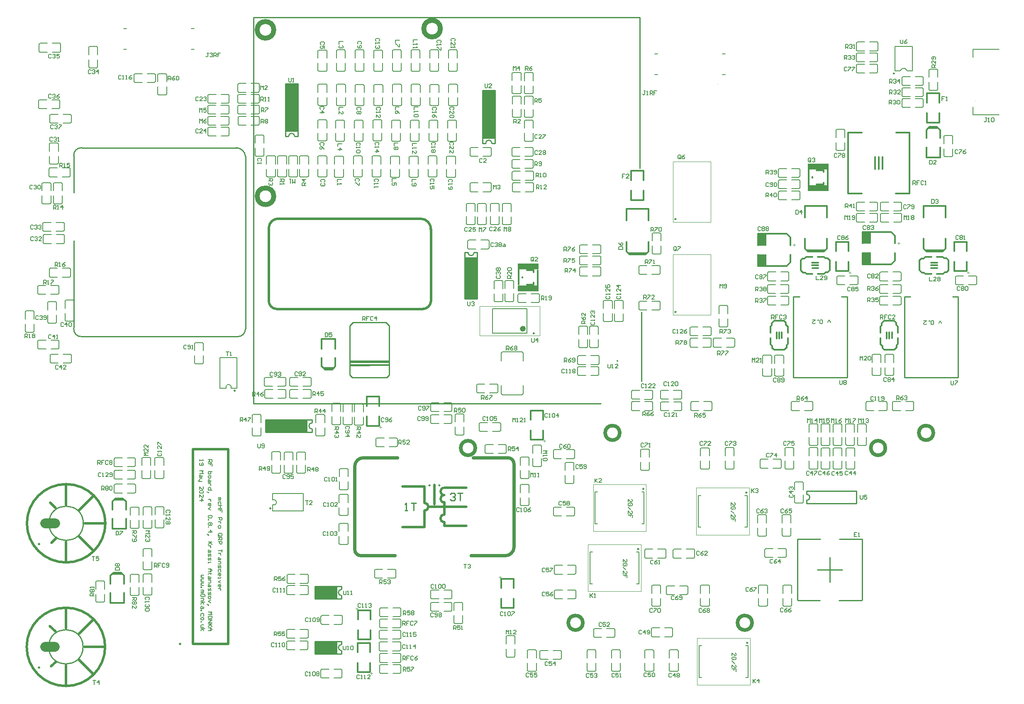
<source format=gto>
G04*
G04 #@! TF.GenerationSoftware,Altium Limited,Altium Designer,20.1.8 (145)*
G04*
G04 Layer_Color=52428*
%FSAX24Y24*%
%MOIN*%
G70*
G04*
G04 #@! TF.SameCoordinates,C37C2F13-19AF-4E89-93B9-DE42FBC32811*
G04*
G04*
G04 #@! TF.FilePolarity,Positive*
G04*
G01*
G75*
%ADD10C,0.0100*%
%ADD11C,0.0315*%
%ADD12C,0.0039*%
%ADD13C,0.0200*%
%ADD14C,0.0394*%
%ADD15C,0.0098*%
%ADD16C,0.0079*%
%ADD17C,0.0197*%
%ADD18C,0.0250*%
%ADD19C,0.0236*%
%ADD20C,0.0060*%
%ADD21C,0.0040*%
%ADD22C,0.0120*%
%ADD23C,0.0787*%
%ADD24C,0.0080*%
%ADD25R,0.0660X0.0970*%
%ADD26R,0.1000X0.3890*%
%ADD27R,0.0120X0.1290*%
%ADD28R,0.1650X0.0500*%
%ADD29R,0.1020X0.3380*%
%ADD30R,0.3380X0.1020*%
%ADD31R,0.1790X0.0990*%
D10*
X073010Y026968D02*
G03*
X073010Y027468I000000J000250D01*
G01*
X014781Y055339D02*
G03*
X014125Y054716I-000052J-000602D01*
G01*
X014125Y040815D02*
G03*
X014795Y040145I000597J-000073D01*
G01*
X027326Y040145D02*
G03*
X027920Y040739I-000021J000615D01*
G01*
X027918Y054658D02*
G03*
X027201Y055340I-000757J-000078D01*
G01*
X031880Y056250D02*
G03*
X031380Y056250I-000250J000000D01*
G01*
X047718Y055701D02*
G03*
X047218Y055701I-000250J000000D01*
G01*
X045790Y046910D02*
G03*
X046290Y046910I000250J000000D01*
G01*
X033270Y033210D02*
G03*
X033270Y032710I000000J-000250D01*
G01*
X035640Y019810D02*
G03*
X035640Y019310I000000J-000250D01*
G01*
X035640Y015380D02*
G03*
X035640Y014880I000000J-000250D01*
G01*
X059720Y036556D02*
X059720Y042139D01*
X014126Y051719D02*
Y054716D01*
X028570Y034743D02*
X056480D01*
X059610Y053687D02*
X059610Y065830D01*
X073010Y026718D02*
X077010D01*
Y027718D01*
X073010D02*
X077010D01*
X073010Y027468D02*
Y027718D01*
Y026718D02*
Y026968D01*
X036501Y036860D02*
X039257D01*
X036304Y037057D02*
X036501Y036860D01*
X036304Y037057D02*
Y041040D01*
X039454Y037057D02*
Y041030D01*
X039257Y036860D02*
X039454Y037057D01*
X036554Y041289D02*
X039196D01*
X036304Y041040D02*
X036554Y041289D01*
X039196D02*
X039454Y041030D01*
X036350Y037838D02*
X039454Y037844D01*
X036313Y037893D02*
X039416Y037899D01*
X036313Y038090D02*
X039416Y038096D01*
X036313Y038188D02*
X039416Y038194D01*
X028570Y065830D02*
X059610D01*
X028570D02*
X028570Y034743D01*
X014127Y040853D02*
Y047865D01*
X014767Y055337D02*
X027223D01*
X014793Y040142D02*
X027326D01*
X027920Y040760D02*
Y054658D01*
X080862Y036874D02*
X085182D01*
Y043370D01*
X080851D02*
X081343D01*
X080851D02*
X080862Y036874D01*
X084719Y043370D02*
X085182D01*
X032130Y056250D02*
Y060500D01*
X031130D02*
X032130D01*
X031130Y056250D02*
Y060500D01*
Y056250D02*
X031380D01*
X031880D02*
X032130D01*
X047718Y055701D02*
X047968D01*
X046968D02*
X047218D01*
X046968D02*
Y059951D01*
X047968D01*
Y055701D02*
Y059951D01*
X045540Y046910D02*
X045790D01*
X046290D02*
X046540D01*
Y043180D02*
Y046910D01*
X045540Y043180D02*
X046540D01*
X045540D02*
Y046910D01*
X073860Y021391D02*
X075860D01*
X074860Y020391D02*
Y022391D01*
X072262Y018941D02*
Y023832D01*
X077458Y018941D02*
Y023832D01*
X072288Y018940D02*
X074060D01*
X075610D02*
X077438D01*
X072280Y023858D02*
X074108D01*
X075630D02*
X077458D01*
X075794Y043370D02*
X076257D01*
X071926D02*
X071937Y036874D01*
X071926Y043370D02*
X072418D01*
X076257Y036874D02*
Y043370D01*
X071937Y036874D02*
X076257D01*
X029540Y033460D02*
X033270D01*
X029540Y032460D02*
Y033460D01*
Y032460D02*
X033270D01*
Y032710D01*
Y033210D02*
Y033460D01*
X035640Y019810D02*
Y019872D01*
X035640Y019998D02*
Y020060D01*
X035640Y019998D02*
X035640D01*
X035640Y019872D02*
Y019998D01*
X035640Y019060D02*
Y019310D01*
X033500Y019060D02*
X035620D01*
X033500Y020060D02*
X033500Y019060D01*
X033500Y020060D02*
X035620D01*
X035640Y015380D02*
Y015443D01*
X035640Y015568D02*
Y015630D01*
X035640Y015568D02*
X035640D01*
X035640Y015443D02*
Y015568D01*
X035640Y014630D02*
Y014880D01*
X033500Y014630D02*
X035620D01*
X033500Y015630D02*
X033500Y014630D01*
X033500Y015630D02*
X035620D01*
X044378Y027454D02*
X044478Y027554D01*
X044678D01*
X044778Y027454D01*
Y027354D01*
X044678Y027254D01*
X044578D01*
X044678D01*
X044778Y027154D01*
Y027054D01*
X044678Y026954D01*
X044478D01*
X044378Y027054D01*
X044978Y027554D02*
X045377D01*
X045177D01*
Y026954D01*
X040736Y026166D02*
X040936D01*
X040836D01*
Y026766D01*
X040736Y026666D01*
X041236Y026766D02*
X041636D01*
X041436D01*
Y026166D01*
D11*
X055025Y017126D02*
G03*
X055025Y017126I-000585J000000D01*
G01*
X068621D02*
G03*
X068621Y017126I-000585J000000D01*
G01*
X079331Y031186D02*
G03*
X079331Y031186I-000585J000000D01*
G01*
X046386Y031186D02*
G03*
X046386Y031186I-000585J000000D01*
G01*
X083186Y032404D02*
G03*
X083186Y032404I-000585J000000D01*
G01*
X057990Y032404D02*
G03*
X057990Y032404I-000585J000000D01*
G01*
D12*
X086571Y059106D02*
G03*
X086571Y059146I000000J000020D01*
G01*
D02*
G03*
X086571Y059106I000000J-000020D01*
G01*
X018731Y065701D02*
G03*
X018731Y065661I000000J-000020D01*
G01*
D02*
G03*
X018731Y065701I000000J000020D01*
G01*
X065892Y060488D02*
G03*
X065892Y060448I000000J-000020D01*
G01*
D02*
G03*
X065892Y060488I000000J000020D01*
G01*
X062260Y054234D02*
X065292D01*
Y049353D02*
Y054234D01*
X062260Y049353D02*
Y054234D01*
Y049353D02*
X065292D01*
X064134Y027980D02*
X068386D01*
X064134Y024200D02*
X068386D01*
Y027980D01*
X064134Y024200D02*
Y027980D01*
X062260Y041877D02*
X065292D01*
X062260D02*
Y046759D01*
X065292Y041877D02*
Y046759D01*
X062260D02*
X065292D01*
X046739Y040219D02*
X051581D01*
Y042581D01*
X046739D02*
X051581D01*
X046739Y040219D02*
Y042581D01*
X055444Y019660D02*
Y023440D01*
X059696Y019660D02*
Y023440D01*
X055444Y019660D02*
X059696D01*
X055444Y023440D02*
X059696D01*
X055854Y024490D02*
Y028270D01*
X060106Y024490D02*
Y028270D01*
X055854Y024490D02*
X060106D01*
X055854Y028270D02*
X060106D01*
X064200Y012110D02*
Y015890D01*
X068452Y012110D02*
Y015890D01*
X064200Y012110D02*
X068452D01*
X064200Y015890D02*
X068452D01*
D13*
X029790Y043087D02*
G03*
X030442Y042365I000665J-000055D01*
G01*
X042140Y042370D02*
G03*
X042826Y043019I000018J000668D01*
G01*
X030581Y049635D02*
G03*
X029799Y048910I-000028J-000754D01*
G01*
X042820Y048693D02*
G03*
X041979Y049637I-000841J000097D01*
G01*
X043881Y025820D02*
G03*
X043881Y025230I000000J-000295D01*
G01*
X043890Y027398D02*
G03*
X043890Y026808I000000J-000295D01*
G01*
Y027989D02*
G03*
X043890Y027398I000000J-000295D01*
G01*
X042316Y026163D02*
G03*
X042316Y026754I000000J000295D01*
G01*
X030468Y042359D02*
X042179Y042359D01*
X042190Y042370D01*
X029792Y043098D02*
Y048910D01*
X042826Y043006D02*
Y048789D01*
X030512Y049635D02*
X041979D01*
X043888Y024945D02*
Y025221D01*
X043890Y025827D02*
X043893Y026810D01*
X042315Y024839D02*
Y026157D01*
Y026771D02*
Y028087D01*
X043890Y027989D02*
X045662D01*
X043098Y026658D02*
Y028233D01*
X043890Y024938D02*
X045662D01*
X040543Y028087D02*
X042315D01*
X040543Y024839D02*
X042315D01*
X042620Y026450D02*
X045657D01*
X022652Y015419D02*
X022663Y015430D01*
X023710Y015421D02*
X026520D01*
X023710Y031101D02*
X026520D01*
X023710Y015421D02*
Y031101D01*
X026520Y015421D02*
Y031101D01*
D14*
X030197Y064823D02*
G03*
X030197Y064823I-000669J000000D01*
G01*
X043583Y064921D02*
G03*
X043583Y064921I-000669J000000D01*
G01*
X030197Y051437D02*
G03*
X030197Y051437I-000669J000000D01*
G01*
D15*
X080062Y061319D02*
G03*
X080062Y061319I-000049J000000D01*
G01*
X062506Y049608D02*
G03*
X062506Y049608I-000049J000000D01*
G01*
X068209Y027606D02*
G03*
X068209Y027606I-000049J000000D01*
G01*
X014873Y015188D02*
G03*
X014873Y015188I-001378J000000D01*
G01*
X043545Y028186D02*
G03*
X043545Y028186I-000049J000000D01*
G01*
X042758D02*
G03*
X042758Y028186I-000049J000000D01*
G01*
X062506Y042133D02*
G03*
X062506Y042133I-000049J000000D01*
G01*
X051129Y040416D02*
G03*
X051129Y040416I-000049J000000D01*
G01*
X059519Y023066D02*
G03*
X059519Y023066I-000049J000000D01*
G01*
X059929Y027896D02*
G03*
X059929Y027896I-000049J000000D01*
G01*
X068275Y015516D02*
G03*
X068275Y015516I-000049J000000D01*
G01*
X014893Y025129D02*
G03*
X014893Y025129I-001378J000000D01*
G01*
X029963Y026328D02*
G03*
X029963Y026328I-000049J000000D01*
G01*
X027101Y035804D02*
G03*
X027101Y035804I-000049J000000D01*
G01*
D16*
X057837Y038192D02*
G03*
X057837Y038192I-000039J000000D01*
G01*
X030110Y026623D02*
G03*
X030111Y027005I000086J000191D01*
G01*
X026757Y036000D02*
G03*
X026375Y036001I-000191J000086D01*
G01*
X086383Y057989D02*
Y058639D01*
Y057989D02*
X088475D01*
X086383Y062614D02*
Y063264D01*
X088475D01*
X023579Y064913D02*
X023815D01*
X023579Y063260D02*
X023815D01*
X018146D02*
X018382D01*
X018146Y064913D02*
X018382D01*
X066240Y061236D02*
X066476D01*
X066240Y062889D02*
X066476D01*
X060807D02*
X061043D01*
X060807Y061236D02*
X061043D01*
X080111Y061516D02*
X080505D01*
X080702Y061713D01*
X080898D01*
X081095Y061516D01*
X081489D01*
Y063484D01*
X080111Y061516D02*
Y063484D01*
X081489D01*
X064292Y027370D02*
X064488D01*
X064292Y024810D02*
X064488D01*
X068229D02*
Y027370D01*
X064292Y024810D02*
Y027370D01*
X068032D02*
X068229D01*
X068032Y024810D02*
X068229D01*
X050538Y040416D02*
Y042384D01*
X047782Y040416D02*
Y042384D01*
Y040416D02*
X050538D01*
X047782Y042384D02*
X050538D01*
X059342Y020270D02*
X059538D01*
X059342Y022830D02*
X059538D01*
X055602Y020270D02*
Y022830D01*
X059538Y020270D02*
Y022830D01*
X055602Y020270D02*
X055798D01*
X055602Y022830D02*
X055798D01*
X059752Y025100D02*
X059949D01*
X059752Y027660D02*
X059949D01*
X056012Y025100D02*
Y027660D01*
X059949Y025100D02*
Y027660D01*
X056012Y025100D02*
X056208D01*
X056012Y027660D02*
X056208D01*
X068098Y012720D02*
X068295D01*
X068098Y015279D02*
X068295D01*
X064358Y012720D02*
Y015279D01*
X068295Y012720D02*
Y015279D01*
X064358Y012720D02*
X064554D01*
X064358Y015279D02*
X064554D01*
X030110Y027509D02*
X032571D01*
X030110Y026131D02*
X032571D01*
Y027509D01*
X030110Y027017D02*
Y027509D01*
Y026131D02*
Y026623D01*
X026757Y036000D02*
X027249D01*
X025871D02*
X026363D01*
X025871Y038461D02*
X027249D01*
Y036000D02*
Y038461D01*
X025871Y036000D02*
Y038461D01*
D17*
X016644Y015188D02*
G03*
X016644Y015188I-003150J000000D01*
G01*
X016664Y025129D02*
G03*
X016664Y025129I-003150J000000D01*
G01*
X011329Y013515D02*
X011329Y013515D01*
X012215Y016862D02*
X012658Y016419D01*
X013495Y016665D02*
Y018240D01*
X014528Y016222D02*
X015660Y017354D01*
X014971Y015188D02*
X016546D01*
X014528Y014155D02*
X015660Y013023D01*
X013495Y012137D02*
Y013712D01*
X012314Y013614D02*
X012707Y014007D01*
X011349Y023455D02*
X011349Y023455D01*
X012235Y026802D02*
X012678Y026359D01*
X013515Y026605D02*
Y028180D01*
X014548Y026162D02*
X015680Y027294D01*
X014991Y025129D02*
X016566D01*
X014548Y024095D02*
X015680Y022963D01*
X013515Y022077D02*
Y023652D01*
X012334Y023554D02*
X012727Y023947D01*
D18*
X048807Y022525D02*
G03*
X049496Y023214I000000J000689D01*
G01*
X036701Y023017D02*
G03*
X037193Y022525I000492J000000D01*
G01*
X049496Y029907D02*
G03*
X049004Y030399I-000492J000000D01*
G01*
X037390Y030399D02*
G03*
X036701Y029710I000000J-000689D01*
G01*
X046051Y022525D02*
X048807D01*
X037193D02*
X039949D01*
X046248Y030399D02*
X049004D01*
X049496Y023214D02*
Y029907D01*
X036701Y023017D02*
Y029710D01*
X037390Y030399D02*
X040145D01*
D19*
X050321Y040780D02*
G03*
X050321Y040780I-000118J000000D01*
G01*
D20*
X048456Y035566D02*
X048555Y035467D01*
X050130D01*
X048456Y035566D02*
Y036218D01*
X050130Y035467D02*
X050228Y035566D01*
Y036218D01*
X048555Y038912D02*
X050130D01*
X050228Y038814D01*
Y038187D02*
Y038814D01*
X048456D02*
X048555Y038912D01*
X048456Y038187D02*
Y038814D01*
X020878Y059664D02*
Y060247D01*
X020879Y061238D02*
X020948Y061307D01*
X020879Y060646D02*
Y061238D01*
X020948Y061307D02*
X021509D01*
X021588Y061228D01*
Y060646D02*
Y061228D01*
Y059663D02*
Y060246D01*
X020948Y059594D02*
X021519D01*
X020879Y059663D02*
X020948Y059594D01*
X021519D02*
X021588Y059663D01*
X019043Y061307D02*
X019626D01*
X020617Y061306D02*
X020686Y061237D01*
X020025Y061306D02*
X020617D01*
X020686Y060676D02*
Y061237D01*
X020607Y060597D02*
X020686Y060676D01*
X020025Y060597D02*
X020607D01*
X019042D02*
X019625D01*
X018973Y060666D02*
Y061237D01*
X019042Y061306D01*
X018973Y060666D02*
X019042Y060597D01*
X070703Y022381D02*
X071286D01*
X069643Y022451D02*
X069712Y022382D01*
X070304D01*
X069643Y022451D02*
Y023012D01*
X069722Y023091D01*
X070304D01*
X070704D02*
X071287D01*
X071356Y022451D02*
Y023022D01*
X071287Y022382D02*
X071356Y022451D01*
X071287Y023091D02*
X071356Y023022D01*
X084666Y054609D02*
X084735Y054678D01*
X084026D02*
X084095Y054609D01*
X084666D01*
X084735Y054678D02*
Y055262D01*
Y055662D02*
Y056243D01*
X084656Y056322D02*
X084735Y056243D01*
X084095Y056322D02*
X084656D01*
X084026Y055662D02*
Y056253D01*
X084095Y056322D01*
X084026Y054679D02*
Y055262D01*
X051006Y029775D02*
Y030358D01*
X051006Y031349D02*
X051075Y031418D01*
X051006Y030758D02*
Y031349D01*
X051075Y031418D02*
X051636D01*
X051715Y031339D01*
Y030758D02*
Y031339D01*
Y029774D02*
Y030358D01*
X051075Y029705D02*
X051646D01*
X051006Y029774D02*
X051075Y029705D01*
X051646D02*
X051715Y029774D01*
X013776Y053712D02*
X013845Y053643D01*
X013776Y053003D02*
X013845Y053072D01*
Y053643D01*
X013192Y053712D02*
X013776D01*
X012211D02*
X012792D01*
X012132Y053633D02*
X012211Y053712D01*
X012132Y053072D02*
Y053633D01*
X012201Y053003D02*
X012792D01*
X012132Y053072D02*
X012201Y053003D01*
X013192Y053003D02*
X013775D01*
X012986Y063745D02*
X013055Y063676D01*
X012986Y063036D02*
X013055Y063105D01*
Y063676D01*
X012402Y063745D02*
X012986D01*
X011421D02*
X012002D01*
X011342Y063666D02*
X011421Y063745D01*
X011342Y063105D02*
Y063666D01*
X011411Y063036D02*
X012002D01*
X011342Y063105D02*
X011411Y063036D01*
X012402Y063036D02*
X012985D01*
X072389Y051857D02*
X072458Y051788D01*
X072389Y051148D02*
X072458Y051217D01*
Y051788D01*
X071806Y051857D02*
X072389D01*
X070824D02*
X071406D01*
X070745Y051778D02*
X070824Y051857D01*
X070745Y051217D02*
Y051778D01*
X070814Y051148D02*
X071406D01*
X070745Y051217D02*
X070814Y051148D01*
X071805Y051148D02*
X072388D01*
X079992Y050256D02*
X080575D01*
X078932Y050325D02*
X079001Y050256D01*
X079592D01*
X078932Y050325D02*
Y050886D01*
X079011Y050965D01*
X079592D01*
X079992D02*
X080576D01*
X080645Y050325D02*
Y050896D01*
X080576Y050256D02*
X080645Y050325D01*
X080576Y050965D02*
X080645Y050896D01*
X064683Y039306D02*
X065267D01*
X063624Y039375D02*
X063693Y039306D01*
X064284D01*
X063624Y039375D02*
Y039936D01*
X063703Y040015D01*
X064284D01*
X064684D02*
X065267D01*
X065336Y039375D02*
Y039946D01*
X065267Y039306D02*
X065336Y039375D01*
X065267Y040015D02*
X065336Y039946D01*
X064683Y040222D02*
X065267D01*
X063624Y040292D02*
X063693Y040223D01*
X064284D01*
X063624Y040292D02*
Y040853D01*
X063703Y040931D01*
X064284D01*
X064684D02*
X065267D01*
X065336Y040292D02*
Y040863D01*
X065267Y040223D02*
X065336Y040292D01*
X065267Y040931D02*
X065336Y040863D01*
X066565Y039306D02*
X067149D01*
X065506Y039375D02*
X065575Y039306D01*
X066166D01*
X065506Y039375D02*
Y039936D01*
X065584Y040015D01*
X066166D01*
X066566D02*
X067149D01*
X067218Y039375D02*
Y039946D01*
X067149Y039306D02*
X067218Y039375D01*
X067149Y040015D02*
X067218Y039946D01*
X082829Y061598D02*
X082898Y061667D01*
X083469D02*
X083538Y061598D01*
X082898Y061667D02*
X083469D01*
X082829Y061015D02*
Y061598D01*
Y060033D02*
Y060615D01*
Y060033D02*
X082908Y059954D01*
X083469D01*
X083538Y060023D02*
Y060615D01*
X083469Y059954D02*
X083538Y060023D01*
X083539Y061014D02*
Y061597D01*
X082313Y060174D02*
X082382Y060105D01*
X082313Y059465D02*
X082382Y059534D01*
Y060105D01*
X081730Y060174D02*
X082313D01*
X080748D02*
X081330D01*
X080670Y060095D02*
X080748Y060174D01*
X080670Y059534D02*
Y060095D01*
X080739Y059465D02*
X081330D01*
X080670Y059534D02*
X080739Y059465D01*
X081729Y059464D02*
X082313D01*
X082313Y061056D02*
X082382Y060987D01*
X082313Y060347D02*
X082382Y060416D01*
Y060987D01*
X081730Y061056D02*
X082313D01*
X080748D02*
X081330D01*
X080670Y060977D02*
X080748Y061056D01*
X080670Y060416D02*
Y060977D01*
X080739Y060347D02*
X081330D01*
X080670Y060416D02*
X080739Y060347D01*
X081729Y060346D02*
X082313D01*
X082313Y059285D02*
X082382Y059216D01*
X082313Y058577D02*
X082382Y058646D01*
Y059216D01*
X081730Y059285D02*
X082313D01*
X080748D02*
X081330D01*
X080670Y059207D02*
X080748Y059285D01*
X080670Y058646D02*
Y059207D01*
X080739Y058577D02*
X081330D01*
X080670Y058646D02*
X080739Y058577D01*
X081729Y058576D02*
X082313D01*
X078648Y062064D02*
X078716Y061995D01*
X078648Y061355D02*
X078716Y061424D01*
Y061995D01*
X078064Y062064D02*
X078648D01*
X077083D02*
X077664D01*
X077004Y061985D02*
X077083Y062064D01*
X077004Y061424D02*
Y061985D01*
X077073Y061355D02*
X077664D01*
X077004Y061424D02*
X077073Y061355D01*
X078063Y061355D02*
X078647D01*
X078658Y063841D02*
X078727Y063773D01*
X078658Y063133D02*
X078727Y063202D01*
Y063773D01*
X078074Y063841D02*
X078658D01*
X077093D02*
X077674D01*
X077014Y063763D02*
X077093Y063841D01*
X077014Y063202D02*
Y063763D01*
X077083Y063133D02*
X077674D01*
X077014Y063202D02*
X077083Y063133D01*
X078074Y063132D02*
X078657D01*
X046705Y032594D02*
X046774Y032525D01*
X046705Y033165D02*
X046774Y033234D01*
X046705Y032594D02*
Y033165D01*
X046774Y032525D02*
X047358D01*
X047758D02*
X048339D01*
X048418Y032604D01*
Y033165D01*
X047758Y033234D02*
X048349D01*
X048418Y033165D01*
X046775Y033234D02*
X047358D01*
X058264Y042402D02*
Y042985D01*
X058195Y041342D02*
X058264Y041411D01*
Y042002D01*
X057634Y041342D02*
X058195D01*
X057555Y041421D02*
X057634Y041342D01*
X057555Y041421D02*
Y042002D01*
Y042402D02*
Y042986D01*
X057624Y043055D02*
X058195D01*
X058264Y042986D01*
X057555D02*
X057624Y043055D01*
X060578Y045145D02*
X061162D01*
X059519Y045214D02*
X059588Y045145D01*
X060179D01*
X059519Y045214D02*
Y045775D01*
X059597Y045854D01*
X060179D01*
X060579D02*
X061162D01*
X061231Y045214D02*
Y045785D01*
X061162Y045145D02*
X061231Y045214D01*
X061162Y045854D02*
X061231Y045785D01*
X056274Y040322D02*
Y040905D01*
X056205Y039262D02*
X056274Y039331D01*
Y039922D01*
X055644Y039262D02*
X056205D01*
X055565Y039341D02*
X055644Y039262D01*
X055565Y039341D02*
Y039922D01*
Y040322D02*
Y040906D01*
X055634Y040975D02*
X056205D01*
X056274Y040906D01*
X055565D02*
X055634Y040975D01*
X055672Y037906D02*
X056255D01*
X054612Y037975D02*
X054681Y037906D01*
X055272D01*
X054612Y037975D02*
Y038536D01*
X054691Y038615D01*
X055272D01*
X055672D02*
X056256D01*
X056325Y037975D02*
Y038546D01*
X056256Y037906D02*
X056325Y037975D01*
X056256Y038615D02*
X056325Y038546D01*
X055652Y037016D02*
X056235D01*
X054592Y037085D02*
X054661Y037016D01*
X055252D01*
X054592Y037085D02*
Y037646D01*
X054671Y037725D01*
X055252D01*
X055652D02*
X056236D01*
X056305Y037085D02*
Y037656D01*
X056236Y037016D02*
X056305Y037085D01*
X056236Y037725D02*
X056305Y037656D01*
X046555Y036334D02*
X047138D01*
X048129Y036334D02*
X048198Y036265D01*
X047538Y036334D02*
X048129D01*
X048198Y035704D02*
Y036265D01*
X048119Y035625D02*
X048198Y035704D01*
X047538Y035625D02*
X048119D01*
X046554D02*
X047138D01*
X046485Y035694D02*
Y036265D01*
X046554Y036334D01*
X046485Y035694D02*
X046554Y035625D01*
X059984Y034199D02*
X060567D01*
X058924Y034268D02*
X058993Y034199D01*
X059585D01*
X058924Y034268D02*
Y034829D01*
X059003Y034908D01*
X059585D01*
X059985D02*
X060568D01*
X060637Y034268D02*
Y034839D01*
X060568Y034199D02*
X060637Y034268D01*
X060568Y034908D02*
X060637Y034839D01*
X059984Y035107D02*
X060567D01*
X058924Y035177D02*
X058993Y035108D01*
X059585D01*
X058924Y035177D02*
Y035738D01*
X059003Y035816D01*
X059585D01*
X059985D02*
X060568D01*
X060637Y035177D02*
Y035747D01*
X060568Y035108D02*
X060637Y035177D01*
X060568Y035816D02*
X060637Y035747D01*
X062319Y034196D02*
X062902D01*
X061259Y034266D02*
X061328Y034197D01*
X061920D01*
X061259Y034266D02*
Y034827D01*
X061338Y034906D01*
X061920D01*
X062320D02*
X062903D01*
X062972Y034266D02*
Y034837D01*
X062903Y034197D02*
X062972Y034266D01*
X062903Y034906D02*
X062972Y034837D01*
X063765Y034909D02*
X064348D01*
X065339Y034909D02*
X065408Y034840D01*
X064748Y034909D02*
X065339D01*
X065408Y034279D02*
Y034840D01*
X065329Y034200D02*
X065408Y034279D01*
X064748Y034200D02*
X065329D01*
X063764D02*
X064348D01*
X063695Y034269D02*
Y034840D01*
X063764Y034909D01*
X063695Y034269D02*
X063764Y034200D01*
X061329Y035820D02*
X061912D01*
X062903Y035819D02*
X062972Y035750D01*
X062312Y035819D02*
X062903D01*
X062972Y035189D02*
Y035750D01*
X062893Y035111D02*
X062972Y035189D01*
X062312Y035111D02*
X062893D01*
X061328D02*
X061912D01*
X061259Y035179D02*
Y035750D01*
X061328Y035819D01*
X061259Y035179D02*
X061328Y035111D01*
X071845Y034914D02*
X072428D01*
X073419Y034914D02*
X073488Y034845D01*
X072828Y034914D02*
X073419D01*
X073488Y034284D02*
Y034845D01*
X073409Y034205D02*
X073488Y034284D01*
X072828Y034205D02*
X073409D01*
X071844D02*
X072428D01*
X071775Y034274D02*
Y034845D01*
X071844Y034914D01*
X071775Y034274D02*
X071844Y034205D01*
X078813Y034199D02*
X079397D01*
X077754Y034268D02*
X077822Y034199D01*
X078414D01*
X077754Y034268D02*
Y034829D01*
X077832Y034908D01*
X078414D01*
X078814D02*
X079397D01*
X079466Y034268D02*
Y034839D01*
X079397Y034199D02*
X079466Y034268D01*
X079397Y034908D02*
X079466Y034839D01*
X079973Y034914D02*
X080557D01*
X081548Y034914D02*
X081616Y034845D01*
X080956Y034914D02*
X081548D01*
X081616Y034284D02*
Y034845D01*
X081538Y034205D02*
X081616Y034284D01*
X080956Y034205D02*
X081538D01*
X079973D02*
X080556D01*
X079904Y034274D02*
Y034845D01*
X079973Y034914D01*
X079904Y034274D02*
X079973Y034205D01*
X055813Y046828D02*
X056396D01*
X054754Y046898D02*
X054822Y046829D01*
X055414D01*
X054754Y046898D02*
Y047459D01*
X054832Y047537D01*
X055414D01*
X055814D02*
X056397D01*
X056466Y046898D02*
Y047468D01*
X056397Y046829D02*
X056466Y046898D01*
X056397Y047537D02*
X056466Y047468D01*
X056676Y041430D02*
Y042013D01*
X056676Y043004D02*
X056745Y043073D01*
X056676Y042412D02*
Y043004D01*
X056745Y043073D02*
X057306D01*
X057385Y042994D01*
Y042412D02*
Y042994D01*
Y041429D02*
Y042012D01*
X056745Y041360D02*
X057316D01*
X056676Y041429D02*
X056745Y041360D01*
X057316D02*
X057385Y041429D01*
X065966Y041005D02*
Y041588D01*
X065966Y042579D02*
X066035Y042648D01*
X065966Y041988D02*
Y042579D01*
X066035Y042648D02*
X066596D01*
X066675Y042569D01*
Y041988D02*
Y042569D01*
Y041004D02*
Y041588D01*
X066035Y040935D02*
X066606D01*
X065966Y041004D02*
X066035Y040935D01*
X066606D02*
X066675Y041004D01*
X060586Y046858D02*
Y047441D01*
X060587Y048432D02*
X060656Y048501D01*
X060587Y047841D02*
Y048432D01*
X060656Y048501D02*
X061217D01*
X061295Y048422D01*
Y047841D02*
Y048422D01*
Y046857D02*
Y047441D01*
X060656Y046788D02*
X061227D01*
X060587Y046857D02*
X060656Y046788D01*
X061227D02*
X061295Y046857D01*
X055813Y045923D02*
X056396D01*
X054754Y045992D02*
X054822Y045924D01*
X055414D01*
X054754Y045992D02*
Y046553D01*
X054832Y046632D01*
X055414D01*
X055814D02*
X056397D01*
X056466Y045992D02*
Y046563D01*
X056397Y045924D02*
X056466Y045992D01*
X056397Y046632D02*
X056466Y046563D01*
X055813Y045034D02*
X056396D01*
X054754Y045104D02*
X054822Y045035D01*
X055414D01*
X054754Y045104D02*
Y045665D01*
X054832Y045744D01*
X055414D01*
X055814D02*
X056397D01*
X056466Y045104D02*
Y045675D01*
X056397Y045035D02*
X056466Y045104D01*
X056397Y045744D02*
X056466Y045675D01*
X059588Y043004D02*
X060172D01*
X061162Y043004D02*
X061231Y042935D01*
X060571Y043004D02*
X061162D01*
X061231Y042374D02*
Y042935D01*
X061153Y042295D02*
X061231Y042374D01*
X060571Y042295D02*
X061153D01*
X059588D02*
X060171D01*
X059519Y042364D02*
Y042935D01*
X059588Y043004D01*
X059519Y042364D02*
X059588Y042295D01*
X077004Y062318D02*
X077073Y062249D01*
X077004Y062889D02*
X077073Y062958D01*
X077004Y062318D02*
Y062889D01*
X077073Y062249D02*
X077656D01*
X078056D02*
X078638D01*
X078716Y062328D01*
Y062889D01*
X078056Y062958D02*
X078648D01*
X078716Y062889D01*
X077073Y062959D02*
X077657D01*
X034454Y062545D02*
Y063128D01*
X034385Y061485D02*
X034454Y061554D01*
Y062145D01*
X033824Y061485D02*
X034385D01*
X033745Y061564D02*
X033824Y061485D01*
X033745Y061564D02*
Y062145D01*
Y062545D02*
Y063129D01*
X033814Y063198D02*
X034385D01*
X034454Y063129D01*
X033745D02*
X033814Y063198D01*
X035875Y061505D02*
X035944Y061574D01*
X035236D02*
X035305Y061505D01*
X035875D01*
X035944Y061574D02*
Y062158D01*
Y062558D02*
Y063139D01*
X035866Y063218D02*
X035944Y063139D01*
X035305Y063218D02*
X035866D01*
X035236Y062558D02*
Y063149D01*
X035305Y063218D01*
X035235Y061575D02*
Y062158D01*
X036735Y061575D02*
Y062158D01*
X036736Y063149D02*
X036805Y063218D01*
X036736Y062558D02*
Y063149D01*
X036805Y063218D02*
X037366D01*
X037444Y063139D01*
Y062558D02*
Y063139D01*
Y061574D02*
Y062158D01*
X036805Y061505D02*
X037375D01*
X036736Y061574D02*
X036805Y061505D01*
X037375D02*
X037444Y061574D01*
X040375Y061505D02*
X040444Y061574D01*
X039736D02*
X039805Y061505D01*
X040375D01*
X040444Y061574D02*
Y062158D01*
Y062558D02*
Y063139D01*
X040366Y063218D02*
X040444Y063139D01*
X039805Y063218D02*
X040366D01*
X039736Y062558D02*
Y063149D01*
X039805Y063218D01*
X039735Y061575D02*
Y062158D01*
X041875Y061505D02*
X041944Y061574D01*
X041236D02*
X041305Y061505D01*
X041875D01*
X041944Y061574D02*
Y062158D01*
Y062558D02*
Y063139D01*
X041866Y063218D02*
X041944Y063139D01*
X041305Y063218D02*
X041866D01*
X041236Y062558D02*
Y063149D01*
X041305Y063218D01*
X041235Y061575D02*
Y062158D01*
X043375Y061505D02*
X043444Y061574D01*
X042736D02*
X042805Y061505D01*
X043375D01*
X043444Y061574D02*
Y062158D01*
Y062558D02*
Y063139D01*
X043366Y063218D02*
X043444Y063139D01*
X042805Y063218D02*
X043366D01*
X042736Y062558D02*
Y063149D01*
X042805Y063218D01*
X042735Y061575D02*
Y062158D01*
X044235Y061575D02*
Y062158D01*
X044236Y063149D02*
X044305Y063218D01*
X044236Y062558D02*
Y063149D01*
X044305Y063218D02*
X044866D01*
X044944Y063139D01*
Y062558D02*
Y063139D01*
Y061574D02*
Y062158D01*
X044305Y061505D02*
X044875D01*
X044236Y061574D02*
X044305Y061505D01*
X044875D02*
X044944Y061574D01*
X038231Y063129D02*
X038300Y063198D01*
X038871D02*
X038940Y063129D01*
X038300Y063198D02*
X038871D01*
X038231Y062545D02*
Y063129D01*
Y061564D02*
Y062145D01*
Y061564D02*
X038310Y061485D01*
X038871D01*
X038940Y061554D02*
Y062145D01*
X038871Y061485D02*
X038940Y061554D01*
X038941Y062545D02*
Y063128D01*
X072035Y028396D02*
X072104Y028465D01*
X072675D02*
X072744Y028396D01*
X072104Y028465D02*
X072675D01*
X072035Y027812D02*
Y028396D01*
Y026831D02*
Y027412D01*
Y026831D02*
X072114Y026752D01*
X072675D01*
X072744Y026821D02*
Y027412D01*
X072675Y026752D02*
X072744Y026821D01*
X072744Y027812D02*
Y028395D01*
X077096Y031475D02*
Y032058D01*
X077096Y033049D02*
X077165Y033118D01*
X077096Y032458D02*
Y033049D01*
X077165Y033118D02*
X077726D01*
X077805Y033039D01*
Y032458D02*
Y033039D01*
Y031474D02*
Y032058D01*
X077165Y031405D02*
X077736D01*
X077096Y031474D02*
X077165Y031405D01*
X077736D02*
X077805Y031474D01*
X076796Y029483D02*
X076865Y029552D01*
X076156D02*
X076225Y029483D01*
X076796D01*
X076865Y029552D02*
Y030136D01*
Y030536D02*
Y031117D01*
X076786Y031196D02*
X076865Y031117D01*
X076225Y031196D02*
X076786D01*
X076156Y030536D02*
Y031127D01*
X076225Y031196D01*
X076155Y029553D02*
Y030136D01*
X076849Y032462D02*
Y033045D01*
X076779Y031402D02*
X076848Y031471D01*
Y032062D01*
X076218Y031402D02*
X076779D01*
X076139Y031481D02*
X076218Y031402D01*
X076139Y031481D02*
Y032062D01*
Y032462D02*
Y033046D01*
X076208Y033115D02*
X076779D01*
X076848Y033046D01*
X076139D02*
X076208Y033115D01*
X051575Y014256D02*
X051644Y014187D01*
X051575Y014826D02*
X051644Y014895D01*
X051575Y014256D02*
Y014826D01*
X051644Y014187D02*
X052228D01*
X052628D02*
X053209D01*
X053288Y014265D01*
Y014826D01*
X052628Y014895D02*
X053219D01*
X053288Y014826D01*
X051645Y014896D02*
X052228D01*
X049995Y030376D02*
X050064Y030445D01*
X050635D02*
X050704Y030376D01*
X050064Y030445D02*
X050635D01*
X049995Y029792D02*
Y030376D01*
Y028811D02*
Y029392D01*
Y028811D02*
X050074Y028732D01*
X050635D01*
X050704Y028801D02*
Y029392D01*
X050635Y028732D02*
X050704Y028801D01*
X050704Y029792D02*
Y030375D01*
X054314Y029377D02*
Y029961D01*
X054244Y028318D02*
X054313Y028387D01*
Y028978D01*
X053683Y028318D02*
X054244D01*
X053605Y028397D02*
X053683Y028318D01*
X053605Y028397D02*
Y028978D01*
Y029378D02*
Y029962D01*
X053674Y030030D02*
X054244D01*
X054313Y029962D01*
X053605D02*
X053674Y030030D01*
X052725Y031049D02*
X053308D01*
X054299Y031048D02*
X054368Y030979D01*
X053707Y031048D02*
X054299D01*
X054368Y030418D02*
Y030979D01*
X054289Y030339D02*
X054368Y030418D01*
X053707Y030339D02*
X054289D01*
X052724D02*
X053307D01*
X052655Y030408D02*
Y030979D01*
X052724Y031048D01*
X052655Y030408D02*
X052724Y030339D01*
X052745Y021104D02*
X052814Y021035D01*
X052745Y021675D02*
X052814Y021744D01*
X052745Y021104D02*
Y021675D01*
X052814Y021035D02*
X053398D01*
X053798D02*
X054379D01*
X054458Y021114D01*
Y021675D01*
X053798Y021744D02*
X054389D01*
X054458Y021675D01*
X052815Y021744D02*
X053398D01*
X052725Y026439D02*
X053308D01*
X054299Y026438D02*
X054368Y026369D01*
X053707Y026438D02*
X054299D01*
X054368Y025808D02*
Y026369D01*
X054289Y025729D02*
X054368Y025808D01*
X053707Y025729D02*
X054289D01*
X052724D02*
X053307D01*
X052655Y025798D02*
Y026369D01*
X052724Y026438D01*
X052655Y025798D02*
X052724Y025729D01*
X052745Y019130D02*
X052814Y019061D01*
X052745Y019700D02*
X052814Y019769D01*
X052745Y019130D02*
Y019700D01*
X052814Y019061D02*
X053398D01*
X053798D02*
X054379D01*
X054458Y019139D01*
Y019700D01*
X053798Y019769D02*
X054389D01*
X054458Y019700D01*
X052815Y019770D02*
X053398D01*
X046553Y049220D02*
Y049804D01*
X046554Y050794D02*
X046622Y050863D01*
X046554Y050203D02*
Y050794D01*
X046622Y050863D02*
X047183D01*
X047262Y050784D01*
Y050203D02*
Y050784D01*
Y049220D02*
Y049803D01*
X046622Y049151D02*
X047193D01*
X046554Y049220D02*
X046622Y049151D01*
X047193D02*
X047262Y049220D01*
X015896Y018855D02*
Y019438D01*
X015896Y020429D02*
X015965Y020498D01*
X015896Y019838D02*
Y020429D01*
X015965Y020498D02*
X016526D01*
X016605Y020419D01*
Y019838D02*
Y020419D01*
Y018854D02*
Y019438D01*
X015965Y018785D02*
X016536D01*
X015896Y018854D02*
X015965Y018785D01*
X016536D02*
X016605Y018854D01*
X019374Y025782D02*
Y026365D01*
X019305Y024722D02*
X019374Y024791D01*
Y025382D01*
X018744Y024722D02*
X019305D01*
X018665Y024801D02*
X018744Y024722D01*
X018665Y024801D02*
Y025382D01*
Y025782D02*
Y026366D01*
X018734Y026435D02*
X019305D01*
X019374Y026366D01*
X018665D02*
X018734Y026435D01*
X024891Y057232D02*
X024960Y057164D01*
X024891Y057803D02*
X024960Y057872D01*
X024891Y057232D02*
Y057803D01*
X024960Y057164D02*
X025543D01*
X025943D02*
X026525D01*
X026604Y057242D01*
Y057803D01*
X025943Y057872D02*
X026535D01*
X026604Y057803D01*
X024961Y057873D02*
X025544D01*
X051033Y056909D02*
Y057493D01*
X050963Y055850D02*
X051032Y055918D01*
Y056510D01*
X050402Y055850D02*
X050963D01*
X050323Y055928D02*
X050402Y055850D01*
X050323Y055928D02*
Y056510D01*
Y056910D02*
Y057493D01*
X050392Y057562D02*
X050963D01*
X051032Y057493D01*
X050323D02*
X050392Y057562D01*
X049391Y055370D02*
X049975D01*
X050965Y055370D02*
X051034Y055301D01*
X050374Y055370D02*
X050965D01*
X051034Y054740D02*
Y055301D01*
X050956Y054661D02*
X051034Y054740D01*
X050374Y054661D02*
X050956D01*
X049391D02*
X049974D01*
X049322Y054730D02*
Y055301D01*
X049391Y055370D01*
X049322Y054730D02*
X049391Y054661D01*
X026535Y059637D02*
X026604Y059568D01*
X026535Y058929D02*
X026604Y058997D01*
Y059568D01*
X025951Y059637D02*
X026535D01*
X024970D02*
X025551D01*
X024891Y059558D02*
X024970Y059637D01*
X024891Y058997D02*
Y059558D01*
X024960Y058929D02*
X025551D01*
X024891Y058997D02*
X024960Y058929D01*
X025951Y058928D02*
X026534D01*
X025951Y056293D02*
X026534D01*
X024891Y056363D02*
X024960Y056294D01*
X025551D01*
X024891Y056363D02*
Y056924D01*
X024970Y057003D01*
X025551D01*
X025951D02*
X026535D01*
X026604Y056363D02*
Y056934D01*
X026535Y056294D02*
X026604Y056363D01*
X026535Y057003D02*
X026604Y056934D01*
X045666Y050798D02*
X045735Y050866D01*
X046306D02*
X046375Y050798D01*
X045735Y050866D02*
X046306D01*
X045666Y050214D02*
Y050798D01*
Y049233D02*
Y049814D01*
Y049233D02*
X045745Y049154D01*
X046306D01*
X046375Y049223D02*
Y049814D01*
X046306Y049154D02*
X046375Y049223D01*
X046375Y050214D02*
Y050797D01*
X048304Y050210D02*
Y050794D01*
X048235Y049151D02*
X048304Y049220D01*
Y049811D01*
X047674Y049151D02*
X048235D01*
X047595Y049229D02*
X047674Y049151D01*
X047595Y049229D02*
Y049811D01*
Y050211D02*
Y050794D01*
X047664Y050863D02*
X048235D01*
X048304Y050794D01*
X047595D02*
X047664Y050863D01*
X033745Y053045D02*
Y053628D01*
X033746Y054619D02*
X033815Y054688D01*
X033746Y054028D02*
Y054619D01*
X033815Y054688D02*
X034376D01*
X034454Y054609D01*
Y054028D02*
Y054609D01*
Y053044D02*
Y053628D01*
X033815Y052975D02*
X034385D01*
X033746Y053044D02*
X033815Y052975D01*
X034385D02*
X034454Y053044D01*
X034454Y059795D02*
Y060378D01*
X034385Y058735D02*
X034454Y058804D01*
Y059396D01*
X033824Y058735D02*
X034385D01*
X033745Y058814D02*
X033824Y058735D01*
X033745Y058814D02*
Y059396D01*
Y059796D02*
Y060379D01*
X033814Y060448D02*
X034385D01*
X034454Y060379D01*
X033745D02*
X033814Y060448D01*
X033741Y055945D02*
Y056528D01*
X033742Y057519D02*
X033811Y057588D01*
X033742Y056928D02*
Y057519D01*
X033811Y057588D02*
X034372D01*
X034451Y057509D01*
Y056928D02*
Y057509D01*
Y055944D02*
Y056528D01*
X033811Y055875D02*
X034382D01*
X033742Y055944D02*
X033811Y055875D01*
X034382D02*
X034451Y055944D01*
X037225Y052975D02*
X037294Y053044D01*
X036586D02*
X036655Y052975D01*
X037225D01*
X037294Y053044D02*
Y053628D01*
Y054028D02*
Y054609D01*
X037216Y054688D02*
X037294Y054609D01*
X036655Y054688D02*
X037216D01*
X036586Y054028D02*
Y054619D01*
X036655Y054688D01*
X036585Y053045D02*
Y053628D01*
X037451Y059775D02*
Y060358D01*
X037381Y058715D02*
X037450Y058784D01*
Y059375D01*
X036820Y058715D02*
X037381D01*
X036741Y058794D02*
X036820Y058715D01*
X036741Y058794D02*
Y059375D01*
Y059775D02*
Y060359D01*
X036810Y060428D02*
X037381D01*
X037450Y060359D01*
X036741D02*
X036810Y060428D01*
X037371Y056915D02*
Y057498D01*
X037301Y055855D02*
X037370Y055924D01*
Y056515D01*
X036740Y055855D02*
X037301D01*
X036661Y055934D02*
X036740Y055855D01*
X036661Y055934D02*
Y056515D01*
Y056915D02*
Y057499D01*
X036730Y057568D02*
X037301D01*
X037370Y057499D01*
X036661D02*
X036730Y057568D01*
X038725Y052975D02*
X038794Y053044D01*
X038086D02*
X038155Y052975D01*
X038725D01*
X038794Y053044D02*
Y053628D01*
Y054028D02*
Y054609D01*
X038716Y054688D02*
X038794Y054609D01*
X038155Y054688D02*
X038716D01*
X038086Y054028D02*
Y054619D01*
X038155Y054688D01*
X038085Y053045D02*
Y053628D01*
X038951Y059775D02*
Y060358D01*
X038881Y058715D02*
X038950Y058784D01*
Y059375D01*
X038320Y058715D02*
X038881D01*
X038241Y058794D02*
X038320Y058715D01*
X038241Y058794D02*
Y059375D01*
Y059775D02*
Y060359D01*
X038310Y060428D02*
X038881D01*
X038950Y060359D01*
X038241D02*
X038310Y060428D01*
X038165Y055945D02*
Y056528D01*
X038166Y057519D02*
X038235Y057588D01*
X038166Y056928D02*
Y057519D01*
X038235Y057588D02*
X038796D01*
X038874Y057509D01*
Y056928D02*
Y057509D01*
Y055944D02*
Y056528D01*
X038235Y055875D02*
X038805D01*
X038166Y055944D02*
X038235Y055875D01*
X038805D02*
X038874Y055944D01*
X043225Y052975D02*
X043294Y053044D01*
X042586D02*
X042655Y052975D01*
X043225D01*
X043294Y053044D02*
Y053628D01*
Y054028D02*
Y054609D01*
X043216Y054688D02*
X043294Y054609D01*
X042655Y054688D02*
X043216D01*
X042586Y054028D02*
Y054619D01*
X042655Y054688D01*
X042585Y053045D02*
Y053628D01*
X043451Y059775D02*
Y060358D01*
X043381Y058715D02*
X043450Y058784D01*
Y059375D01*
X042820Y058715D02*
X043381D01*
X042741Y058794D02*
X042820Y058715D01*
X042741Y058794D02*
Y059375D01*
Y059775D02*
Y060359D01*
X042810Y060428D02*
X043381D01*
X043450Y060359D01*
X042741D02*
X042810Y060428D01*
X043371Y056915D02*
Y057498D01*
X043301Y055855D02*
X043370Y055924D01*
Y056515D01*
X042740Y055855D02*
X043301D01*
X042661Y055934D02*
X042740Y055855D01*
X042661Y055934D02*
Y056515D01*
Y056915D02*
Y057499D01*
X042730Y057568D02*
X043301D01*
X043370Y057499D01*
X042661D02*
X042730Y057568D01*
X044081Y054599D02*
X044150Y054668D01*
X044721D02*
X044790Y054599D01*
X044150Y054668D02*
X044721D01*
X044081Y054015D02*
Y054599D01*
Y053034D02*
Y053615D01*
Y053034D02*
X044160Y052955D01*
X044721D01*
X044790Y053024D02*
Y053615D01*
X044721Y052955D02*
X044790Y053024D01*
X044791Y054015D02*
Y054598D01*
X044245Y058805D02*
Y059388D01*
X044246Y060379D02*
X044315Y060448D01*
X044246Y059788D02*
Y060379D01*
X044315Y060448D02*
X044876D01*
X044954Y060369D01*
Y059788D02*
Y060369D01*
Y058804D02*
Y059388D01*
X044315Y058735D02*
X044885D01*
X044246Y058804D02*
X044315Y058735D01*
X044885D02*
X044954Y058804D01*
X044871Y056915D02*
Y057498D01*
X044801Y055855D02*
X044870Y055924D01*
Y056515D01*
X044240Y055855D02*
X044801D01*
X044161Y055934D02*
X044240Y055855D01*
X044161Y055934D02*
Y056515D01*
Y056915D02*
Y057499D01*
X044230Y057568D02*
X044801D01*
X044870Y057499D01*
X044161D02*
X044230Y057568D01*
X029404Y055712D02*
Y056295D01*
X029335Y054652D02*
X029404Y054721D01*
Y055312D01*
X028774Y054652D02*
X029335D01*
X028695Y054731D02*
X028774Y054652D01*
X028695Y054731D02*
Y055312D01*
Y055712D02*
Y056296D01*
X028764Y056365D02*
X029335D01*
X029404Y056296D01*
X028695D02*
X028764Y056365D01*
X045958Y054730D02*
X046027Y054661D01*
X045958Y055301D02*
X046027Y055370D01*
X045958Y054730D02*
Y055301D01*
X046027Y054661D02*
X046610D01*
X047010D02*
X047592D01*
X047670Y054740D01*
Y055301D01*
X047010Y055370D02*
X047601D01*
X047670Y055301D01*
X046027Y055370D02*
X046611D01*
X035791Y054015D02*
Y054598D01*
X035721Y052955D02*
X035790Y053024D01*
Y053615D01*
X035160Y052955D02*
X035721D01*
X035081Y053034D02*
X035160Y052955D01*
X035081Y053034D02*
Y053615D01*
Y054015D02*
Y054599D01*
X035150Y054668D02*
X035721D01*
X035790Y054599D01*
X035081D02*
X035150Y054668D01*
X035885Y058735D02*
X035954Y058804D01*
X035246D02*
X035315Y058735D01*
X035885D01*
X035954Y058804D02*
Y059388D01*
Y059788D02*
Y060369D01*
X035876Y060448D02*
X035954Y060369D01*
X035315Y060448D02*
X035876D01*
X035246Y059788D02*
Y060379D01*
X035315Y060448D01*
X035245Y058805D02*
Y059388D01*
X035161Y057499D02*
X035230Y057568D01*
X035801D02*
X035870Y057499D01*
X035230Y057568D02*
X035801D01*
X035161Y056915D02*
Y057499D01*
Y055934D02*
Y056515D01*
Y055934D02*
X035240Y055855D01*
X035801D01*
X035870Y055924D02*
Y056515D01*
X035801Y055855D02*
X035870Y055924D01*
X035871Y056915D02*
Y057498D01*
X040291Y054015D02*
Y054598D01*
X040221Y052955D02*
X040290Y053024D01*
Y053615D01*
X039660Y052955D02*
X040221D01*
X039581Y053034D02*
X039660Y052955D01*
X039581Y053034D02*
Y053615D01*
Y054015D02*
Y054599D01*
X039650Y054668D02*
X040221D01*
X040290Y054599D01*
X039581D02*
X039650Y054668D01*
X040385Y058735D02*
X040454Y058804D01*
X039746D02*
X039815Y058735D01*
X040385D01*
X040454Y058804D02*
Y059388D01*
Y059788D02*
Y060369D01*
X040376Y060448D02*
X040454Y060369D01*
X039815Y060448D02*
X040376D01*
X039746Y059788D02*
Y060379D01*
X039815Y060448D01*
X039745Y058805D02*
Y059388D01*
X039661Y057499D02*
X039730Y057568D01*
X040301D02*
X040370Y057499D01*
X039730Y057568D02*
X040301D01*
X039661Y056915D02*
Y057499D01*
Y055934D02*
Y056515D01*
Y055934D02*
X039740Y055855D01*
X040301D01*
X040370Y055924D02*
Y056515D01*
X040301Y055855D02*
X040370Y055924D01*
X040371Y056915D02*
Y057498D01*
X041791Y054015D02*
Y054598D01*
X041721Y052955D02*
X041790Y053024D01*
Y053615D01*
X041160Y052955D02*
X041721D01*
X041081Y053034D02*
X041160Y052955D01*
X041081Y053034D02*
Y053615D01*
Y054015D02*
Y054599D01*
X041150Y054668D02*
X041721D01*
X041790Y054599D01*
X041081D02*
X041150Y054668D01*
X041885Y058735D02*
X041954Y058804D01*
X041246D02*
X041315Y058735D01*
X041885D01*
X041954Y058804D02*
Y059388D01*
Y059788D02*
Y060369D01*
X041876Y060448D02*
X041954Y060369D01*
X041315Y060448D02*
X041876D01*
X041246Y059788D02*
Y060379D01*
X041315Y060448D01*
X041245Y058805D02*
Y059388D01*
X041161Y057499D02*
X041230Y057568D01*
X041801D02*
X041870Y057499D01*
X041230Y057568D02*
X041801D01*
X041161Y056915D02*
Y057499D01*
Y055934D02*
Y056515D01*
Y055934D02*
X041240Y055855D01*
X041801D01*
X041870Y055924D02*
Y056515D01*
X041801Y055855D02*
X041870Y055924D01*
X041871Y056915D02*
Y057498D01*
X029611Y054619D02*
X029680Y054688D01*
X030251D02*
X030320Y054619D01*
X029680Y054688D02*
X030251D01*
X029611Y054036D02*
Y054619D01*
Y053054D02*
Y053636D01*
Y053054D02*
X029690Y052975D01*
X030251D01*
X030320Y053044D02*
Y053636D01*
X030251Y052975D02*
X030320Y053044D01*
X030321Y054035D02*
Y054618D01*
X032276Y053045D02*
Y053628D01*
X032276Y054619D02*
X032345Y054688D01*
X032276Y054028D02*
Y054619D01*
X032345Y054688D02*
X032906D01*
X032985Y054609D01*
Y054028D02*
Y054609D01*
Y053044D02*
Y053628D01*
X032345Y052975D02*
X032916D01*
X032276Y053044D02*
X032345Y052975D01*
X032916D02*
X032985Y053044D01*
X028959Y058754D02*
X029028Y058685D01*
X028959Y058045D02*
X029028Y058114D01*
Y058685D01*
X028376Y058754D02*
X028959D01*
X027394D02*
X027976D01*
X027315Y058675D02*
X027394Y058754D01*
X027315Y058114D02*
Y058675D01*
X027384Y058045D02*
X027976D01*
X027315Y058114D02*
X027384Y058045D01*
X028375Y058044D02*
X028958D01*
X027388Y057873D02*
X027972D01*
X028962Y057872D02*
X029031Y057803D01*
X028371Y057872D02*
X028962D01*
X029031Y057242D02*
Y057803D01*
X028952Y057164D02*
X029031Y057242D01*
X028371Y057164D02*
X028952D01*
X027388D02*
X027971D01*
X027319Y057232D02*
Y057803D01*
X027388Y057872D01*
X027319Y057232D02*
X027388Y057164D01*
X031396Y054619D02*
X031465Y054688D01*
X032035D02*
X032104Y054619D01*
X031465Y054688D02*
X032035D01*
X031396Y054036D02*
Y054619D01*
Y053054D02*
Y053636D01*
Y053054D02*
X031474Y052975D01*
X032035D01*
X032104Y053044D02*
Y053636D01*
X032035Y052975D02*
X032104Y053044D01*
X032105Y054035D02*
Y054618D01*
X050964Y057785D02*
X051033Y057854D01*
X050324D02*
X050393Y057785D01*
X050964D01*
X051033Y057854D02*
Y058438D01*
Y058838D02*
Y059419D01*
X050954Y059498D02*
X051033Y059419D01*
X050393Y059498D02*
X050954D01*
X050324Y058838D02*
Y059429D01*
X050393Y059498D01*
X050323Y057855D02*
Y058438D01*
X050323Y059755D02*
Y060338D01*
X050324Y061329D02*
X050393Y061398D01*
X050324Y060738D02*
Y061329D01*
X050393Y061398D02*
X050954D01*
X051033Y061319D01*
Y060738D02*
Y061319D01*
Y059754D02*
Y060338D01*
X050393Y059685D02*
X050964D01*
X050324Y059754D02*
X050393Y059685D01*
X050964D02*
X051033Y059754D01*
X049322Y053756D02*
X049391Y053687D01*
X049322Y054327D02*
X049391Y054396D01*
X049322Y053756D02*
Y054327D01*
X049391Y053687D02*
X049974D01*
X050374D02*
X050956D01*
X051034Y053766D01*
Y054327D01*
X050374Y054396D02*
X050965D01*
X051034Y054327D01*
X049391Y054397D02*
X049975D01*
X050402Y052732D02*
X050985D01*
X049342Y052802D02*
X049411Y052733D01*
X050002D01*
X049342Y052802D02*
Y053363D01*
X049421Y053441D01*
X050002D01*
X050402D02*
X050986D01*
X051055Y052802D02*
Y053372D01*
X050986Y052733D02*
X051055Y052802D01*
X050986Y053441D02*
X051055Y053372D01*
X028372Y059806D02*
X028955D01*
X027312Y059875D02*
X027381Y059806D01*
X027972D01*
X027312Y059875D02*
Y060436D01*
X027391Y060515D01*
X027972D01*
X028372D02*
X028956D01*
X029025Y059875D02*
Y060446D01*
X028956Y059806D02*
X029025Y059875D01*
X028956Y060515D02*
X029025Y060446D01*
X030512Y054619D02*
X030581Y054688D01*
X031152D02*
X031221Y054619D01*
X030581Y054688D02*
X031152D01*
X030512Y054036D02*
Y054619D01*
Y053054D02*
Y053636D01*
Y053054D02*
X030591Y052975D01*
X031152D01*
X031221Y053044D02*
Y053636D01*
X031152Y052975D02*
X031221Y053044D01*
X031222Y054035D02*
Y054618D01*
X027385Y059637D02*
X027968D01*
X028959Y059636D02*
X029028Y059568D01*
X028368Y059636D02*
X028959D01*
X029028Y059006D02*
Y059568D01*
X028949Y058928D02*
X029028Y059006D01*
X028368Y058928D02*
X028949D01*
X027384D02*
X027968D01*
X027315Y058997D02*
Y059568D01*
X027384Y059636D01*
X027315Y058997D02*
X027384Y058928D01*
X050074Y058842D02*
Y059425D01*
X050005Y057782D02*
X050074Y057851D01*
Y058442D01*
X049444Y057782D02*
X050005D01*
X049365Y057861D02*
X049444Y057782D01*
X049365Y057861D02*
Y058442D01*
Y058842D02*
Y059426D01*
X049434Y059495D02*
X050005D01*
X050074Y059426D01*
X049365D02*
X049434Y059495D01*
X050996Y052511D02*
X051065Y052442D01*
X050996Y051803D02*
X051065Y051872D01*
Y052442D01*
X050412Y052511D02*
X050996D01*
X049431D02*
X050012D01*
X049352Y052433D02*
X049431Y052511D01*
X049352Y051872D02*
Y052433D01*
X049421Y051803D02*
X050012D01*
X049352Y051872D02*
X049421Y051803D01*
X050412Y051802D02*
X050995D01*
X045958Y051871D02*
X046027Y051802D01*
X045958Y052442D02*
X046027Y052511D01*
X045958Y051871D02*
Y052442D01*
X046027Y051802D02*
X046610D01*
X047010D02*
X047592D01*
X047670Y051881D01*
Y052442D01*
X047010Y052511D02*
X047601D01*
X047670Y052442D01*
X046027Y052511D02*
X046611D01*
X050054Y060742D02*
Y061325D01*
X049985Y059682D02*
X050054Y059751D01*
Y060342D01*
X049424Y059682D02*
X049985D01*
X049345Y059761D02*
X049424Y059682D01*
X049345Y059761D02*
Y060342D01*
Y060742D02*
Y061326D01*
X049414Y061395D02*
X049985D01*
X050054Y061326D01*
X049345D02*
X049414Y061395D01*
X024891Y058113D02*
X024960Y058044D01*
X024891Y058684D02*
X024960Y058753D01*
X024891Y058113D02*
Y058684D01*
X024960Y058044D02*
X025543D01*
X025943D02*
X026525D01*
X026604Y058123D01*
Y058684D01*
X025943Y058753D02*
X026535D01*
X026604Y058684D01*
X024961Y058754D02*
X025544D01*
X048563Y049223D02*
Y049807D01*
X048564Y050798D02*
X048633Y050866D01*
X048564Y050206D02*
Y050798D01*
X048633Y050866D02*
X049194D01*
X049273Y050788D01*
Y050206D02*
Y050788D01*
Y049223D02*
Y049806D01*
X048633Y049154D02*
X049204D01*
X048564Y049223D02*
X048633Y049154D01*
X049204D02*
X049273Y049223D01*
X054688Y039335D02*
Y039918D01*
X054688Y040909D02*
X054757Y040978D01*
X054688Y040318D02*
Y040909D01*
X054757Y040978D02*
X055318D01*
X055397Y040899D01*
Y040318D02*
Y040899D01*
Y039334D02*
Y039918D01*
X054757Y039265D02*
X055328D01*
X054688Y039334D02*
X054757Y039265D01*
X055328D02*
X055397Y039334D01*
X038695Y016797D02*
X038764Y016728D01*
X038695Y017368D02*
X038764Y017437D01*
X038695Y016797D02*
Y017368D01*
X038764Y016728D02*
X039348D01*
X039748D02*
X040329D01*
X040408Y016807D01*
Y017368D01*
X039748Y017437D02*
X040339D01*
X040408Y017368D01*
X038765Y017438D02*
X039348D01*
X040337Y013756D02*
X040406Y013687D01*
X040337Y013047D02*
X040406Y013116D01*
Y013687D01*
X039754Y013756D02*
X040337D01*
X038772D02*
X039354D01*
X038693Y013677D02*
X038772Y013756D01*
X038693Y013116D02*
Y013677D01*
X038762Y013047D02*
X039354D01*
X038693Y013116D02*
X038762Y013047D01*
X039753Y013047D02*
X040336D01*
X011304Y039861D02*
X011887D01*
X012878Y039860D02*
X012947Y039791D01*
X012286Y039860D02*
X012878D01*
X012947Y039230D02*
Y039791D01*
X012868Y039151D02*
X012947Y039230D01*
X012286Y039151D02*
X012868D01*
X011303D02*
X011886D01*
X011234Y039220D02*
Y039791D01*
X011303Y039860D01*
X011234Y039220D02*
X011303Y039151D01*
X010238Y042149D02*
X010307Y042218D01*
X010878D02*
X010947Y042149D01*
X010307Y042218D02*
X010878D01*
X010238Y041566D02*
Y042149D01*
Y040584D02*
Y041166D01*
Y040584D02*
X010317Y040506D01*
X010878D01*
X010947Y040574D02*
Y041166D01*
X010878Y040506D02*
X010947Y040574D01*
X010948Y041565D02*
Y042149D01*
X012035Y042876D02*
X012104Y042945D01*
X012675D02*
X012744Y042876D01*
X012104Y042945D02*
X012675D01*
X012035Y042292D02*
Y042876D01*
Y041311D02*
Y041892D01*
Y041311D02*
X012114Y041232D01*
X012675D01*
X012744Y041301D02*
Y041892D01*
X012675Y041232D02*
X012744Y041301D01*
X012744Y042292D02*
Y042875D01*
X013431Y041455D02*
Y042038D01*
X013432Y043029D02*
X013500Y043098D01*
X013432Y042438D02*
Y043029D01*
X013500Y043098D02*
X014062D01*
X014140Y043019D01*
Y042438D02*
Y043019D01*
Y041454D02*
Y042038D01*
X013500Y041385D02*
X014071D01*
X013432Y041454D02*
X013500Y041385D01*
X014071D02*
X014140Y041454D01*
X011225Y043623D02*
X011294Y043554D01*
X011225Y044194D02*
X011294Y044263D01*
X011225Y043623D02*
Y044194D01*
X011294Y043554D02*
X011878D01*
X012278D02*
X012859D01*
X012938Y043633D01*
Y044194D01*
X012278Y044263D02*
X012869D01*
X012938Y044194D01*
X011295Y044264D02*
X011878D01*
X013796Y045643D02*
X013865Y045574D01*
X013796Y044934D02*
X013865Y045003D01*
Y045574D01*
X013212Y045643D02*
X013796D01*
X012231D02*
X012812D01*
X012152Y045564D02*
X012231Y045643D01*
X012152Y045003D02*
Y045564D01*
X012221Y044934D02*
X012812D01*
X012152Y045003D02*
X012221Y044934D01*
X013212Y044933D02*
X013795D01*
X048526Y042954D02*
X048595Y043023D01*
X047886D02*
X047955Y042954D01*
X048526D01*
X048595Y043023D02*
Y043606D01*
Y044006D02*
Y044588D01*
X048516Y044666D02*
X048595Y044588D01*
X047955Y044666D02*
X048516D01*
X047886Y044006D02*
Y044598D01*
X047955Y044666D01*
X047886Y043023D02*
Y043607D01*
X020642Y030366D02*
X020711Y030435D01*
X021282D02*
X021351Y030366D01*
X020711Y030435D02*
X021282D01*
X020642Y029782D02*
Y030366D01*
Y028801D02*
Y029382D01*
Y028801D02*
X020721Y028722D01*
X021282D01*
X021351Y028791D02*
Y029382D01*
X021282Y028722D02*
X021351Y028791D01*
X021351Y029782D02*
Y030365D01*
X050872Y042898D02*
X051455D01*
X049812Y042968D02*
X049881Y042899D01*
X050472D01*
X049812Y042968D02*
Y043529D01*
X049891Y043607D01*
X050472D01*
X050872D02*
X051456D01*
X051525Y042968D02*
Y043539D01*
X051456Y042899D02*
X051525Y042968D01*
X051456Y043607D02*
X051525Y043539D01*
X049484Y044010D02*
Y044594D01*
X049415Y042951D02*
X049484Y043019D01*
Y043611D01*
X048854Y042951D02*
X049415D01*
X048775Y043029D02*
X048854Y042951D01*
X048775Y043029D02*
Y043611D01*
Y044011D02*
Y044594D01*
X048844Y044663D02*
X049415D01*
X049484Y044594D01*
X048775D02*
X048844Y044663D01*
X012225Y038085D02*
X012294Y038016D01*
X012225Y038656D02*
X012294Y038725D01*
X012225Y038085D02*
Y038656D01*
X012294Y038016D02*
X012877D01*
X013277D02*
X013858D01*
X013937Y038095D01*
Y038656D01*
X013277Y038725D02*
X013868D01*
X013937Y038656D01*
X012294Y038725D02*
X012878D01*
X047416Y047915D02*
X047485Y047846D01*
X047416Y047206D02*
X047485Y047275D01*
Y047846D01*
X046832Y047915D02*
X047416D01*
X045851D02*
X046432D01*
X045772Y047836D02*
X045851Y047915D01*
X045772Y047275D02*
Y047836D01*
X045841Y047206D02*
X046432D01*
X045772Y047275D02*
X045841Y047206D01*
X046832Y047206D02*
X047415D01*
X012205Y057394D02*
X012274Y057325D01*
X012205Y057965D02*
X012274Y058034D01*
X012205Y057394D02*
Y057965D01*
X012274Y057325D02*
X012858D01*
X013258D02*
X013839D01*
X013918Y057404D01*
Y057965D01*
X013258Y058034D02*
X013849D01*
X013918Y057965D01*
X012275Y058034D02*
X012858D01*
X012946Y059195D02*
X013015Y059126D01*
X012946Y058486D02*
X013015Y058555D01*
Y059126D01*
X012362Y059195D02*
X012946D01*
X011381D02*
X011962D01*
X011302Y059116D02*
X011381Y059195D01*
X011302Y058555D02*
Y059116D01*
X011371Y058486D02*
X011962D01*
X011302Y058555D02*
X011371Y058486D01*
X012362Y058486D02*
X012945D01*
X015325Y063416D02*
X015394Y063485D01*
X015965D02*
X016034Y063416D01*
X015394Y063485D02*
X015965D01*
X015325Y062832D02*
Y063416D01*
Y061851D02*
Y062432D01*
Y061851D02*
X015404Y061772D01*
X015965D01*
X016034Y061841D02*
Y062432D01*
X015965Y061772D02*
X016034Y061841D01*
X016034Y062832D02*
Y063415D01*
X012816Y054015D02*
X012885Y054084D01*
X012176D02*
X012245Y054015D01*
X012816D01*
X012885Y054084D02*
Y054668D01*
Y055068D02*
Y055649D01*
X012806Y055728D02*
X012885Y055649D01*
X012245Y055728D02*
X012806D01*
X012176Y055068D02*
Y055659D01*
X012245Y055728D01*
X012176Y054085D02*
Y054668D01*
X012216Y050825D02*
X012285Y050894D01*
X011576D02*
X011645Y050825D01*
X012216D01*
X012285Y050894D02*
Y051478D01*
Y051878D02*
Y052459D01*
X012206Y052538D02*
X012285Y052459D01*
X011645Y052538D02*
X012206D01*
X011576Y051878D02*
Y052469D01*
X011645Y052538D01*
X011576Y050895D02*
Y051478D01*
X012495Y052466D02*
X012564Y052535D01*
X013135D02*
X013204Y052466D01*
X012564Y052535D02*
X013135D01*
X012495Y051882D02*
Y052466D01*
Y050901D02*
Y051482D01*
Y050901D02*
X012574Y050822D01*
X013135D01*
X013204Y050891D02*
Y051482D01*
X013135Y050822D02*
X013204Y050891D01*
X013204Y051882D02*
Y052465D01*
X013306Y048345D02*
X013375Y048276D01*
X013306Y047636D02*
X013375Y047705D01*
Y048276D01*
X012722Y048345D02*
X013306D01*
X011741D02*
X012322D01*
X011662Y048266D02*
X011741Y048345D01*
X011662Y047705D02*
Y048266D01*
X011731Y047636D02*
X012322D01*
X011662Y047705D02*
X011731Y047636D01*
X012722Y047636D02*
X013305D01*
X011645Y048684D02*
X011714Y048615D01*
X011645Y049255D02*
X011714Y049324D01*
X011645Y048684D02*
Y049255D01*
X011714Y048615D02*
X012298D01*
X012698D02*
X013279D01*
X013358Y048694D01*
Y049255D01*
X012698Y049324D02*
X013289D01*
X013358Y049255D01*
X011715Y049324D02*
X012298D01*
X055895Y016034D02*
X055964Y015965D01*
X055895Y016605D02*
X055964Y016674D01*
X055895Y016034D02*
Y016605D01*
X055964Y015965D02*
X056548D01*
X056948D02*
X057529D01*
X057608Y016044D01*
Y016605D01*
X056948Y016674D02*
X057539D01*
X057608Y016605D01*
X055965Y016674D02*
X056548D01*
X048865Y016016D02*
X048934Y016085D01*
X049505D02*
X049574Y016016D01*
X048934Y016085D02*
X049505D01*
X048865Y015432D02*
Y016016D01*
Y014451D02*
Y015032D01*
Y014451D02*
X048944Y014372D01*
X049505D01*
X049574Y014441D02*
Y015032D01*
X049505Y014372D02*
X049574Y014441D01*
X049574Y015432D02*
Y016015D01*
X060011Y013307D02*
Y013890D01*
X060012Y014881D02*
X060081Y014950D01*
X060012Y014289D02*
Y014881D01*
X060081Y014950D02*
X060642D01*
X060721Y014871D01*
Y014289D02*
Y014871D01*
Y013306D02*
Y013889D01*
X060081Y013237D02*
X060652D01*
X060012Y013306D02*
X060081Y013237D01*
X060652D02*
X060721Y013306D01*
X060605Y016714D02*
X061188D01*
X062179Y016714D02*
X062248Y016645D01*
X061588Y016714D02*
X062179D01*
X062248Y016084D02*
Y016645D01*
X062169Y016005D02*
X062248Y016084D01*
X061588Y016005D02*
X062169D01*
X060604D02*
X061188D01*
X060535Y016074D02*
Y016645D01*
X060604Y016714D01*
X060535Y016074D02*
X060604Y016005D01*
X057980Y013237D02*
X058049Y013306D01*
X057341D02*
X057410Y013237D01*
X057980D01*
X058049Y013306D02*
Y013889D01*
Y014289D02*
Y014871D01*
X057971Y014950D02*
X058049Y014871D01*
X057410Y014950D02*
X057971D01*
X057341Y014289D02*
Y014881D01*
X057410Y014950D01*
X057340Y013307D02*
Y013890D01*
X039762Y017609D02*
X040345D01*
X038702Y017679D02*
X038771Y017610D01*
X039362D01*
X038702Y017679D02*
Y018240D01*
X038781Y018318D01*
X039362D01*
X039762D02*
X040346D01*
X040415Y017679D02*
Y018249D01*
X040346Y017610D02*
X040415Y017679D01*
X040346Y018318D02*
X040415Y018249D01*
X043858Y019049D02*
X044441D01*
X042798Y019119D02*
X042867Y019050D01*
X043458D01*
X042798Y019119D02*
Y019680D01*
X042877Y019759D01*
X043458D01*
X043858D02*
X044442D01*
X044511Y019119D02*
Y019690D01*
X044442Y019050D02*
X044511Y019119D01*
X044442Y019759D02*
X044511Y019690D01*
X036174Y028885D02*
Y029468D01*
X036105Y027825D02*
X036174Y027894D01*
Y028486D01*
X035544Y027825D02*
X036105D01*
X035465Y027904D02*
X035544Y027825D01*
X035465Y027904D02*
Y028486D01*
Y028886D02*
Y029469D01*
X035534Y029538D02*
X036105D01*
X036174Y029469D01*
X035465D02*
X035534Y029538D01*
X032542Y035196D02*
X033125D01*
X031482Y035265D02*
X031551Y035196D01*
X032142D01*
X031482Y035265D02*
Y035826D01*
X031561Y035905D01*
X032142D01*
X032542D02*
X033126D01*
X033195Y035265D02*
Y035836D01*
X033126Y035196D02*
X033195Y035265D01*
X033126Y035905D02*
X033195Y035836D01*
X032036Y029225D02*
Y029808D01*
X032036Y030799D02*
X032105Y030868D01*
X032036Y030208D02*
Y030799D01*
X032105Y030868D02*
X032666D01*
X032745Y030789D01*
Y030208D02*
Y030789D01*
Y029224D02*
Y029808D01*
X032105Y029155D02*
X032676D01*
X032036Y029224D02*
X032105Y029155D01*
X032676D02*
X032745Y029224D01*
X038355Y021434D02*
X038938D01*
X039929Y021434D02*
X039998Y021365D01*
X039338Y021434D02*
X039929D01*
X039998Y020804D02*
Y021365D01*
X039919Y020725D02*
X039998Y020804D01*
X039338Y020725D02*
X039919D01*
X038354D02*
X038938D01*
X038285Y020794D02*
Y021365D01*
X038354Y021434D01*
X038285Y020794D02*
X038354Y020725D01*
X030033Y029234D02*
Y029817D01*
X030034Y030808D02*
X030103Y030877D01*
X030034Y030216D02*
Y030808D01*
X030103Y030877D02*
X030664D01*
X030743Y030798D01*
Y030216D02*
Y030798D01*
Y029233D02*
Y029816D01*
X030103Y029164D02*
X030674D01*
X030034Y029233D02*
X030103Y029164D01*
X030674D02*
X030743Y029233D01*
X028463Y032234D02*
Y032817D01*
X028464Y033808D02*
X028533Y033877D01*
X028464Y033216D02*
Y033808D01*
X028533Y033877D02*
X029094D01*
X029173Y033798D01*
Y033216D02*
Y033798D01*
Y032233D02*
Y032816D01*
X028533Y032164D02*
X029104D01*
X028464Y032233D02*
X028533Y032164D01*
X029104D02*
X029173Y032233D01*
X031026Y029225D02*
Y029808D01*
X031026Y030799D02*
X031095Y030868D01*
X031026Y030208D02*
Y030799D01*
X031095Y030868D02*
X031656D01*
X031735Y030789D01*
Y030208D02*
Y030789D01*
Y029224D02*
Y029808D01*
X031095Y029155D02*
X031666D01*
X031026Y029224D02*
X031095Y029155D01*
X031666D02*
X031735Y029224D01*
X038745Y016538D02*
X039328D01*
X040319Y016537D02*
X040388Y016468D01*
X039728Y016537D02*
X040319D01*
X040388Y015907D02*
Y016468D01*
X040309Y015828D02*
X040388Y015907D01*
X039728Y015828D02*
X040309D01*
X038744D02*
X039328D01*
X038675Y015897D02*
Y016468D01*
X038744Y016537D01*
X038675Y015897D02*
X038744Y015828D01*
X045384Y018112D02*
Y018695D01*
X045315Y017052D02*
X045384Y017121D01*
Y017712D01*
X044754Y017052D02*
X045315D01*
X044675Y017131D02*
X044754Y017052D01*
X044675Y017131D02*
Y017712D01*
Y018112D02*
Y018696D01*
X044744Y018765D02*
X045315D01*
X045384Y018696D01*
X044675D02*
X044744Y018765D01*
X043858Y018053D02*
X044441D01*
X042798Y018123D02*
X042867Y018054D01*
X043458D01*
X042798Y018123D02*
Y018684D01*
X042877Y018763D01*
X043458D01*
X043858D02*
X044442D01*
X044511Y018123D02*
Y018694D01*
X044442Y018054D02*
X044511Y018123D01*
X044442Y018763D02*
X044511Y018694D01*
X036154Y024482D02*
Y025065D01*
X036085Y023422D02*
X036154Y023491D01*
Y024082D01*
X035524Y023422D02*
X036085D01*
X035445Y023501D02*
X035524Y023422D01*
X035445Y023501D02*
Y024082D01*
Y024482D02*
Y025066D01*
X035514Y025135D02*
X036085D01*
X036154Y025066D01*
X035445D02*
X035514Y025135D01*
X036154Y026802D02*
Y027385D01*
X036085Y025742D02*
X036154Y025811D01*
Y026402D01*
X035524Y025742D02*
X036085D01*
X035445Y025821D02*
X035524Y025742D01*
X035445Y025821D02*
Y026402D01*
Y026802D02*
Y027386D01*
X035514Y027455D02*
X036085D01*
X036154Y027386D01*
X035445D02*
X035514Y027455D01*
X035042Y017006D02*
X035625D01*
X033982Y017075D02*
X034051Y017006D01*
X034642D01*
X033982Y017075D02*
Y017636D01*
X034061Y017715D01*
X034642D01*
X035042D02*
X035626D01*
X035695Y017075D02*
Y017646D01*
X035626Y017006D02*
X035695Y017075D01*
X035626Y017715D02*
X035695Y017646D01*
X029535Y035904D02*
X030118D01*
X031109Y035904D02*
X031178Y035835D01*
X030518Y035904D02*
X031109D01*
X031178Y035274D02*
Y035835D01*
X031099Y035195D02*
X031178Y035274D01*
X030518Y035195D02*
X031099D01*
X029534D02*
X030118D01*
X029465Y035264D02*
Y035835D01*
X029534Y035904D01*
X029465Y035264D02*
X029534Y035195D01*
X036424Y033044D02*
X036493Y033113D01*
X035784D02*
X035853Y033044D01*
X036424D01*
X036493Y033113D02*
Y033696D01*
Y034096D02*
Y034678D01*
X036414Y034757D02*
X036493Y034678D01*
X035853Y034757D02*
X036414D01*
X035784Y034096D02*
Y034688D01*
X035853Y034757D01*
X035783Y033114D02*
Y033697D01*
X029515Y036854D02*
X030098D01*
X031089Y036854D02*
X031158Y036785D01*
X030498Y036854D02*
X031089D01*
X031158Y036224D02*
Y036785D01*
X031079Y036145D02*
X031158Y036224D01*
X030498Y036145D02*
X031079D01*
X029514D02*
X030098D01*
X029445Y036214D02*
Y036785D01*
X029514Y036854D01*
X029445Y036214D02*
X029514Y036145D01*
X044446Y034825D02*
X044515Y034756D01*
X044446Y034116D02*
X044515Y034185D01*
Y034756D01*
X043862Y034825D02*
X044446D01*
X042881D02*
X043462D01*
X042802Y034746D02*
X042881Y034825D01*
X042802Y034185D02*
Y034746D01*
X042871Y034116D02*
X043462D01*
X042802Y034185D02*
X042871Y034116D01*
X043862Y034116D02*
X044445D01*
X045484Y033282D02*
Y033865D01*
X045415Y032222D02*
X045484Y032291D01*
Y032882D01*
X044854Y032222D02*
X045415D01*
X044775Y032301D02*
X044854Y032222D01*
X044775Y032301D02*
Y032882D01*
Y033282D02*
Y033866D01*
X044844Y033935D02*
X045415D01*
X045484Y033866D01*
X044775D02*
X044844Y033935D01*
X036676Y033095D02*
Y033678D01*
X036676Y034669D02*
X036745Y034738D01*
X036676Y034078D02*
Y034669D01*
X036745Y034738D02*
X037306D01*
X037385Y034659D01*
Y034078D02*
Y034659D01*
Y033094D02*
Y033678D01*
X036745Y033025D02*
X037316D01*
X036676Y033094D02*
X036745Y033025D01*
X037316D02*
X037385Y033094D01*
X034856Y033134D02*
Y033717D01*
X034856Y034708D02*
X034925Y034776D01*
X034856Y034116D02*
Y034708D01*
X034925Y034776D02*
X035486D01*
X035565Y034698D01*
Y034116D02*
Y034698D01*
Y033133D02*
Y033716D01*
X034925Y033064D02*
X035496D01*
X034856Y033133D02*
X034925Y033064D01*
X035496D02*
X035565Y033133D01*
X035606Y013385D02*
X035675Y013316D01*
X035606Y012676D02*
X035675Y012745D01*
Y013316D01*
X035022Y013385D02*
X035606D01*
X034041D02*
X034622D01*
X033962Y013306D02*
X034041Y013385D01*
X033962Y012745D02*
Y013306D01*
X034031Y012676D02*
X034622D01*
X033962Y012745D02*
X034031Y012676D01*
X035022Y012676D02*
X035605D01*
X033576Y032234D02*
Y032817D01*
X033576Y033808D02*
X033645Y033877D01*
X033576Y033216D02*
Y033808D01*
X033645Y033877D02*
X034206D01*
X034285Y033798D01*
Y033216D02*
Y033798D01*
Y032233D02*
Y032816D01*
X033645Y032164D02*
X034216D01*
X033576Y032233D02*
X033645Y032164D01*
X034216D02*
X034285Y032233D01*
X038765Y014648D02*
X039348D01*
X040339Y014647D02*
X040408Y014578D01*
X039748Y014647D02*
X040339D01*
X040408Y014017D02*
Y014578D01*
X040329Y013938D02*
X040408Y014017D01*
X039748Y013938D02*
X040329D01*
X038764D02*
X039348D01*
X038695Y014007D02*
Y014578D01*
X038764Y014647D01*
X038695Y014007D02*
X038764Y013938D01*
X033126Y036855D02*
X033195Y036786D01*
X033126Y036146D02*
X033195Y036215D01*
Y036786D01*
X032542Y036855D02*
X033126D01*
X031561D02*
X032142D01*
X031482Y036776D02*
X031561Y036855D01*
X031482Y036215D02*
Y036776D01*
X031551Y036146D02*
X032142D01*
X031482Y036215D02*
X031551Y036146D01*
X032542Y036146D02*
X033125D01*
X031325Y021014D02*
X031908D01*
X032899Y021014D02*
X032968Y020945D01*
X032308Y021014D02*
X032899D01*
X032968Y020384D02*
Y020945D01*
X032889Y020305D02*
X032968Y020384D01*
X032308Y020305D02*
X032889D01*
X031324D02*
X031908D01*
X031255Y020374D02*
Y020945D01*
X031324Y021014D01*
X031255Y020374D02*
X031324Y020305D01*
X031305Y015674D02*
X031888D01*
X032879Y015674D02*
X032948Y015605D01*
X032288Y015674D02*
X032879D01*
X032948Y015044D02*
Y015605D01*
X032869Y014965D02*
X032948Y015044D01*
X032288Y014965D02*
X032869D01*
X031304D02*
X031888D01*
X031235Y015034D02*
Y015605D01*
X031304Y015674D01*
X031235Y015034D02*
X031304Y014965D01*
X031247Y015944D02*
X031316Y015875D01*
X031247Y016515D02*
X031316Y016584D01*
X031247Y015944D02*
Y016515D01*
X031316Y015875D02*
X031899D01*
X032299D02*
X032881D01*
X032959Y015954D01*
Y016515D01*
X032299Y016584D02*
X032890D01*
X032959Y016515D01*
X031316Y016584D02*
X031900D01*
X032303Y019403D02*
X032886D01*
X031244Y019473D02*
X031312Y019404D01*
X031904D01*
X031244Y019473D02*
Y020034D01*
X031322Y020113D01*
X031904D01*
X032304D02*
X032887D01*
X032956Y019473D02*
Y020044D01*
X032887Y019404D02*
X032956Y019473D01*
X032887Y020113D02*
X032956Y020044D01*
X020404Y022442D02*
Y023025D01*
X020335Y021382D02*
X020404Y021451D01*
Y022042D01*
X019774Y021382D02*
X020335D01*
X019695Y021461D02*
X019774Y021382D01*
X019695Y021461D02*
Y022042D01*
Y022442D02*
Y023026D01*
X019764Y023095D02*
X020335D01*
X020404Y023026D01*
X019695D02*
X019764Y023095D01*
X018422Y029676D02*
X019005D01*
X017362Y029745D02*
X017431Y029676D01*
X018022D01*
X017362Y029745D02*
Y030306D01*
X017441Y030385D01*
X018022D01*
X018422D02*
X019006D01*
X019075Y029745D02*
Y030316D01*
X019006Y029676D02*
X019075Y029745D01*
X019006Y030385D02*
X019075Y030316D01*
X019374Y020382D02*
Y020965D01*
X019305Y019322D02*
X019374Y019391D01*
Y019982D01*
X018744Y019322D02*
X019305D01*
X018665Y019401D02*
X018744Y019322D01*
X018665Y019401D02*
Y019982D01*
Y020382D02*
Y020966D01*
X018734Y021035D02*
X019305D01*
X019374Y020966D01*
X018665D02*
X018734Y021035D01*
X018432Y027566D02*
X019015D01*
X017372Y027635D02*
X017441Y027566D01*
X018032D01*
X017372Y027635D02*
Y028196D01*
X017451Y028275D01*
X018032D01*
X018432D02*
X019016D01*
X019085Y027635D02*
Y028206D01*
X019016Y027566D02*
X019085Y027635D01*
X019016Y028275D02*
X019085Y028206D01*
X019693Y024802D02*
Y025385D01*
X019694Y026376D02*
X019763Y026445D01*
X019694Y025785D02*
Y026376D01*
X019763Y026445D02*
X020324D01*
X020403Y026366D01*
Y025785D02*
Y026366D01*
Y024801D02*
Y025385D01*
X019763Y024732D02*
X020334D01*
X019694Y024801D02*
X019763Y024732D01*
X020334D02*
X020403Y024801D01*
X020294Y029782D02*
Y030365D01*
X020225Y028722D02*
X020294Y028791D01*
Y029382D01*
X019664Y028722D02*
X020225D01*
X019585Y028801D02*
X019664Y028722D01*
X019585Y028801D02*
Y029382D01*
Y029782D02*
Y030366D01*
X019654Y030435D02*
X020225D01*
X020294Y030366D01*
X019585D02*
X019654Y030435D01*
X020404Y020402D02*
Y020985D01*
X020335Y019342D02*
X020404Y019411D01*
Y020002D01*
X019774Y019342D02*
X020335D01*
X019695Y019421D02*
X019774Y019342D01*
X019695Y019421D02*
Y020002D01*
Y020402D02*
Y020986D01*
X019764Y021055D02*
X020335D01*
X020404Y020986D01*
X019695D02*
X019764Y021055D01*
X018422Y028676D02*
X019005D01*
X017362Y028745D02*
X017431Y028676D01*
X018022D01*
X017362Y028745D02*
Y029306D01*
X017441Y029385D01*
X018022D01*
X018422D02*
X019006D01*
X019075Y028745D02*
Y029316D01*
X019006Y028676D02*
X019075Y028745D01*
X019006Y029385D02*
X019075Y029316D01*
X021374Y025812D02*
Y026395D01*
X021305Y024752D02*
X021374Y024821D01*
Y025412D01*
X020744Y024752D02*
X021305D01*
X020665Y024831D02*
X020744Y024752D01*
X020665Y024831D02*
Y025412D01*
Y025812D02*
Y026396D01*
X020734Y026465D02*
X021305D01*
X021374Y026396D01*
X020665D02*
X020734Y026465D01*
X080576Y050069D02*
X080645Y050000D01*
X080576Y049360D02*
X080645Y049429D01*
Y050000D01*
X079992Y050069D02*
X080576D01*
X079011D02*
X079592D01*
X078932Y049990D02*
X079011Y050069D01*
X078932Y049429D02*
Y049990D01*
X079001Y049360D02*
X079592D01*
X078932Y049429D02*
X079001Y049360D01*
X079992Y049360D02*
X080575D01*
X079994Y038067D02*
Y038651D01*
X079925Y037008D02*
X079994Y037077D01*
Y037668D01*
X079364Y037008D02*
X079925D01*
X079285Y037086D02*
X079364Y037008D01*
X079285Y037086D02*
Y037668D01*
Y038068D02*
Y038651D01*
X079354Y038720D02*
X079925D01*
X079994Y038651D01*
X079285D02*
X079354Y038720D01*
X078254Y037077D02*
Y037661D01*
X078255Y038651D02*
X078324Y038720D01*
X078255Y038060D02*
Y038651D01*
X078324Y038720D02*
X078885D01*
X078964Y038642D01*
Y038060D02*
Y038642D01*
Y037077D02*
Y037660D01*
X078324Y037008D02*
X078895D01*
X078255Y037077D02*
X078324Y037008D01*
X078895D02*
X078964Y037077D01*
X085025Y045024D02*
X085608D01*
X086599Y045024D02*
X086668Y044955D01*
X086008Y045024D02*
X086599D01*
X086668Y044394D02*
Y044955D01*
X086589Y044315D02*
X086668Y044394D01*
X086008Y044315D02*
X086589D01*
X085024D02*
X085608D01*
X084955Y044384D02*
Y044955D01*
X085024Y045024D01*
X084955Y044384D02*
X085024Y044315D01*
X079932Y042681D02*
X080515D01*
X078872Y042750D02*
X078941Y042681D01*
X079532D01*
X078872Y042750D02*
Y043311D01*
X078951Y043390D01*
X079532D01*
X079932D02*
X080516D01*
X080585Y042750D02*
Y043321D01*
X080516Y042681D02*
X080585Y042750D01*
X080516Y043390D02*
X080585Y043321D01*
X078945Y044334D02*
X079528D01*
X080519Y044334D02*
X080588Y044265D01*
X079928Y044334D02*
X080519D01*
X080588Y043704D02*
Y044265D01*
X080509Y043625D02*
X080588Y043704D01*
X079928Y043625D02*
X080509D01*
X078944D02*
X079528D01*
X078875Y043694D02*
Y044265D01*
X078944Y044334D01*
X078875Y043694D02*
X078944Y043625D01*
X079932Y044636D02*
X080515D01*
X078872Y044705D02*
X078941Y044636D01*
X079532D01*
X078872Y044705D02*
Y045266D01*
X078951Y045345D01*
X079532D01*
X079932D02*
X080516D01*
X080585Y044705D02*
Y045276D01*
X080516Y044636D02*
X080585Y044705D01*
X080516Y045345D02*
X080585Y045276D01*
X077000Y050325D02*
X077069Y050256D01*
X077000Y050895D02*
X077069Y050964D01*
X077000Y050325D02*
Y050895D01*
X077069Y050256D02*
X077653D01*
X078053D02*
X078634D01*
X078713Y050334D01*
Y050895D01*
X078053Y050964D02*
X078644D01*
X078713Y050895D01*
X077070Y050965D02*
X077653D01*
X072389Y052761D02*
X072458Y052692D01*
X072389Y052052D02*
X072458Y052121D01*
Y052692D01*
X071806Y052761D02*
X072389D01*
X070824D02*
X071406D01*
X070745Y052682D02*
X070824Y052761D01*
X070745Y052121D02*
Y052682D01*
X070814Y052052D02*
X071406D01*
X070745Y052121D02*
X070814Y052052D01*
X071805Y052051D02*
X072388D01*
X070815Y053674D02*
X071398D01*
X072389Y053674D02*
X072458Y053605D01*
X071798Y053674D02*
X072389D01*
X072458Y053044D02*
Y053605D01*
X072379Y052965D02*
X072458Y053044D01*
X071798Y052965D02*
X072379D01*
X070814D02*
X071398D01*
X070745Y053034D02*
Y053605D01*
X070814Y053674D01*
X070745Y053034D02*
X070814Y052965D01*
X075489Y045024D02*
X076072D01*
X077063Y045024D02*
X077132Y044955D01*
X076472Y045024D02*
X077063D01*
X077132Y044394D02*
Y044955D01*
X077053Y044315D02*
X077132Y044394D01*
X076472Y044315D02*
X077053D01*
X075488D02*
X076072D01*
X075419Y044384D02*
Y044955D01*
X075488Y045024D01*
X075419Y044384D02*
X075488Y044315D01*
X077000Y049432D02*
X077069Y049363D01*
X077000Y050003D02*
X077069Y050072D01*
X077000Y049432D02*
Y050003D01*
X077069Y049363D02*
X077653D01*
X078053D02*
X078634D01*
X078713Y049442D01*
Y050003D01*
X078053Y050072D02*
X078644D01*
X078713Y050003D01*
X077070Y050073D02*
X077653D01*
X070918Y042681D02*
X071502D01*
X069859Y042750D02*
X069928Y042681D01*
X070519D01*
X069859Y042750D02*
Y043311D01*
X069938Y043390D01*
X070519D01*
X070919D02*
X071503D01*
X071571Y042750D02*
Y043321D01*
X071503Y042681D02*
X071571Y042750D01*
X071503Y043390D02*
X071571Y043321D01*
X069859Y043694D02*
X069928Y043625D01*
X069859Y044265D02*
X069928Y044334D01*
X069859Y043694D02*
Y044265D01*
X069928Y043625D02*
X070511D01*
X070911D02*
X071493D01*
X071571Y043704D01*
Y044265D01*
X070911Y044334D02*
X071503D01*
X071571Y044265D01*
X069928Y044334D02*
X070512D01*
X071503Y045345D02*
X071571Y045276D01*
X071503Y044636D02*
X071571Y044705D01*
Y045276D01*
X070919Y045345D02*
X071503D01*
X069938D02*
X070519D01*
X069859Y045266D02*
X069938Y045345D01*
X069859Y044705D02*
Y045266D01*
X069928Y044636D02*
X070519D01*
X069859Y044705D02*
X069928Y044636D01*
X070918Y044636D02*
X071502D01*
X069483Y037015D02*
Y037598D01*
X069484Y038589D02*
X069553Y038658D01*
X069484Y037998D02*
Y038589D01*
X069553Y038658D02*
X070114D01*
X070193Y038579D01*
Y037998D02*
Y038579D01*
Y037014D02*
Y037598D01*
X069553Y036945D02*
X070124D01*
X069484Y037014D02*
X069553Y036945D01*
X070124D02*
X070193Y037014D01*
X071152Y038005D02*
Y038588D01*
X071082Y036945D02*
X071151Y037014D01*
Y037606D01*
X070521Y036945D02*
X071082D01*
X070443Y037024D02*
X070521Y036945D01*
X070443Y037024D02*
Y037606D01*
Y038006D02*
Y038589D01*
X070512Y038658D02*
X071082D01*
X071151Y038589D01*
X070443D02*
X070512Y038658D01*
X075365Y055184D02*
Y055767D01*
X075366Y056758D02*
X075435Y056827D01*
X075366Y056166D02*
Y056758D01*
X075435Y056827D02*
X075996D01*
X076074Y056748D01*
Y056166D02*
Y056748D01*
Y055183D02*
Y055766D01*
X075435Y055114D02*
X076005D01*
X075366Y055183D02*
X075435Y055114D01*
X076005D02*
X076074Y055183D01*
X023826Y038025D02*
Y038608D01*
X023826Y039599D02*
X023895Y039668D01*
X023826Y039008D02*
Y039599D01*
X023895Y039668D02*
X024456D01*
X024535Y039589D01*
Y039008D02*
Y039589D01*
Y038024D02*
Y038608D01*
X023895Y037955D02*
X024466D01*
X023826Y038024D02*
X023895Y037955D01*
X024466D02*
X024535Y038024D01*
X038405Y031364D02*
X038474Y031295D01*
X038405Y031935D02*
X038474Y032004D01*
X038405Y031364D02*
Y031935D01*
X038474Y031295D02*
X039058D01*
X039458D02*
X040039D01*
X040118Y031374D01*
Y031935D01*
X039458Y032004D02*
X040049D01*
X040118Y031935D01*
X038475Y032004D02*
X039058D01*
X044446Y033865D02*
X044515Y033796D01*
X044446Y033156D02*
X044515Y033225D01*
Y033796D01*
X043862Y033865D02*
X044446D01*
X042881D02*
X043462D01*
X042802Y033786D02*
X042881Y033865D01*
X042802Y033225D02*
Y033786D01*
X042871Y033156D02*
X043462D01*
X042802Y033225D02*
X042871Y033156D01*
X043862Y033156D02*
X044445D01*
X049995Y028186D02*
X050064Y028255D01*
X050635D02*
X050704Y028186D01*
X050064Y028255D02*
X050635D01*
X049995Y027602D02*
Y028186D01*
Y026621D02*
Y027202D01*
Y026621D02*
X050074Y026542D01*
X050635D01*
X050704Y026611D02*
Y027202D01*
X050635Y026542D02*
X050704Y026611D01*
X050704Y027602D02*
Y028185D01*
X047165Y030814D02*
X047234Y030745D01*
X047165Y031385D02*
X047234Y031454D01*
X047165Y030814D02*
Y031385D01*
X047234Y030745D02*
X047818D01*
X048218D02*
X048799D01*
X048878Y030824D01*
Y031385D01*
X048218Y031454D02*
X048809D01*
X048878Y031385D01*
X047235Y031454D02*
X047818D01*
X038745Y015578D02*
X039328D01*
X040319Y015577D02*
X040388Y015508D01*
X039728Y015577D02*
X040319D01*
X040388Y014947D02*
Y015508D01*
X040309Y014868D02*
X040388Y014947D01*
X039728Y014868D02*
X040309D01*
X038744D02*
X039328D01*
X038675Y014937D02*
Y015508D01*
X038744Y015577D01*
X038675Y014937D02*
X038744Y014868D01*
X075844Y032462D02*
Y033045D01*
X075775Y031402D02*
X075844Y031471D01*
Y032062D01*
X075214Y031402D02*
X075775D01*
X075135Y031481D02*
X075214Y031402D01*
X075135Y031481D02*
Y032062D01*
Y032462D02*
Y033046D01*
X075204Y033115D02*
X075775D01*
X075844Y033046D01*
X075135D02*
X075204Y033115D01*
X074165Y033046D02*
X074234Y033115D01*
X074805D02*
X074874Y033046D01*
X074234Y033115D02*
X074805D01*
X074165Y032462D02*
Y033046D01*
Y031481D02*
Y032062D01*
Y031481D02*
X074244Y031402D01*
X074805D01*
X074874Y031471D02*
Y032062D01*
X074805Y031402D02*
X074874Y031471D01*
X074874Y032462D02*
Y033045D01*
X073903Y032462D02*
Y033045D01*
X073834Y031402D02*
X073903Y031471D01*
Y032062D01*
X073273Y031402D02*
X073834D01*
X073194Y031481D02*
X073273Y031402D01*
X073194Y031481D02*
Y032062D01*
Y032462D02*
Y033046D01*
X073263Y033115D02*
X073834D01*
X073903Y033046D01*
X073194D02*
X073263Y033115D01*
X073833Y029501D02*
X073902Y029569D01*
X073193D02*
X073262Y029501D01*
X073833D01*
X073902Y029569D02*
Y030153D01*
Y030553D02*
Y031134D01*
X073823Y031213D02*
X073902Y031134D01*
X073262Y031213D02*
X073823D01*
X073193Y030553D02*
Y031144D01*
X073262Y031213D01*
X073193Y029570D02*
Y030154D01*
X074163Y029553D02*
Y030136D01*
X074164Y031127D02*
X074233Y031196D01*
X074164Y030536D02*
Y031127D01*
X074233Y031196D02*
X074794D01*
X074873Y031117D01*
Y030536D02*
Y031117D01*
Y029552D02*
Y030136D01*
X074233Y029483D02*
X074804D01*
X074164Y029552D02*
X074233Y029483D01*
X074804D02*
X074873Y029552D01*
X075774Y029492D02*
X075843Y029561D01*
X075134D02*
X075203Y029492D01*
X075774D01*
X075843Y029561D02*
Y030144D01*
Y030544D02*
Y031126D01*
X075764Y031205D02*
X075843Y031126D01*
X075203Y031205D02*
X075764D01*
X075134Y030544D02*
Y031136D01*
X075203Y031205D01*
X075133Y029562D02*
Y030145D01*
X050577Y013307D02*
Y013890D01*
X050578Y014881D02*
X050647Y014950D01*
X050578Y014289D02*
Y014881D01*
X050647Y014950D02*
X051208D01*
X051287Y014871D01*
Y014289D02*
Y014871D01*
Y013306D02*
Y013889D01*
X050647Y013237D02*
X051218D01*
X050578Y013306D02*
X050647Y013237D01*
X051218D02*
X051287Y013306D01*
X071268Y029574D02*
Y030157D01*
X071269Y031148D02*
X071337Y031216D01*
X071269Y030556D02*
Y031148D01*
X071337Y031216D02*
X071898D01*
X071977Y031138D01*
Y030556D02*
Y031138D01*
Y029573D02*
Y030156D01*
X071337Y029504D02*
X071908D01*
X071269Y029573D02*
X071337Y029504D01*
X071908D02*
X071977Y029573D01*
X055371Y013298D02*
Y013882D01*
X055372Y014872D02*
X055441Y014941D01*
X055372Y014281D02*
Y014872D01*
X055441Y014941D02*
X056002D01*
X056081Y014862D01*
Y014281D02*
Y014862D01*
Y013297D02*
Y013881D01*
X055441Y013229D02*
X056012D01*
X055372Y013297D02*
X055441Y013229D01*
X056012D02*
X056081Y013297D01*
X067106Y029495D02*
X067175Y029564D01*
X066466D02*
X066535Y029495D01*
X067106D01*
X067175Y029564D02*
Y030148D01*
Y030548D02*
Y031129D01*
X067096Y031208D02*
X067175Y031129D01*
X066535Y031208D02*
X067096D01*
X066466Y030548D02*
Y031139D01*
X066535Y031208D01*
X066466Y029565D02*
Y030148D01*
X061742Y019466D02*
X061811Y019397D01*
X061742Y020037D02*
X061811Y020106D01*
X061742Y019466D02*
Y020037D01*
X061811Y019397D02*
X062395D01*
X062795D02*
X063376D01*
X063455Y019476D01*
Y020037D01*
X062795Y020106D02*
X063386D01*
X063455Y020037D01*
X061812Y020107D02*
X062395D01*
X070312Y029566D02*
X070895D01*
X069252Y029635D02*
X069321Y029566D01*
X069912D01*
X069252Y029635D02*
Y030196D01*
X069331Y030275D01*
X069912D01*
X070312D02*
X070896D01*
X070965Y029635D02*
Y030206D01*
X070896Y029566D02*
X070965Y029635D01*
X070896Y030275D02*
X070965Y030206D01*
X065120Y029492D02*
X065189Y029561D01*
X064480D02*
X064549Y029492D01*
X065120D01*
X065189Y029561D02*
Y030144D01*
Y030544D02*
Y031126D01*
X065110Y031205D02*
X065189Y031126D01*
X064549Y031205D02*
X065110D01*
X064480Y030544D02*
Y031136D01*
X064549Y031205D01*
X064479Y029562D02*
Y030145D01*
X062618Y013237D02*
X062687Y013306D01*
X061979D02*
X062047Y013237D01*
X062618D01*
X062687Y013306D02*
Y013889D01*
Y014289D02*
Y014871D01*
X062608Y014950D02*
X062687Y014871D01*
X062047Y014950D02*
X062608D01*
X061979Y014289D02*
Y014881D01*
X062047Y014950D01*
X061978Y013307D02*
Y013890D01*
X060303Y029390D02*
X060372Y029458D01*
X059663D02*
X059732Y029390D01*
X060303D01*
X060372Y029458D02*
Y030042D01*
Y030442D02*
Y031023D01*
X060293Y031102D02*
X060372Y031023D01*
X059732Y031102D02*
X060293D01*
X059663Y030442D02*
Y031033D01*
X059732Y031102D01*
X059663Y029459D02*
Y030043D01*
X071740Y025162D02*
Y025745D01*
X071671Y024102D02*
X071739Y024171D01*
Y024762D01*
X071110Y024102D02*
X071671D01*
X071031Y024181D02*
X071110Y024102D01*
X071031Y024181D02*
Y024762D01*
Y025162D02*
Y025746D01*
X071100Y025815D02*
X071671D01*
X071739Y025746D01*
X071031D02*
X071100Y025815D01*
X060565Y020086D02*
X060634Y020155D01*
X061205D02*
X061274Y020086D01*
X060634Y020155D02*
X061205D01*
X060565Y019502D02*
Y020086D01*
Y018521D02*
Y019102D01*
Y018521D02*
X060644Y018442D01*
X061205D01*
X061274Y018511D02*
Y019102D01*
X061205Y018442D02*
X061274Y018511D01*
X061274Y019502D02*
Y020085D01*
X069780Y025162D02*
Y025745D01*
X069710Y024102D02*
X069779Y024171D01*
Y024762D01*
X069149Y024102D02*
X069710D01*
X069070Y024181D02*
X069149Y024102D01*
X069070Y024181D02*
Y024762D01*
Y025162D02*
Y025746D01*
X069139Y025815D02*
X069710D01*
X069779Y025746D01*
X069070D02*
X069139Y025815D01*
X064481Y020086D02*
X064550Y020155D01*
X065120D02*
X065189Y020086D01*
X064550Y020155D02*
X065120D01*
X064481Y019502D02*
Y020086D01*
Y018521D02*
Y019102D01*
Y018521D02*
X064559Y018442D01*
X065120D01*
X065189Y018511D02*
Y019102D01*
X065120Y018442D02*
X065189Y018511D01*
X065190Y019502D02*
Y020085D01*
X063338Y022336D02*
X063922D01*
X062279Y022405D02*
X062348Y022336D01*
X062939D01*
X062279Y022405D02*
Y022966D01*
X062358Y023045D01*
X062939D01*
X063339D02*
X063923D01*
X063991Y022405D02*
Y022976D01*
X063923Y022336D02*
X063991Y022405D01*
X063923Y023045D02*
X063991Y022976D01*
X069145Y020086D02*
X069214Y020155D01*
X069784D02*
X069853Y020086D01*
X069214Y020155D02*
X069784D01*
X069145Y019502D02*
Y020086D01*
Y018521D02*
Y019102D01*
Y018521D02*
X069223Y018442D01*
X069784D01*
X069853Y018511D02*
Y019102D01*
X069784Y018442D02*
X069853Y018511D01*
X069854Y019502D02*
Y020085D01*
X061046Y022336D02*
X061629D01*
X059986Y022405D02*
X060055Y022336D01*
X060646D01*
X059986Y022405D02*
Y022966D01*
X060065Y023045D01*
X060646D01*
X061046D02*
X061630D01*
X061699Y022405D02*
Y022976D01*
X061630Y022336D02*
X061699Y022405D01*
X061630Y023045D02*
X061699Y022976D01*
X071099Y020086D02*
X071168Y020155D01*
X071739D02*
X071808Y020086D01*
X071168Y020155D02*
X071739D01*
X071099Y019502D02*
Y020086D01*
Y018521D02*
Y019102D01*
Y018521D02*
X071178Y018442D01*
X071739D01*
X071808Y018511D02*
Y019102D01*
X071739Y018442D02*
X071808Y018511D01*
X071808Y019502D02*
Y020085D01*
D21*
X038783Y032760D02*
Y032960D01*
X038683Y032860D02*
X038883D01*
X080410Y047565D02*
Y047765D01*
X080310Y047665D02*
X080510D01*
X051827Y031741D02*
X052027D01*
X051927Y031641D02*
Y031841D01*
X036858Y018142D02*
Y018342D01*
X036758Y018242D02*
X036958D01*
X038042Y012941D02*
Y013141D01*
X037942Y013041D02*
X038142D01*
X085961Y045204D02*
Y045404D01*
X085861Y045304D02*
X086061D01*
X076481Y045204D02*
Y045404D01*
X076381Y045304D02*
X076581D01*
X048278Y020779D02*
X048478D01*
X048378Y020679D02*
Y020879D01*
X071908Y047513D02*
X072108D01*
X072008Y047413D02*
Y047613D01*
D22*
X037681Y032969D02*
X038675D01*
X037681D02*
Y033719D01*
X038681Y032969D02*
Y033719D01*
Y034569D02*
Y035319D01*
X037681Y034569D02*
Y035319D01*
X038681D01*
X077511Y047656D02*
Y048561D01*
Y045963D02*
Y046869D01*
X080109Y046262D02*
Y046869D01*
X077511Y045963D02*
X079810D01*
X077511Y048561D02*
X079810D01*
X080109Y047656D02*
Y048262D01*
X079810Y045963D02*
X080109Y046262D01*
X079810Y048561D02*
X080109Y048262D01*
X080188Y056571D02*
X081271D01*
Y051649D02*
Y056571D01*
X076349Y051649D02*
Y056566D01*
X080175Y051649D02*
X081271Y051649D01*
X076349D02*
X077432D01*
X078810Y053618D02*
Y054598D01*
X076349Y056566D02*
X077432Y056571D01*
X079105Y053618D02*
Y054598D01*
X078515Y053618D02*
Y054598D01*
X082630Y056760D02*
X082882Y057012D01*
X083580Y056910D02*
X083730Y056760D01*
Y056110D02*
Y056760D01*
X082630Y056110D02*
X082630Y056760D01*
X082780Y056910D02*
X083579Y056910D01*
X082630Y055360D02*
X082630Y054560D01*
X083730Y054560D02*
Y055360D01*
X082630Y054560D02*
X083730Y054560D01*
X082882Y057012D02*
X083475Y057013D01*
X083579Y056910D01*
X082660Y057370D02*
Y058120D01*
X083660Y057370D02*
Y058120D01*
Y058970D02*
Y059720D01*
X082660Y058970D02*
Y059720D01*
Y057370D02*
X083660D01*
X082660Y059720D02*
X083660D01*
X050825Y034200D02*
X051825D01*
X050825Y033450D02*
Y034200D01*
X051825Y033450D02*
Y034200D01*
Y031850D02*
Y032600D01*
X050825Y031850D02*
Y032600D01*
Y031850D02*
X051819D01*
X060062Y046752D02*
X060296Y046986D01*
X058524Y046986D02*
X058760Y046750D01*
X058524Y046986D02*
Y047774D01*
X060296Y046986D02*
X060296Y047774D01*
X058721Y046853D02*
X060099Y046853D01*
X060296Y050431D02*
X060296Y049486D01*
X058524Y049486D02*
Y050431D01*
X060296Y050431D01*
X059117Y046750D02*
X060062Y046752D01*
X058760Y046750D02*
X059117D01*
X051070Y045334D02*
Y045480D01*
X050170Y044880D02*
Y044930D01*
X051070Y044330D02*
Y044484D01*
X050527Y045480D02*
X051070D01*
X050527Y044330D02*
X051070D01*
X058908Y051126D02*
Y051876D01*
X059908Y051126D02*
Y051876D01*
Y052726D02*
Y053476D01*
X058908Y052726D02*
Y053476D01*
Y051126D02*
X059908D01*
X058908Y053476D02*
X059908D01*
X036966Y018133D02*
X037960D01*
Y017383D02*
Y018133D01*
X036960Y017383D02*
Y018133D01*
Y015783D02*
Y016533D01*
X037960Y015783D02*
Y016533D01*
X036960Y015783D02*
X037960D01*
X036940Y013150D02*
X037934D01*
X036940D02*
Y013900D01*
X037940Y013150D02*
Y013900D01*
Y014750D02*
Y015500D01*
X036940Y014750D02*
Y015500D01*
X037940D01*
X034191Y037608D02*
X034294Y037505D01*
X034888Y037506D01*
X034039Y039958D02*
X035139Y039958D01*
X034039Y039158D02*
Y039958D01*
X035139Y039958D02*
X035139Y039158D01*
X034191Y037608D02*
X034989Y037608D01*
X035139Y037758D02*
X035139Y038408D01*
X034039Y037758D02*
Y038408D01*
Y037758D02*
X034189Y037608D01*
X034888Y037506D02*
X035139Y037758D01*
X017925Y021173D02*
X018029Y021070D01*
X017332Y021172D02*
X017925Y021173D01*
X017080Y018720D02*
X018180Y018720D01*
Y019520D01*
X017080D02*
X017080Y018720D01*
X017230Y021070D02*
X018029Y021070D01*
X017080Y020270D02*
X017080Y020920D01*
X018180Y020270D02*
Y020920D01*
X018030Y021070D02*
X018180Y020920D01*
X017080Y020920D02*
X017332Y021172D01*
X018065Y027133D02*
X018169Y027030D01*
X017472Y027132D02*
X018065Y027133D01*
X017220Y024680D02*
X018320Y024680D01*
Y025480D01*
X017220D02*
X017220Y024680D01*
X017370Y027030D02*
X018169Y027030D01*
X017220Y026230D02*
X017220Y026880D01*
X018320Y026230D02*
Y026880D01*
X018170Y027030D02*
X018320Y026880D01*
X017220Y026880D02*
X017472Y027132D01*
X079047Y041045D02*
Y041225D01*
X078949Y040946D02*
X079047Y041045D01*
X078949Y040472D02*
Y040946D01*
X079047Y041225D02*
X079235Y041413D01*
X080185Y041100D02*
Y041263D01*
Y041100D02*
X080327Y040959D01*
Y040472D02*
Y040959D01*
X080035Y041413D02*
X080185Y041263D01*
X079235Y041413D02*
X080035Y041413D01*
X080228Y039268D02*
Y039448D01*
X080327Y039547D01*
Y040021D01*
X080040Y039080D02*
X080228Y039268D01*
X079090Y039230D02*
Y039392D01*
X078949Y039534D02*
X079090Y039392D01*
X078949Y039534D02*
Y040021D01*
X079090Y039230D02*
X079240Y039080D01*
X080040Y039080D01*
X079858Y040014D02*
Y040501D01*
X079638Y040005D02*
Y040492D01*
X079441Y040000D02*
Y040488D01*
X084859Y045412D02*
X085852D01*
X084859D02*
Y046162D01*
X085859Y045412D02*
Y046162D01*
Y047012D02*
Y047762D01*
X084859Y047012D02*
Y047762D01*
X085859D01*
X083937Y046991D02*
X084170Y047225D01*
X082399Y047225D02*
X082635Y046989D01*
X082399Y047225D02*
Y048012D01*
X084170Y047225D02*
X084170Y048012D01*
X082596Y047092D02*
X083974Y047092D01*
X084170Y050669D02*
X084170Y049724D01*
X082399Y049724D02*
Y050669D01*
X084170Y050669D01*
X082991Y046989D02*
X083937Y046991D01*
X082635Y046989D02*
X082991D01*
X084045Y046473D02*
X084225D01*
X083946Y046571D02*
X084045Y046473D01*
X083472Y046571D02*
X083946D01*
X084225Y046473D02*
X084413Y046285D01*
X084100Y045335D02*
X084263D01*
X083959Y045193D02*
X084100Y045335D01*
X083472Y045193D02*
X083959D01*
X084263Y045335D02*
X084413Y045485D01*
X084413Y046285D02*
X084413Y045485D01*
X082268Y045292D02*
X082448D01*
X082547Y045193D01*
X083021D01*
X082080Y045480D02*
X082268Y045292D01*
X082230Y046430D02*
X082393D01*
X082534Y046571D01*
X083021D01*
X082080Y046280D02*
X082230Y046430D01*
X082080Y046280D02*
X082080Y045480D01*
X083014Y045662D02*
X083501D01*
X083005Y045882D02*
X083492D01*
X083000Y046079D02*
X083488D01*
X073810Y052376D02*
X074353D01*
X073810Y053526D02*
X074353D01*
Y052376D02*
Y052530D01*
X073453Y052926D02*
Y052976D01*
X074353Y053380D02*
Y053526D01*
X075379Y045412D02*
X076372D01*
X075379D02*
Y046162D01*
X076379Y045412D02*
Y046162D01*
Y047012D02*
Y047762D01*
X075379Y047012D02*
Y047762D01*
X076379D01*
X073090Y046989D02*
X073447D01*
X074392Y046991D01*
X072854Y050669D02*
X074626Y050669D01*
X072854Y049724D02*
Y050669D01*
X074626Y050669D02*
X074626Y049724D01*
X073051Y047092D02*
X074429Y047092D01*
X074626Y047225D02*
X074626Y048012D01*
X072854Y047225D02*
Y048012D01*
Y047225D02*
X073090Y046989D01*
X074392Y046991D02*
X074626Y047225D01*
X073444Y046079D02*
X073931D01*
X073449Y045882D02*
X073936D01*
X073457Y045662D02*
X073945D01*
X072524Y046280D02*
X072524Y045480D01*
X072524Y046280D02*
X072674Y046430D01*
X072977Y046571D02*
X073465D01*
X072836Y046430D02*
X072977Y046571D01*
X072674Y046430D02*
X072836D01*
X072524Y045480D02*
X072712Y045292D01*
X072990Y045193D02*
X073465D01*
X072892Y045292D02*
X072990Y045193D01*
X072712Y045292D02*
X072892D01*
X074856Y046285D02*
X074856Y045485D01*
X074706Y045335D02*
X074856Y045485D01*
X073915Y045193D02*
X074403D01*
X074544Y045335D01*
X074706D01*
X074668Y046473D02*
X074856Y046285D01*
X073915Y046571D02*
X074390D01*
X074488Y046473D01*
X074668D01*
X070205Y041045D02*
Y041225D01*
X070107Y040946D02*
X070205Y041045D01*
X070107Y040472D02*
Y040946D01*
X070205Y041225D02*
X070393Y041413D01*
X071343Y041100D02*
Y041263D01*
Y041100D02*
X071485Y040959D01*
Y040472D02*
Y040959D01*
X071193Y041413D02*
X071343Y041263D01*
X070393Y041413D02*
X071193Y041413D01*
X071386Y039268D02*
Y039448D01*
X071485Y039547D01*
Y040021D01*
X071198Y039080D02*
X071386Y039268D01*
X070248Y039230D02*
Y039392D01*
X070107Y039534D02*
X070248Y039392D01*
X070107Y039534D02*
Y040021D01*
X070248Y039230D02*
X070398Y039080D01*
X071198Y039080D01*
X071016Y040014D02*
Y040501D01*
X070796Y040005D02*
Y040492D01*
X070599Y040000D02*
Y040488D01*
X048480Y018320D02*
X049480D01*
Y019070D01*
X048480Y018320D02*
Y019070D01*
Y019920D02*
Y020670D01*
X049480Y019920D02*
Y020670D01*
X048486D02*
X049480D01*
X071408Y048409D02*
X071707Y048110D01*
X071408Y045811D02*
X071707Y046110D01*
Y047504D02*
Y048110D01*
X069109Y048409D02*
X071408D01*
X069109Y045811D02*
X071408D01*
X071707Y046110D02*
Y046716D01*
X069109Y045811D02*
Y046716D01*
Y047504D02*
Y048409D01*
D23*
X011822Y015188D02*
X012609D01*
X011842Y025129D02*
X012629D01*
D24*
X083846Y041217D02*
X083739Y041431D01*
X083632Y041217D01*
X083206Y041164D02*
X083152Y041111D01*
X083046D01*
X082993Y041164D01*
Y041377D01*
X083046Y041431D01*
X083152D01*
X083206Y041377D01*
Y041164D01*
X082886Y041431D02*
Y041377D01*
X082833D01*
Y041431D01*
X082886D01*
X082406D02*
X082619D01*
X082406Y041217D01*
Y041164D01*
X082459Y041111D01*
X082566D01*
X082619Y041164D01*
X066949Y026566D02*
Y026779D01*
X067162Y026566D01*
X067216D01*
X067269Y026619D01*
Y026726D01*
X067216Y026779D01*
Y026246D02*
X067269Y026299D01*
Y026406D01*
X067216Y026459D01*
X067002D01*
X066949Y026406D01*
Y026299D01*
X067002Y026246D01*
X067109D01*
Y026352D01*
X066949Y026139D02*
X067162Y025926D01*
X066949Y025606D02*
Y025819D01*
X067162Y025606D01*
X067216D01*
X067269Y025659D01*
Y025766D01*
X067216Y025819D01*
X067269Y025286D02*
Y025499D01*
X067109D01*
Y025393D01*
Y025499D01*
X066949D01*
X058259Y022026D02*
Y022239D01*
X058472Y022026D01*
X058526D01*
X058579Y022079D01*
Y022186D01*
X058526Y022239D01*
Y021706D02*
X058579Y021759D01*
Y021866D01*
X058526Y021919D01*
X058312D01*
X058259Y021866D01*
Y021759D01*
X058312Y021706D01*
X058419D01*
Y021812D01*
X058259Y021599D02*
X058472Y021386D01*
X058259Y021066D02*
Y021279D01*
X058472Y021066D01*
X058526D01*
X058579Y021119D01*
Y021226D01*
X058526Y021279D01*
X058579Y020746D02*
Y020959D01*
X058419D01*
Y020853D01*
Y020959D01*
X058259D01*
X058669Y026856D02*
Y027069D01*
X058882Y026856D01*
X058936D01*
X058989Y026909D01*
Y027016D01*
X058936Y027069D01*
Y026536D02*
X058989Y026589D01*
Y026696D01*
X058936Y026749D01*
X058722D01*
X058669Y026696D01*
Y026589D01*
X058722Y026536D01*
X058829D01*
Y026642D01*
X058669Y026429D02*
X058882Y026216D01*
X058669Y025896D02*
Y026109D01*
X058882Y025896D01*
X058936D01*
X058989Y025949D01*
Y026056D01*
X058936Y026109D01*
X058989Y025576D02*
Y025789D01*
X058829D01*
Y025683D01*
Y025789D01*
X058669D01*
X067015Y014476D02*
Y014689D01*
X067228Y014476D01*
X067282D01*
X067335Y014529D01*
Y014635D01*
X067282Y014689D01*
Y014156D02*
X067335Y014209D01*
Y014316D01*
X067282Y014369D01*
X067068D01*
X067015Y014316D01*
Y014209D01*
X067068Y014156D01*
X067175D01*
Y014262D01*
X067015Y014049D02*
X067228Y013836D01*
X067015Y013516D02*
Y013729D01*
X067228Y013516D01*
X067282D01*
X067335Y013569D01*
Y013676D01*
X067282Y013729D01*
X067335Y013196D02*
Y013409D01*
X067175D01*
Y013303D01*
Y013409D01*
X067015D01*
X074921Y041287D02*
X074814Y041501D01*
X074707Y041287D01*
X074281Y041234D02*
X074228Y041181D01*
X074121D01*
X074068Y041234D01*
Y041447D01*
X074121Y041501D01*
X074228D01*
X074281Y041447D01*
Y041234D01*
X073961Y041501D02*
Y041447D01*
X073908D01*
Y041501D01*
X073961D01*
X073481D02*
X073694D01*
X073481Y041287D01*
Y041234D01*
X073534Y041181D01*
X073641D01*
X073694Y041234D01*
X025730Y027191D02*
X025943D01*
Y027137D01*
X025890Y027084D01*
X025730D01*
X025890D01*
X025943Y027031D01*
X025890Y026978D01*
X025730D01*
X025943Y026658D02*
Y026818D01*
X025890Y026871D01*
X025783D01*
X025730Y026818D01*
Y026658D01*
X026050Y026551D02*
X025730D01*
X025890D01*
Y026338D01*
X026050D01*
X025730D01*
X026050Y026018D02*
Y026231D01*
X025890D01*
Y026124D01*
Y026231D01*
X025730D01*
Y025591D02*
X026050D01*
Y025431D01*
X025997Y025378D01*
X025890D01*
X025837Y025431D01*
Y025591D01*
X025943Y025271D02*
X025730D01*
X025837D01*
X025890Y025218D01*
X025943Y025165D01*
Y025111D01*
X025730Y024898D02*
Y024792D01*
X025783Y024738D01*
X025890D01*
X025943Y024792D01*
Y024898D01*
X025890Y024952D01*
X025783D01*
X025730Y024898D01*
X025783Y024098D02*
X025997D01*
X026050Y024152D01*
Y024258D01*
X025997Y024312D01*
X025783D01*
X025730Y024258D01*
Y024152D01*
X025837Y024205D02*
X025730Y024098D01*
Y024152D02*
X025783Y024098D01*
X025730Y023992D02*
X026050D01*
Y023832D01*
X025997Y023779D01*
X025890D01*
X025837Y023832D01*
Y023992D01*
Y023885D02*
X025730Y023779D01*
Y023672D02*
X026050D01*
Y023512D01*
X025997Y023459D01*
X025890D01*
X025837Y023512D01*
Y023672D01*
X026050Y023032D02*
Y022819D01*
Y022925D01*
X025730D01*
X025943Y022712D02*
X025730D01*
X025837D01*
X025890Y022659D01*
X025943Y022606D01*
Y022552D01*
Y022339D02*
Y022232D01*
X025890Y022179D01*
X025730D01*
Y022339D01*
X025783Y022392D01*
X025837Y022339D01*
Y022179D01*
X025730Y022072D02*
X025943D01*
Y021912D01*
X025890Y021859D01*
X025730D01*
Y021753D02*
Y021593D01*
X025783Y021539D01*
X025837Y021593D01*
Y021699D01*
X025890Y021753D01*
X025943Y021699D01*
Y021539D01*
Y021219D02*
Y021379D01*
X025890Y021433D01*
X025783D01*
X025730Y021379D01*
Y021219D01*
Y020953D02*
Y021059D01*
X025783Y021113D01*
X025890D01*
X025943Y021059D01*
Y020953D01*
X025890Y020899D01*
X025837D01*
Y021113D01*
X025730Y020793D02*
Y020686D01*
Y020740D01*
X025943D01*
Y020793D01*
Y020526D02*
X025730Y020420D01*
X025943Y020313D01*
X025730Y020046D02*
Y020153D01*
X025783Y020206D01*
X025890D01*
X025943Y020153D01*
Y020046D01*
X025890Y019993D01*
X025837D01*
Y020206D01*
X025943Y019886D02*
X025730D01*
X025837D01*
X025890Y019833D01*
X025943Y019780D01*
Y019727D01*
X024230Y030260D02*
Y030153D01*
Y030207D01*
X024550D01*
X024497Y030260D01*
X024283Y029993D02*
X024230Y029940D01*
Y029833D01*
X024283Y029780D01*
X024497D01*
X024550Y029833D01*
Y029940D01*
X024497Y029993D01*
X024443D01*
X024390Y029940D01*
Y029780D01*
X024230Y029354D02*
X024550D01*
X024443Y029247D01*
X024550Y029140D01*
X024230D01*
X024443Y028980D02*
Y028874D01*
X024390Y028820D01*
X024230D01*
Y028980D01*
X024283Y029034D01*
X024337Y028980D01*
Y028820D01*
X024443Y028714D02*
X024283D01*
X024230Y028661D01*
Y028501D01*
X024177D01*
X024123Y028554D01*
Y028607D01*
X024230Y028501D02*
X024443D01*
X024230Y027861D02*
Y028074D01*
X024443Y027861D01*
X024497D01*
X024550Y027914D01*
Y028021D01*
X024497Y028074D01*
Y027754D02*
X024550Y027701D01*
Y027594D01*
X024497Y027541D01*
X024283D01*
X024230Y027594D01*
Y027701D01*
X024283Y027754D01*
X024497D01*
X024230Y027221D02*
Y027434D01*
X024443Y027221D01*
X024497D01*
X024550Y027274D01*
Y027381D01*
X024497Y027434D01*
X024230Y026954D02*
X024550D01*
X024390Y027114D01*
Y026901D01*
X024563Y020970D02*
X024403D01*
X024350Y020917D01*
X024403Y020863D01*
X024350Y020810D01*
X024403Y020757D01*
X024563D01*
Y020650D02*
X024403D01*
X024350Y020597D01*
X024403Y020543D01*
X024350Y020490D01*
X024403Y020437D01*
X024563D01*
Y020330D02*
X024403D01*
X024350Y020277D01*
X024403Y020224D01*
X024350Y020170D01*
X024403Y020117D01*
X024563D01*
X024350Y020010D02*
X024403D01*
Y019957D01*
X024350D01*
Y020010D01*
Y019744D02*
X024563D01*
Y019690D01*
X024510Y019637D01*
X024350D01*
X024510D01*
X024563Y019584D01*
X024510Y019530D01*
X024350D01*
X024617Y019424D02*
X024670Y019371D01*
Y019264D01*
X024617Y019211D01*
X024403D01*
X024350Y019264D01*
Y019371D01*
X024403Y019424D01*
X024617D01*
X024350Y019104D02*
X024563D01*
Y018944D01*
X024510Y018891D01*
X024350D01*
Y018784D02*
X024670D01*
X024457D02*
X024563Y018624D01*
X024457Y018784D02*
X024350Y018624D01*
X024563Y018411D02*
Y018304D01*
X024510Y018251D01*
X024350D01*
Y018411D01*
X024403Y018464D01*
X024457Y018411D01*
Y018251D01*
X024350Y018144D02*
X024403D01*
Y018091D01*
X024350D01*
Y018144D01*
X024563Y017664D02*
Y017824D01*
X024510Y017878D01*
X024403D01*
X024350Y017824D01*
Y017664D01*
Y017504D02*
Y017398D01*
X024403Y017344D01*
X024510D01*
X024563Y017398D01*
Y017504D01*
X024510Y017558D01*
X024403D01*
X024350Y017504D01*
Y017238D02*
X024403D01*
Y017185D01*
X024350D01*
Y017238D01*
X024563Y016971D02*
X024403D01*
X024350Y016918D01*
Y016758D01*
X024563D01*
X024350Y016651D02*
X024670D01*
X024457D02*
X024563Y016491D01*
X024457Y016651D02*
X024350Y016491D01*
X024930Y030251D02*
X025250D01*
Y030091D01*
X025197Y030038D01*
X025090D01*
X025037Y030091D01*
Y030251D01*
Y030144D02*
X024930Y030038D01*
X025250Y029718D02*
Y029931D01*
X025090D01*
Y029824D01*
Y029931D01*
X024930D01*
X025250Y029291D02*
X024930D01*
Y029131D01*
X024983Y029078D01*
X025037D01*
X025090D01*
X025143Y029131D01*
Y029291D01*
X024930Y028918D02*
Y028811D01*
X024983Y028758D01*
X025090D01*
X025143Y028811D01*
Y028918D01*
X025090Y028971D01*
X024983D01*
X024930Y028918D01*
X025143Y028598D02*
Y028491D01*
X025090Y028438D01*
X024930D01*
Y028598D01*
X024983Y028651D01*
X025037Y028598D01*
Y028438D01*
X025143Y028331D02*
X024930D01*
X025037D01*
X025090Y028278D01*
X025143Y028225D01*
Y028171D01*
X025250Y027798D02*
X024930D01*
Y027958D01*
X024983Y028012D01*
X025090D01*
X025143Y027958D01*
Y027798D01*
X024877Y027638D02*
X024930Y027585D01*
X024983D01*
Y027638D01*
X024930D01*
Y027585D01*
X024877Y027638D01*
X024823Y027692D01*
X025143Y027052D02*
X024930D01*
X025037D01*
X025090Y026999D01*
X025143Y026945D01*
Y026892D01*
X024930Y026572D02*
Y026679D01*
X024983Y026732D01*
X025090D01*
X025143Y026679D01*
Y026572D01*
X025090Y026519D01*
X025037D01*
Y026732D01*
X025143Y026412D02*
X024930Y026305D01*
X025143Y026199D01*
X025197Y025772D02*
X025250Y025719D01*
Y025612D01*
X025197Y025559D01*
X024983D01*
X024930Y025612D01*
Y025719D01*
X024983Y025772D01*
X025197D01*
X024930Y025452D02*
X024983D01*
Y025399D01*
X024930D01*
Y025452D01*
X025197Y025186D02*
X025250Y025132D01*
Y025026D01*
X025197Y024972D01*
X025143D01*
X025090Y025026D01*
X025037Y024972D01*
X024983D01*
X024930Y025026D01*
Y025132D01*
X024983Y025186D01*
X025037D01*
X025090Y025132D01*
X025143Y025186D01*
X025197D01*
X025090Y025132D02*
Y025026D01*
X024930Y024866D02*
X024983D01*
Y024813D01*
X024930D01*
Y024866D01*
Y024439D02*
X025250D01*
X025090Y024599D01*
Y024386D01*
X024877Y024226D02*
X024930Y024173D01*
X024983D01*
Y024226D01*
X024930D01*
Y024173D01*
X024877Y024226D01*
X024823Y024279D01*
X025250Y023640D02*
X024930D01*
X025037D01*
X025250Y023426D01*
X025090Y023586D01*
X024930Y023426D01*
X025143Y023320D02*
X024930D01*
X025037D01*
X025090Y023266D01*
X025143Y023213D01*
Y023160D01*
Y022946D02*
Y022840D01*
X025090Y022787D01*
X024930D01*
Y022946D01*
X024983Y023000D01*
X025037Y022946D01*
Y022787D01*
X024930Y022680D02*
Y022520D01*
X024983Y022467D01*
X025037Y022520D01*
Y022627D01*
X025090Y022680D01*
X025143Y022627D01*
Y022467D01*
X024930Y022360D02*
Y022200D01*
X024983Y022147D01*
X025037Y022200D01*
Y022307D01*
X025090Y022360D01*
X025143Y022307D01*
Y022147D01*
X024930Y022040D02*
Y021933D01*
Y021987D01*
X025143D01*
Y022040D01*
X024930Y021454D02*
X025143D01*
X025250Y021347D01*
X025143Y021240D01*
X024930D01*
X025090D01*
Y021454D01*
X025197Y021080D02*
X025143D01*
Y021134D01*
Y021027D01*
Y021080D01*
X024983D01*
X024930Y021027D01*
X025143Y020814D02*
Y020707D01*
X025090Y020654D01*
X024930D01*
Y020814D01*
X024983Y020867D01*
X025037Y020814D01*
Y020654D01*
X024930Y020547D02*
X025143D01*
Y020387D01*
X025090Y020334D01*
X024930D01*
X025143Y020174D02*
Y020067D01*
X025090Y020014D01*
X024930D01*
Y020174D01*
X024983Y020227D01*
X025037Y020174D01*
Y020014D01*
X024930Y019907D02*
Y019748D01*
X024983Y019694D01*
X025037Y019748D01*
Y019854D01*
X025090Y019907D01*
X025143Y019854D01*
Y019694D01*
X024930Y019588D02*
Y019428D01*
X024983Y019374D01*
X025037Y019428D01*
Y019534D01*
X025090Y019588D01*
X025143Y019534D01*
Y019374D01*
X024930Y019214D02*
Y019108D01*
X024983Y019054D01*
X025090D01*
X025143Y019108D01*
Y019214D01*
X025090Y019268D01*
X024983D01*
X024930Y019214D01*
X025143Y018948D02*
X024930Y018841D01*
X025143Y018735D01*
X024877Y018575D02*
X024930Y018521D01*
X024983D01*
Y018575D01*
X024930D01*
Y018521D01*
X024877Y018575D01*
X024823Y018628D01*
X024930Y017988D02*
X025250D01*
X025143Y017881D01*
X025250Y017775D01*
X024930D01*
X025197Y017668D02*
X025250Y017615D01*
Y017508D01*
X025197Y017455D01*
X024983D01*
X024930Y017508D01*
Y017615D01*
X024983Y017668D01*
X025197D01*
X024930Y017348D02*
X025250D01*
X024930Y017135D01*
X025250D01*
Y017028D02*
X024930D01*
X025037D01*
X025250Y016815D01*
X025090Y016975D01*
X024930Y016815D01*
Y016708D02*
X025143D01*
X025250Y016602D01*
X025143Y016495D01*
X024930D01*
X025090D01*
Y016708D01*
X017935Y061109D02*
X017882Y061162D01*
X017775D01*
X017722Y061109D01*
Y060896D01*
X017775Y060842D01*
X017882D01*
X017935Y060896D01*
X018042Y060842D02*
X018149D01*
X018095D01*
Y061162D01*
X018042Y061109D01*
X018308Y060842D02*
X018415D01*
X018362D01*
Y061162D01*
X018308Y061109D01*
X018788Y061162D02*
X018682Y061109D01*
X018575Y061002D01*
Y060896D01*
X018628Y060842D01*
X018735D01*
X018788Y060896D01*
Y060949D01*
X018735Y061002D01*
X018575D01*
X021714Y060777D02*
Y061097D01*
X021874D01*
X021928Y061044D01*
Y060937D01*
X021874Y060884D01*
X021714D01*
X021821D02*
X021928Y060777D01*
X022247Y061097D02*
X022141Y061044D01*
X022034Y060937D01*
Y060831D01*
X022088Y060777D01*
X022194D01*
X022247Y060831D01*
Y060884D01*
X022194Y060937D01*
X022034D01*
X022354Y061044D02*
X022407Y061097D01*
X022514D01*
X022567Y061044D01*
Y060831D01*
X022514Y060777D01*
X022407D01*
X022354Y060831D01*
Y061044D01*
X051831Y030957D02*
X052151D01*
X052044Y030850D01*
X052151Y030743D01*
X051831D01*
Y030637D02*
Y030530D01*
Y030584D01*
X052151D01*
X052098Y030637D01*
Y030370D02*
X052151Y030317D01*
Y030210D01*
X052098Y030157D01*
X051884D01*
X051831Y030210D01*
Y030317D01*
X051884Y030370D01*
X052098D01*
X081547Y052370D02*
Y052690D01*
X081707D01*
X081760Y052637D01*
Y052530D01*
X081707Y052477D01*
X081547D01*
X081653D02*
X081760Y052370D01*
X082080Y052690D02*
X081867D01*
Y052530D01*
X081973D01*
X081867D01*
Y052370D01*
X082400Y052637D02*
X082347Y052690D01*
X082240D01*
X082187Y052637D01*
Y052423D01*
X082240Y052370D01*
X082347D01*
X082400Y052423D01*
X082507Y052370D02*
X082613D01*
X082560D01*
Y052690D01*
X082507Y052637D01*
X066043Y044048D02*
Y044367D01*
X066150Y044261D01*
X066257Y044367D01*
Y044048D01*
X066363Y044101D02*
X066417Y044048D01*
X066523D01*
X066577Y044101D01*
Y044314D01*
X066523Y044367D01*
X066417D01*
X066363Y044314D01*
Y044261D01*
X066417Y044208D01*
X066577D01*
X049396Y033283D02*
Y033602D01*
X049502Y033496D01*
X049609Y033602D01*
Y033283D01*
X049716D02*
X049822D01*
X049769D01*
Y033602D01*
X049716Y033549D01*
X050195Y033283D02*
X049982D01*
X050195Y033496D01*
Y033549D01*
X050142Y033602D01*
X050035D01*
X049982Y033549D01*
X050302Y033283D02*
X050409D01*
X050355D01*
Y033602D01*
X050302Y033549D01*
X080533Y064033D02*
Y063767D01*
X080587Y063714D01*
X080693D01*
X080747Y063767D01*
Y064033D01*
X081067D02*
X080960Y063980D01*
X080853Y063874D01*
Y063767D01*
X080907Y063714D01*
X081013D01*
X081067Y063767D01*
Y063820D01*
X081013Y063874D01*
X080853D01*
X076025Y062448D02*
Y062767D01*
X076185D01*
X076238Y062714D01*
Y062608D01*
X076185Y062554D01*
X076025D01*
X076132D02*
X076238Y062448D01*
X076345Y062714D02*
X076398Y062767D01*
X076505D01*
X076558Y062714D01*
Y062661D01*
X076505Y062608D01*
X076452D01*
X076505D01*
X076558Y062554D01*
Y062501D01*
X076505Y062448D01*
X076398D01*
X076345Y062501D01*
X076665Y062714D02*
X076718Y062767D01*
X076825D01*
X076878Y062714D01*
Y062661D01*
X076825Y062608D01*
X076771D01*
X076825D01*
X076878Y062554D01*
Y062501D01*
X076825Y062448D01*
X076718D01*
X076665Y062501D01*
X079664Y060521D02*
Y060841D01*
X079824D01*
X079877Y060788D01*
Y060681D01*
X079824Y060628D01*
X079664D01*
X079770D02*
X079877Y060521D01*
X079984Y060788D02*
X080037Y060841D01*
X080143D01*
X080197Y060788D01*
Y060735D01*
X080143Y060681D01*
X080090D01*
X080143D01*
X080197Y060628D01*
Y060575D01*
X080143Y060521D01*
X080037D01*
X079984Y060575D01*
X080463Y060521D02*
Y060841D01*
X080303Y060681D01*
X080517D01*
X079670Y059659D02*
Y059979D01*
X079830D01*
X079883Y059926D01*
Y059819D01*
X079830Y059766D01*
X079670D01*
X079776D02*
X079883Y059659D01*
X079989Y059926D02*
X080043Y059979D01*
X080149D01*
X080203Y059926D01*
Y059872D01*
X080149Y059819D01*
X080096D01*
X080149D01*
X080203Y059766D01*
Y059712D01*
X080149Y059659D01*
X080043D01*
X079989Y059712D01*
X080523Y059659D02*
X080309D01*
X080523Y059872D01*
Y059926D01*
X080469Y059979D01*
X080363D01*
X080309Y059926D01*
X076130Y063334D02*
Y063654D01*
X076290D01*
X076343Y063600D01*
Y063494D01*
X076290Y063440D01*
X076130D01*
X076236D02*
X076343Y063334D01*
X076450Y063600D02*
X076503Y063654D01*
X076610D01*
X076663Y063600D01*
Y063547D01*
X076610Y063494D01*
X076556D01*
X076610D01*
X076663Y063440D01*
Y063387D01*
X076610Y063334D01*
X076503D01*
X076450Y063387D01*
X076770Y063334D02*
X076876D01*
X076823D01*
Y063654D01*
X076770Y063600D01*
X083376Y061801D02*
X083056D01*
Y061961D01*
X083109Y062014D01*
X083216D01*
X083269Y061961D01*
Y061801D01*
Y061907D02*
X083376Y062014D01*
Y062334D02*
Y062121D01*
X083163Y062334D01*
X083109D01*
X083056Y062281D01*
Y062174D01*
X083109Y062121D01*
X083323Y062441D02*
X083376Y062494D01*
Y062600D01*
X083323Y062654D01*
X083109D01*
X083056Y062600D01*
Y062494D01*
X083109Y062441D01*
X083163D01*
X083216Y062494D01*
Y062654D01*
X079634Y058844D02*
Y059164D01*
X079794D01*
X079847Y059110D01*
Y059004D01*
X079794Y058951D01*
X079634D01*
X079741D02*
X079847Y058844D01*
X079954Y059110D02*
X080007Y059164D01*
X080114D01*
X080167Y059110D01*
Y059057D01*
X080114Y059004D01*
X080061D01*
X080114D01*
X080167Y058951D01*
Y058897D01*
X080114Y058844D01*
X080007D01*
X079954Y058897D01*
X080274Y059110D02*
X080327Y059164D01*
X080434D01*
X080487Y059110D01*
Y058897D01*
X080434Y058844D01*
X080327D01*
X080274Y058897D01*
Y059110D01*
X076243Y061785D02*
X076189Y061838D01*
X076083D01*
X076029Y061785D01*
Y061572D01*
X076083Y061519D01*
X076189D01*
X076243Y061572D01*
X076349Y061838D02*
X076562D01*
Y061785D01*
X076349Y061572D01*
Y061519D01*
X076669Y061838D02*
X076882D01*
Y061785D01*
X076669Y061572D01*
Y061519D01*
X048884Y039067D02*
Y039387D01*
X049044D01*
X049097Y039333D01*
Y039227D01*
X049044Y039173D01*
X048884D01*
X048991D02*
X049097Y039067D01*
X049417Y039387D02*
X049311Y039333D01*
X049204Y039227D01*
Y039120D01*
X049257Y039067D01*
X049364D01*
X049417Y039120D01*
Y039173D01*
X049364Y039227D01*
X049204D01*
X049524Y039333D02*
X049577Y039387D01*
X049684D01*
X049737Y039333D01*
Y039280D01*
X049684Y039227D01*
X049737Y039173D01*
Y039120D01*
X049684Y039067D01*
X049577D01*
X049524Y039120D01*
Y039173D01*
X049577Y039227D01*
X049524Y039280D01*
Y039333D01*
X049577Y039227D02*
X049684D01*
X066039Y040416D02*
Y040736D01*
X066199D01*
X066252Y040683D01*
Y040576D01*
X066199Y040523D01*
X066039D01*
X066146D02*
X066252Y040416D01*
X066359Y040736D02*
X066572D01*
Y040683D01*
X066359Y040470D01*
Y040416D01*
X066679Y040683D02*
X066732Y040736D01*
X066839D01*
X066892Y040683D01*
Y040630D01*
X066839Y040576D01*
X066786D01*
X066839D01*
X066892Y040523D01*
Y040470D01*
X066839Y040416D01*
X066732D01*
X066679Y040470D01*
X053512Y047022D02*
Y047342D01*
X053672D01*
X053725Y047289D01*
Y047182D01*
X053672Y047129D01*
X053512D01*
X053619D02*
X053725Y047022D01*
X053832Y047342D02*
X054045D01*
Y047289D01*
X053832Y047076D01*
Y047022D01*
X054365Y047342D02*
X054258Y047289D01*
X054152Y047182D01*
Y047076D01*
X054205Y047022D01*
X054312D01*
X054365Y047076D01*
Y047129D01*
X054312Y047182D01*
X054152D01*
X055240Y041183D02*
X054920D01*
Y041343D01*
X054973Y041397D01*
X055080D01*
X055133Y041343D01*
Y041183D01*
Y041290D02*
X055240Y041397D01*
X054920Y041717D02*
X054973Y041610D01*
X055080Y041503D01*
X055187D01*
X055240Y041557D01*
Y041663D01*
X055187Y041717D01*
X055133D01*
X055080Y041663D01*
Y041503D01*
X055240Y042037D02*
Y041823D01*
X055027Y042037D01*
X054973D01*
X054920Y041983D01*
Y041877D01*
X054973Y041823D01*
X053512Y046117D02*
Y046437D01*
X053672D01*
X053725Y046384D01*
Y046277D01*
X053672Y046224D01*
X053512D01*
X053619D02*
X053725Y046117D01*
X053832Y046437D02*
X054045D01*
Y046384D01*
X053832Y046170D01*
Y046117D01*
X054365Y046437D02*
X054152D01*
Y046277D01*
X054258Y046330D01*
X054312D01*
X054365Y046277D01*
Y046170D01*
X054312Y046117D01*
X054205D01*
X054152Y046170D01*
X053603Y045310D02*
Y045630D01*
X053763D01*
X053817Y045577D01*
Y045470D01*
X053763Y045417D01*
X053603D01*
X053710D02*
X053817Y045310D01*
X053923Y045630D02*
X054137D01*
Y045577D01*
X053923Y045363D01*
Y045310D01*
X054403D02*
Y045630D01*
X054243Y045470D01*
X054457D01*
X060047Y046020D02*
Y046340D01*
X060207D01*
X060260Y046287D01*
Y046180D01*
X060207Y046127D01*
X060047D01*
X060153D02*
X060260Y046020D01*
X060367Y046340D02*
X060580D01*
Y046287D01*
X060367Y046073D01*
Y046020D01*
X060687D02*
X060793D01*
X060740D01*
Y046340D01*
X060687Y046287D01*
X059844Y033777D02*
Y034097D01*
X060004D01*
X060057Y034043D01*
Y033937D01*
X060004Y033883D01*
X059844D01*
X059950D02*
X060057Y033777D01*
X060377Y034097D02*
X060270Y034043D01*
X060164Y033937D01*
Y033830D01*
X060217Y033777D01*
X060324D01*
X060377Y033830D01*
Y033883D01*
X060324Y033937D01*
X060164D01*
X060697Y034097D02*
X060590Y034043D01*
X060484Y033937D01*
Y033830D01*
X060537Y033777D01*
X060644D01*
X060697Y033830D01*
Y033883D01*
X060644Y033937D01*
X060484D01*
X064013Y033670D02*
Y033990D01*
X064173D01*
X064227Y033937D01*
Y033830D01*
X064173Y033777D01*
X064013D01*
X064120D02*
X064227Y033670D01*
X064547Y033990D02*
X064440Y033937D01*
X064333Y033830D01*
Y033723D01*
X064387Y033670D01*
X064493D01*
X064547Y033723D01*
Y033777D01*
X064493Y033830D01*
X064333D01*
X064867Y033990D02*
X064653D01*
Y033830D01*
X064760Y033883D01*
X064813D01*
X064867Y033830D01*
Y033723D01*
X064813Y033670D01*
X064707D01*
X064653Y033723D01*
X072234Y035033D02*
Y035353D01*
X072393D01*
X072447Y035300D01*
Y035193D01*
X072393Y035140D01*
X072234D01*
X072340D02*
X072447Y035033D01*
X072767Y035353D02*
X072660Y035300D01*
X072553Y035193D01*
Y035086D01*
X072607Y035033D01*
X072713D01*
X072767Y035086D01*
Y035140D01*
X072713Y035193D01*
X072553D01*
X073033Y035033D02*
Y035353D01*
X072873Y035193D01*
X073087D01*
X080223Y035060D02*
Y035380D01*
X080383D01*
X080437Y035327D01*
Y035220D01*
X080383Y035167D01*
X080223D01*
X080330D02*
X080437Y035060D01*
X080757Y035380D02*
X080650Y035327D01*
X080543Y035220D01*
Y035113D01*
X080597Y035060D01*
X080703D01*
X080757Y035113D01*
Y035167D01*
X080703Y035220D01*
X080543D01*
X080863Y035327D02*
X080917Y035380D01*
X081023D01*
X081077Y035327D01*
Y035273D01*
X081023Y035220D01*
X080970D01*
X081023D01*
X081077Y035167D01*
Y035113D01*
X081023Y035060D01*
X080917D01*
X080863Y035113D01*
X059913Y043170D02*
Y043490D01*
X060073D01*
X060127Y043437D01*
Y043330D01*
X060073Y043277D01*
X059913D01*
X060020D02*
X060127Y043170D01*
X060233Y043490D02*
X060447D01*
Y043437D01*
X060233Y043223D01*
Y043170D01*
X060767D02*
X060553D01*
X060767Y043383D01*
Y043437D01*
X060713Y043490D01*
X060607D01*
X060553Y043437D01*
X060488Y048611D02*
Y048931D01*
X060648D01*
X060701Y048877D01*
Y048771D01*
X060648Y048717D01*
X060488D01*
X060594D02*
X060701Y048611D01*
X060808Y048931D02*
X061021D01*
Y048877D01*
X060808Y048664D01*
Y048611D01*
X061127Y048877D02*
X061181Y048931D01*
X061287D01*
X061341Y048877D01*
Y048664D01*
X061287Y048611D01*
X061181D01*
X061127Y048664D01*
Y048877D01*
X053533Y038100D02*
Y038420D01*
X053693D01*
X053747Y038367D01*
Y038260D01*
X053693Y038207D01*
X053533D01*
X053640D02*
X053747Y038100D01*
X054066Y038420D02*
X053960Y038367D01*
X053853Y038260D01*
Y038153D01*
X053907Y038100D01*
X054013D01*
X054066Y038153D01*
Y038207D01*
X054013Y038260D01*
X053853D01*
X054173Y038153D02*
X054226Y038100D01*
X054333D01*
X054386Y038153D01*
Y038367D01*
X054333Y038420D01*
X054226D01*
X054173Y038367D01*
Y038313D01*
X054226Y038260D01*
X054386D01*
X046883Y035100D02*
Y035420D01*
X047043D01*
X047097Y035367D01*
Y035260D01*
X047043Y035207D01*
X046883D01*
X046990D02*
X047097Y035100D01*
X047417Y035420D02*
X047310Y035367D01*
X047203Y035260D01*
Y035153D01*
X047257Y035100D01*
X047363D01*
X047417Y035153D01*
Y035207D01*
X047363Y035260D01*
X047203D01*
X047523Y035420D02*
X047737D01*
Y035367D01*
X047523Y035153D01*
Y035100D01*
X062533Y047113D02*
Y047327D01*
X062480Y047380D01*
X062373D01*
X062320Y047327D01*
Y047113D01*
X062373Y047060D01*
X062480D01*
X062427Y047167D02*
X062533Y047060D01*
X062480D02*
X062533Y047113D01*
X062640Y047380D02*
X062853D01*
Y047327D01*
X062640Y047113D01*
Y047060D01*
X062889Y054502D02*
Y054715D01*
X062836Y054769D01*
X062729D01*
X062676Y054715D01*
Y054502D01*
X062729Y054449D01*
X062836D01*
X062782Y054555D02*
X062889Y054449D01*
X062836D02*
X062889Y054502D01*
X063209Y054769D02*
X063102Y054715D01*
X062996Y054609D01*
Y054502D01*
X063049Y054449D01*
X063156D01*
X063209Y054502D01*
Y054555D01*
X063156Y054609D01*
X062996D01*
X057910Y047174D02*
X058230D01*
Y047334D01*
X058177Y047387D01*
X057963D01*
X057910Y047334D01*
Y047174D01*
Y047707D02*
X057963Y047600D01*
X058070Y047494D01*
X058177D01*
X058230Y047547D01*
Y047654D01*
X058177Y047707D01*
X058123D01*
X058070Y047654D01*
Y047494D01*
X056933Y043403D02*
X056880Y043350D01*
Y043243D01*
X056933Y043190D01*
X057147D01*
X057200Y043243D01*
Y043350D01*
X057147Y043403D01*
X057200Y043510D02*
Y043617D01*
Y043563D01*
X056880D01*
X056933Y043510D01*
X057200Y043990D02*
Y043777D01*
X056987Y043990D01*
X056933D01*
X056880Y043937D01*
Y043830D01*
X056933Y043777D01*
X056880Y044310D02*
Y044096D01*
X057040D01*
X056987Y044203D01*
Y044256D01*
X057040Y044310D01*
X057147D01*
X057200Y044256D01*
Y044150D01*
X057147Y044096D01*
X053560Y037477D02*
X053507Y037530D01*
X053400D01*
X053347Y037477D01*
Y037263D01*
X053400Y037210D01*
X053507D01*
X053560Y037263D01*
X053667Y037210D02*
X053773D01*
X053720D01*
Y037530D01*
X053667Y037477D01*
X053933Y037210D02*
X054040D01*
X053987D01*
Y037530D01*
X053933Y037477D01*
X054200D02*
X054253Y037530D01*
X054360D01*
X054413Y037477D01*
Y037423D01*
X054360Y037370D01*
X054413Y037317D01*
Y037263D01*
X054360Y037210D01*
X054253D01*
X054200Y037263D01*
Y037317D01*
X054253Y037370D01*
X054200Y037423D01*
Y037477D01*
X054253Y037370D02*
X054360D01*
X057803Y043403D02*
X057750Y043350D01*
Y043243D01*
X057803Y043190D01*
X058017D01*
X058070Y043243D01*
Y043350D01*
X058017Y043403D01*
X058070Y043510D02*
Y043617D01*
Y043563D01*
X057750D01*
X057803Y043510D01*
X058070Y043990D02*
Y043777D01*
X057857Y043990D01*
X057803D01*
X057750Y043937D01*
Y043830D01*
X057803Y043777D01*
X058070Y044256D02*
X057750D01*
X057910Y044096D01*
Y044310D01*
X055713Y041303D02*
X055660Y041250D01*
Y041143D01*
X055713Y041090D01*
X055927D01*
X055980Y041143D01*
Y041250D01*
X055927Y041303D01*
X055980Y041410D02*
Y041517D01*
Y041463D01*
X055660D01*
X055713Y041410D01*
X055980Y041890D02*
Y041677D01*
X055767Y041890D01*
X055713D01*
X055660Y041837D01*
Y041730D01*
X055713Y041677D01*
Y041997D02*
X055660Y042050D01*
Y042157D01*
X055713Y042210D01*
X055767D01*
X055820Y042157D01*
Y042103D01*
Y042157D01*
X055873Y042210D01*
X055927D01*
X055980Y042157D01*
Y042050D01*
X055927Y041997D01*
X059935Y036304D02*
X059881Y036357D01*
X059775D01*
X059721Y036304D01*
Y036090D01*
X059775Y036037D01*
X059881D01*
X059935Y036090D01*
X060041Y036037D02*
X060148D01*
X060095D01*
Y036357D01*
X060041Y036304D01*
X060521Y036037D02*
X060308D01*
X060521Y036250D01*
Y036304D01*
X060468Y036357D01*
X060361D01*
X060308Y036304D01*
X060841Y036037D02*
X060628D01*
X060841Y036250D01*
Y036304D01*
X060788Y036357D01*
X060681D01*
X060628Y036304D01*
X061794Y033977D02*
X061741Y034031D01*
X061634D01*
X061581Y033977D01*
Y033764D01*
X061634Y033711D01*
X061741D01*
X061794Y033764D01*
X061901Y033711D02*
X062007D01*
X061954D01*
Y034031D01*
X061901Y033977D01*
X062381Y033711D02*
X062167D01*
X062381Y033924D01*
Y033977D01*
X062327Y034031D01*
X062221D01*
X062167Y033977D01*
X062487Y033711D02*
X062594D01*
X062541D01*
Y034031D01*
X062487Y033977D01*
X061754Y036462D02*
X061701Y036516D01*
X061594D01*
X061541Y036462D01*
Y036249D01*
X061594Y036196D01*
X061701D01*
X061754Y036249D01*
X061861Y036196D02*
X061968D01*
X061914D01*
Y036516D01*
X061861Y036462D01*
X062341Y036196D02*
X062127D01*
X062341Y036409D01*
Y036462D01*
X062287Y036516D01*
X062181D01*
X062127Y036462D01*
X062447D02*
X062501Y036516D01*
X062607D01*
X062661Y036462D01*
Y036249D01*
X062607Y036196D01*
X062501D01*
X062447Y036249D01*
Y036462D01*
X078370Y035287D02*
X078317Y035340D01*
X078210D01*
X078157Y035287D01*
Y035073D01*
X078210Y035020D01*
X078317D01*
X078370Y035073D01*
X078477Y035020D02*
X078583D01*
X078530D01*
Y035340D01*
X078477Y035287D01*
X078743Y035020D02*
X078850D01*
X078797D01*
Y035340D01*
X078743Y035287D01*
X079010Y035073D02*
X079063Y035020D01*
X079170D01*
X079223Y035073D01*
Y035287D01*
X079170Y035340D01*
X079063D01*
X079010Y035287D01*
Y035233D01*
X079063Y035180D01*
X079223D01*
X081006Y050692D02*
X080953Y050745D01*
X080846D01*
X080793Y050692D01*
Y050479D01*
X080846Y050426D01*
X080953D01*
X081006Y050479D01*
X081113Y050745D02*
X081326D01*
Y050692D01*
X081113Y050479D01*
Y050426D01*
X081433Y050479D02*
X081486Y050426D01*
X081593D01*
X081646Y050479D01*
Y050692D01*
X081593Y050745D01*
X081486D01*
X081433Y050692D01*
Y050639D01*
X081486Y050586D01*
X081646D01*
X062513Y039520D02*
Y039840D01*
X062673D01*
X062727Y039787D01*
Y039680D01*
X062673Y039627D01*
X062513D01*
X062620D02*
X062727Y039520D01*
X062833Y039840D02*
X063047D01*
Y039787D01*
X062833Y039573D01*
Y039520D01*
X063153Y039787D02*
X063207Y039840D01*
X063313D01*
X063367Y039787D01*
Y039733D01*
X063313Y039680D01*
X063367Y039627D01*
Y039573D01*
X063313Y039520D01*
X063207D01*
X063153Y039573D01*
Y039627D01*
X063207Y039680D01*
X063153Y039733D01*
Y039787D01*
X063207Y039680D02*
X063313D01*
X065849Y038655D02*
Y038975D01*
X066009D01*
X066062Y038922D01*
Y038815D01*
X066009Y038762D01*
X065849D01*
X065955D02*
X066062Y038655D01*
X066169Y038975D02*
X066382D01*
Y038922D01*
X066169Y038708D01*
Y038655D01*
X066489Y038975D02*
X066702D01*
Y038922D01*
X066489Y038708D01*
Y038655D01*
X087473Y057760D02*
X087367D01*
X087420D01*
Y057493D01*
X087367Y057440D01*
X087313D01*
X087260Y057493D01*
X087580Y057440D02*
X087687D01*
X087633D01*
Y057760D01*
X087580Y057707D01*
X087847D02*
X087900Y057760D01*
X088007D01*
X088060Y057707D01*
Y057493D01*
X088007Y057440D01*
X087900D01*
X087847Y057493D01*
Y057707D01*
X057040Y037940D02*
Y037673D01*
X057093Y037620D01*
X057200D01*
X057253Y037673D01*
Y037940D01*
X057360Y037620D02*
X057467D01*
X057413D01*
Y037940D01*
X057360Y037887D01*
X057840Y037620D02*
X057627D01*
X057840Y037833D01*
Y037887D01*
X057787Y037940D01*
X057680D01*
X057627Y037887D01*
X084095Y059445D02*
X083882D01*
Y059285D01*
X083989D01*
X083882D01*
Y059125D01*
X084202D02*
X084309D01*
X084255D01*
Y059445D01*
X084202Y059392D01*
X082883Y054340D02*
Y054020D01*
X083043D01*
X083097Y054073D01*
Y054287D01*
X083043Y054340D01*
X082883D01*
X083417Y054020D02*
X083203D01*
X083417Y054233D01*
Y054287D01*
X083363Y054340D01*
X083257D01*
X083203Y054287D01*
X085145Y055137D02*
X085092Y055190D01*
X084985D01*
X084932Y055137D01*
Y054923D01*
X084985Y054870D01*
X085092D01*
X085145Y054923D01*
X085252Y055190D02*
X085465D01*
Y055137D01*
X085252Y054923D01*
Y054870D01*
X085785Y055190D02*
X085678Y055137D01*
X085572Y055030D01*
Y054923D01*
X085625Y054870D01*
X085732D01*
X085785Y054923D01*
Y054977D01*
X085732Y055030D01*
X085572D01*
X062470Y040683D02*
X062417Y040736D01*
X062310D01*
X062257Y040683D01*
Y040470D01*
X062310Y040416D01*
X062417D01*
X062470Y040470D01*
X062576Y040416D02*
X062683D01*
X062630D01*
Y040736D01*
X062576Y040683D01*
X063056Y040416D02*
X062843D01*
X063056Y040630D01*
Y040683D01*
X063003Y040736D01*
X062896D01*
X062843Y040683D01*
X063376Y040736D02*
X063270Y040683D01*
X063163Y040576D01*
Y040470D01*
X063216Y040416D01*
X063323D01*
X063376Y040470D01*
Y040523D01*
X063323Y040576D01*
X063163D01*
X060045Y059925D02*
X059939D01*
X059992D01*
Y059659D01*
X059939Y059605D01*
X059885D01*
X059832Y059659D01*
X060152Y059605D02*
X060258D01*
X060205D01*
Y059925D01*
X060152Y059872D01*
X060418Y059605D02*
Y059925D01*
X060578D01*
X060632Y059872D01*
Y059765D01*
X060578Y059712D01*
X060418D01*
X060525D02*
X060632Y059605D01*
X060952Y059925D02*
X060738D01*
Y059765D01*
X060845D01*
X060738D01*
Y059605D01*
X024957Y062970D02*
X024850D01*
X024903D01*
Y062703D01*
X024850Y062650D01*
X024797D01*
X024744Y062703D01*
X025063Y062917D02*
X025117Y062970D01*
X025223D01*
X025277Y062917D01*
Y062863D01*
X025223Y062810D01*
X025170D01*
X025223D01*
X025277Y062757D01*
Y062703D01*
X025223Y062650D01*
X025117D01*
X025063Y062703D01*
X025383Y062650D02*
Y062970D01*
X025543D01*
X025597Y062917D01*
Y062810D01*
X025543Y062757D01*
X025383D01*
X025490D02*
X025597Y062650D01*
X025916Y062970D02*
X025703D01*
Y062810D01*
X025810D01*
X025703D01*
Y062650D01*
X077050Y024390D02*
X076837D01*
Y024070D01*
X077050D01*
X076837Y024230D02*
X076943D01*
X077157Y024070D02*
X077263D01*
X077210D01*
Y024390D01*
X077157Y024337D01*
X015603Y022460D02*
X015817D01*
X015710D01*
Y022140D01*
X016137Y022460D02*
X015923D01*
Y022300D01*
X016030Y022353D01*
X016083D01*
X016137Y022300D01*
Y022193D01*
X016083Y022140D01*
X015977D01*
X015923Y022193D01*
X015673Y012490D02*
X015887D01*
X015780D01*
Y012170D01*
X016153D02*
Y012490D01*
X015993Y012330D01*
X016207D01*
X020593Y021590D02*
Y021910D01*
X020753D01*
X020807Y021857D01*
Y021750D01*
X020753Y021697D01*
X020593D01*
X020700D02*
X020807Y021590D01*
X021127Y021910D02*
X020913D01*
Y021750D01*
X021020D01*
X020913D01*
Y021590D01*
X021447Y021857D02*
X021393Y021910D01*
X021287D01*
X021233Y021857D01*
Y021643D01*
X021287Y021590D01*
X021393D01*
X021447Y021643D01*
X021553D02*
X021606Y021590D01*
X021713D01*
X021766Y021643D01*
Y021857D01*
X021713Y021910D01*
X021606D01*
X021553Y021857D01*
Y021803D01*
X021606Y021750D01*
X021766D01*
X016044Y029870D02*
Y030190D01*
X016203D01*
X016257Y030137D01*
Y030030D01*
X016203Y029977D01*
X016044D01*
X016150D02*
X016257Y029870D01*
X016577Y030190D02*
X016363D01*
Y030030D01*
X016470D01*
X016363D01*
Y029870D01*
X016897Y030137D02*
X016843Y030190D01*
X016737D01*
X016683Y030137D01*
Y029923D01*
X016737Y029870D01*
X016843D01*
X016897Y029923D01*
X017003Y030137D02*
X017057Y030190D01*
X017163D01*
X017216Y030137D01*
Y030083D01*
X017163Y030030D01*
X017216Y029977D01*
Y029923D01*
X017163Y029870D01*
X017057D01*
X017003Y029923D01*
Y029977D01*
X017057Y030030D01*
X017003Y030083D01*
Y030137D01*
X017057Y030030D02*
X017163D01*
X018845Y019147D02*
X019165D01*
Y018987D01*
X019112Y018933D01*
X019005D01*
X018952Y018987D01*
Y019147D01*
Y019040D02*
X018845Y018933D01*
X019112Y018827D02*
X019165Y018773D01*
Y018667D01*
X019112Y018613D01*
X019058D01*
X019005Y018667D01*
X018952Y018613D01*
X018898D01*
X018845Y018667D01*
Y018773D01*
X018898Y018827D01*
X018952D01*
X019005Y018773D01*
X019058Y018827D01*
X019112D01*
X019005Y018773D02*
Y018667D01*
X018845Y018293D02*
Y018507D01*
X019058Y018293D01*
X019112D01*
X019165Y018347D01*
Y018453D01*
X019112Y018507D01*
X015766Y019282D02*
X015446D01*
Y019442D01*
X015500Y019496D01*
X015606D01*
X015659Y019442D01*
Y019282D01*
Y019389D02*
X015766Y019496D01*
X015500Y019602D02*
X015446Y019656D01*
Y019762D01*
X015500Y019816D01*
X015553D01*
X015606Y019762D01*
X015659Y019816D01*
X015713D01*
X015766Y019762D01*
Y019656D01*
X015713Y019602D01*
X015659D01*
X015606Y019656D01*
X015553Y019602D01*
X015500D01*
X015606Y019656D02*
Y019762D01*
X015766Y019922D02*
Y020029D01*
Y019976D01*
X015446D01*
X015500Y019922D01*
X016358Y027791D02*
Y028110D01*
X016518D01*
X016571Y028057D01*
Y027950D01*
X016518Y027897D01*
X016358D01*
X016464D02*
X016571Y027791D01*
X016678Y028057D02*
X016731Y028110D01*
X016838D01*
X016891Y028057D01*
Y028004D01*
X016838Y027950D01*
X016891Y027897D01*
Y027844D01*
X016838Y027791D01*
X016731D01*
X016678Y027844D01*
Y027897D01*
X016731Y027950D01*
X016678Y028004D01*
Y028057D01*
X016731Y027950D02*
X016838D01*
X016997Y028057D02*
X017051Y028110D01*
X017157D01*
X017211Y028057D01*
Y027844D01*
X017157Y027791D01*
X017051D01*
X016997Y027844D01*
Y028057D01*
X018845Y024527D02*
X019165D01*
Y024367D01*
X019112Y024313D01*
X019005D01*
X018952Y024367D01*
Y024527D01*
Y024420D02*
X018845Y024313D01*
X019165Y024207D02*
Y023993D01*
X019112D01*
X018898Y024207D01*
X018845D01*
X018898Y023887D02*
X018845Y023833D01*
Y023727D01*
X018898Y023673D01*
X019112D01*
X019165Y023727D01*
Y023833D01*
X019112Y023887D01*
X019058D01*
X019005Y023833D01*
Y023673D01*
X019915Y024515D02*
X020235D01*
X020129Y024408D01*
X020235Y024302D01*
X019915D01*
Y023982D02*
Y024195D01*
X020129Y023982D01*
X020182D01*
X020235Y024035D01*
Y024142D01*
X020182Y024195D01*
Y023875D02*
X020235Y023822D01*
Y023715D01*
X020182Y023662D01*
X020129D01*
X020075Y023715D01*
Y023768D01*
Y023715D01*
X020022Y023662D01*
X019969D01*
X019915Y023715D01*
Y023822D01*
X019969Y023875D01*
X020100Y030580D02*
X019780D01*
X019887Y030687D01*
X019780Y030793D01*
X020100D01*
Y031113D02*
Y030900D01*
X019887Y031113D01*
X019833D01*
X019780Y031060D01*
Y030953D01*
X019833Y030900D01*
X020100Y031433D02*
Y031220D01*
X019887Y031433D01*
X019833D01*
X019780Y031380D01*
Y031273D01*
X019833Y031220D01*
X017465Y021364D02*
X017785D01*
Y021524D01*
X017732Y021577D01*
X017519D01*
X017465Y021524D01*
Y021364D01*
X017519Y021684D02*
X017465Y021737D01*
Y021844D01*
X017519Y021897D01*
X017572D01*
X017625Y021844D01*
X017679Y021897D01*
X017732D01*
X017785Y021844D01*
Y021737D01*
X017732Y021684D01*
X017679D01*
X017625Y021737D01*
X017572Y021684D01*
X017519D01*
X017625Y021737D02*
Y021844D01*
X017521Y024506D02*
Y024186D01*
X017681D01*
X017734Y024240D01*
Y024453D01*
X017681Y024506D01*
X017521D01*
X017841D02*
X018054D01*
Y024453D01*
X017841Y024240D01*
Y024186D01*
X020147Y018977D02*
X020200Y019030D01*
Y019137D01*
X020147Y019190D01*
X019933D01*
X019880Y019137D01*
Y019030D01*
X019933Y018977D01*
X019880Y018870D02*
Y018763D01*
Y018817D01*
X020200D01*
X020147Y018870D01*
Y018603D02*
X020200Y018550D01*
Y018443D01*
X020147Y018390D01*
X020093D01*
X020040Y018443D01*
Y018497D01*
Y018443D01*
X019987Y018390D01*
X019933D01*
X019880Y018443D01*
Y018550D01*
X019933Y018603D01*
X020147Y018283D02*
X020200Y018230D01*
Y018124D01*
X020147Y018070D01*
X019933D01*
X019880Y018124D01*
Y018230D01*
X019933Y018283D01*
X020147D01*
X016314Y029153D02*
X016261Y029206D01*
X016154D01*
X016101Y029153D01*
Y028939D01*
X016154Y028886D01*
X016261D01*
X016314Y028939D01*
X016421Y028886D02*
X016528D01*
X016474D01*
Y029206D01*
X016421Y029153D01*
X016901Y028886D02*
X016688D01*
X016901Y029099D01*
Y029153D01*
X016848Y029206D01*
X016741D01*
X016688Y029153D01*
X017007Y028939D02*
X017061Y028886D01*
X017167D01*
X017221Y028939D01*
Y029153D01*
X017167Y029206D01*
X017061D01*
X017007Y029153D01*
Y029099D01*
X017061Y029046D01*
X017221D01*
X021807Y025967D02*
X021860Y026020D01*
Y026126D01*
X021807Y026180D01*
X021593D01*
X021540Y026126D01*
Y026020D01*
X021593Y025967D01*
X021540Y025860D02*
Y025753D01*
Y025807D01*
X021860D01*
X021807Y025860D01*
X021540Y025380D02*
Y025593D01*
X021753Y025380D01*
X021807D01*
X021860Y025433D01*
Y025540D01*
X021807Y025593D01*
Y025273D02*
X021860Y025220D01*
Y025113D01*
X021807Y025060D01*
X021753D01*
X021700Y025113D01*
X021647Y025060D01*
X021593D01*
X021540Y025113D01*
Y025220D01*
X021593Y025273D01*
X021647D01*
X021700Y025220D01*
X021753Y025273D01*
X021807D01*
X021700Y025220D02*
Y025113D01*
X020913Y030754D02*
X020860Y030701D01*
Y030594D01*
X020913Y030541D01*
X021127D01*
X021180Y030594D01*
Y030701D01*
X021127Y030754D01*
X021180Y030861D02*
Y030968D01*
Y030914D01*
X020860D01*
X020913Y030861D01*
X021180Y031341D02*
Y031127D01*
X020967Y031341D01*
X020913D01*
X020860Y031287D01*
Y031181D01*
X020913Y031127D01*
X020860Y031447D02*
Y031661D01*
X020913D01*
X021127Y031447D01*
X021180D01*
X077180Y033240D02*
Y033560D01*
X077287Y033453D01*
X077393Y033560D01*
Y033240D01*
X077500D02*
X077607D01*
X077553D01*
Y033560D01*
X077500Y033507D01*
X077767D02*
X077820Y033560D01*
X077927D01*
X077980Y033507D01*
Y033453D01*
X077927Y033400D01*
X077873D01*
X077927D01*
X077980Y033347D01*
Y033293D01*
X077927Y033240D01*
X077820D01*
X077767Y033293D01*
X076140Y033240D02*
Y033560D01*
X076247Y033453D01*
X076353Y033560D01*
Y033240D01*
X076460D02*
X076567D01*
X076513D01*
Y033560D01*
X076460Y033507D01*
X076727Y033560D02*
X076940D01*
Y033507D01*
X076727Y033293D01*
Y033240D01*
X075000D02*
Y033560D01*
X075107Y033453D01*
X075213Y033560D01*
Y033240D01*
X075320D02*
X075427D01*
X075373D01*
Y033560D01*
X075320Y033507D01*
X075800Y033560D02*
X075693Y033507D01*
X075587Y033400D01*
Y033293D01*
X075640Y033240D01*
X075747D01*
X075800Y033293D01*
Y033347D01*
X075747Y033400D01*
X075587D01*
X074030Y033230D02*
Y033550D01*
X074137Y033443D01*
X074243Y033550D01*
Y033230D01*
X074350D02*
X074457D01*
X074403D01*
Y033550D01*
X074350Y033497D01*
X074830Y033550D02*
X074617D01*
Y033390D01*
X074723Y033443D01*
X074777D01*
X074830Y033390D01*
Y033283D01*
X074777Y033230D01*
X074670D01*
X074617Y033283D01*
X073077Y033239D02*
Y033559D01*
X073183Y033453D01*
X073290Y033559D01*
Y033239D01*
X073397D02*
X073503D01*
X073450D01*
Y033559D01*
X073397Y033506D01*
X073823Y033239D02*
Y033559D01*
X073663Y033399D01*
X073876D01*
X073206Y029255D02*
X073152Y029308D01*
X073046D01*
X072993Y029255D01*
Y029042D01*
X073046Y028988D01*
X073152D01*
X073206Y029042D01*
X073472Y028988D02*
Y029308D01*
X073312Y029148D01*
X073526D01*
X073632Y029308D02*
X073846D01*
Y029255D01*
X073632Y029042D01*
Y028988D01*
X074196Y029278D02*
X074143Y029332D01*
X074037D01*
X073983Y029278D01*
Y029065D01*
X074037Y029012D01*
X074143D01*
X074196Y029065D01*
X074463Y029012D02*
Y029332D01*
X074303Y029172D01*
X074516D01*
X074836Y029332D02*
X074730Y029278D01*
X074623Y029172D01*
Y029065D01*
X074676Y029012D01*
X074783D01*
X074836Y029065D01*
Y029118D01*
X074783Y029172D01*
X074623D01*
X075244Y029252D02*
X075191Y029306D01*
X075085D01*
X075031Y029252D01*
Y029039D01*
X075085Y028986D01*
X075191D01*
X075244Y029039D01*
X075511Y028986D02*
Y029306D01*
X075351Y029146D01*
X075564D01*
X075884Y029306D02*
X075671D01*
Y029146D01*
X075778Y029199D01*
X075831D01*
X075884Y029146D01*
Y029039D01*
X075831Y028986D01*
X075724D01*
X075671Y029039D01*
X076327Y029278D02*
X076273Y029332D01*
X076167D01*
X076113Y029278D01*
Y029065D01*
X076167Y029012D01*
X076273D01*
X076327Y029065D01*
X076593Y029012D02*
Y029332D01*
X076433Y029172D01*
X076647D01*
X076913Y029012D02*
Y029332D01*
X076753Y029172D01*
X076967D01*
X071669Y027422D02*
X071616Y027368D01*
Y027262D01*
X071669Y027208D01*
X071882D01*
X071935Y027262D01*
Y027368D01*
X071882Y027422D01*
X071935Y027688D02*
X071616D01*
X071775Y027528D01*
Y027741D01*
X071669Y027848D02*
X071616Y027901D01*
Y028008D01*
X071669Y028061D01*
X071722D01*
X071775Y028008D01*
Y027955D01*
Y028008D01*
X071829Y028061D01*
X071882D01*
X071935Y028008D01*
Y027901D01*
X071882Y027848D01*
X051383Y056350D02*
X051330Y056403D01*
X051223D01*
X051170Y056350D01*
Y056136D01*
X051223Y056083D01*
X051330D01*
X051383Y056136D01*
X051703Y056083D02*
X051490D01*
X051703Y056296D01*
Y056350D01*
X051650Y056403D01*
X051543D01*
X051490Y056350D01*
X051810Y056403D02*
X052023D01*
Y056350D01*
X051810Y056136D01*
Y056083D01*
X051393Y055067D02*
X051340Y055120D01*
X051233D01*
X051180Y055067D01*
Y054853D01*
X051233Y054800D01*
X051340D01*
X051393Y054853D01*
X051713Y054800D02*
X051500D01*
X051713Y055013D01*
Y055067D01*
X051660Y055120D01*
X051553D01*
X051500Y055067D01*
X051820D02*
X051873Y055120D01*
X051980D01*
X052033Y055067D01*
Y055013D01*
X051980Y054960D01*
X052033Y054907D01*
Y054853D01*
X051980Y054800D01*
X051873D01*
X051820Y054853D01*
Y054907D01*
X051873Y054960D01*
X051820Y055013D01*
Y055067D01*
X051873Y054960D02*
X051980D01*
X024143Y059387D02*
X024090Y059440D01*
X023983D01*
X023930Y059387D01*
Y059173D01*
X023983Y059120D01*
X024090D01*
X024143Y059173D01*
X024463Y059120D02*
X024250D01*
X024463Y059333D01*
Y059387D01*
X024410Y059440D01*
X024303D01*
X024250Y059387D01*
X024570D02*
X024623Y059440D01*
X024730D01*
X024783Y059387D01*
Y059333D01*
X024730Y059280D01*
X024676D01*
X024730D01*
X024783Y059227D01*
Y059173D01*
X024730Y059120D01*
X024623D01*
X024570Y059173D01*
X024143Y056795D02*
X024090Y056848D01*
X023983D01*
X023930Y056795D01*
Y056582D01*
X023983Y056528D01*
X024090D01*
X024143Y056582D01*
X024463Y056528D02*
X024250D01*
X024463Y056742D01*
Y056795D01*
X024410Y056848D01*
X024303D01*
X024250Y056795D01*
X024730Y056528D02*
Y056848D01*
X024570Y056688D01*
X024783D01*
X045763Y048877D02*
X045710Y048930D01*
X045603D01*
X045550Y048877D01*
Y048663D01*
X045603Y048610D01*
X045710D01*
X045763Y048663D01*
X046083Y048610D02*
X045870D01*
X046083Y048823D01*
Y048877D01*
X046030Y048930D01*
X045923D01*
X045870Y048877D01*
X046403Y048930D02*
X046190D01*
Y048770D01*
X046296Y048823D01*
X046350D01*
X046403Y048770D01*
Y048663D01*
X046350Y048610D01*
X046243D01*
X046190Y048663D01*
X047764Y048909D02*
X047710Y048962D01*
X047604D01*
X047550Y048909D01*
Y048696D01*
X047604Y048643D01*
X047710D01*
X047764Y048696D01*
X048083Y048643D02*
X047870D01*
X048083Y048856D01*
Y048909D01*
X048030Y048962D01*
X047923D01*
X047870Y048909D01*
X048403Y048962D02*
X048297Y048909D01*
X048190Y048802D01*
Y048696D01*
X048243Y048643D01*
X048350D01*
X048403Y048696D01*
Y048749D01*
X048350Y048802D01*
X048190D01*
X034247Y052587D02*
X034300Y052640D01*
Y052747D01*
X034247Y052800D01*
X034033D01*
X033980Y052747D01*
Y052640D01*
X034033Y052587D01*
X034247Y052480D02*
X034300Y052427D01*
Y052320D01*
X034247Y052267D01*
X034193D01*
X034140Y052320D01*
Y052373D01*
Y052320D01*
X034087Y052267D01*
X034033D01*
X033980Y052320D01*
Y052427D01*
X034033Y052480D01*
X034175Y058437D02*
X034229Y058490D01*
Y058597D01*
X034175Y058650D01*
X033962D01*
X033909Y058597D01*
Y058490D01*
X033962Y058437D01*
X033909Y058170D02*
X034229D01*
X034069Y058330D01*
Y058117D01*
X034207Y063637D02*
X034260Y063690D01*
Y063797D01*
X034207Y063850D01*
X033993D01*
X033940Y063797D01*
Y063690D01*
X033993Y063637D01*
X034260Y063317D02*
Y063530D01*
X034100D01*
X034153Y063423D01*
Y063370D01*
X034100Y063317D01*
X033993D01*
X033940Y063370D01*
Y063477D01*
X033993Y063530D01*
X034177Y055537D02*
X034230Y055590D01*
Y055697D01*
X034177Y055750D01*
X033963D01*
X033910Y055697D01*
Y055590D01*
X033963Y055537D01*
X034230Y055217D02*
X034177Y055323D01*
X034070Y055430D01*
X033963D01*
X033910Y055377D01*
Y055270D01*
X033963Y055217D01*
X034017D01*
X034070Y055270D01*
Y055430D01*
X036998Y052646D02*
X037051Y052699D01*
Y052806D01*
X036998Y052859D01*
X036785D01*
X036731Y052806D01*
Y052699D01*
X036785Y052646D01*
X037051Y052539D02*
Y052326D01*
X036998D01*
X036785Y052539D01*
X036731D01*
X037151Y058375D02*
X037204Y058429D01*
Y058535D01*
X037151Y058589D01*
X036937D01*
X036884Y058535D01*
Y058429D01*
X036937Y058375D01*
X037151Y058269D02*
X037204Y058215D01*
Y058109D01*
X037151Y058055D01*
X037097D01*
X037044Y058109D01*
X036991Y058055D01*
X036937D01*
X036884Y058109D01*
Y058215D01*
X036937Y058269D01*
X036991D01*
X037044Y058215D01*
X037097Y058269D01*
X037151D01*
X037044Y058215D02*
Y058109D01*
X037187Y063677D02*
X037240Y063730D01*
Y063837D01*
X037187Y063890D01*
X036973D01*
X036920Y063837D01*
Y063730D01*
X036973Y063677D01*
Y063570D02*
X036920Y063517D01*
Y063410D01*
X036973Y063357D01*
X037187D01*
X037240Y063410D01*
Y063517D01*
X037187Y063570D01*
X037133D01*
X037080Y063517D01*
Y063357D01*
X037091Y055525D02*
X037144Y055579D01*
Y055685D01*
X037091Y055739D01*
X036877D01*
X036824Y055685D01*
Y055579D01*
X036877Y055525D01*
X036824Y055419D02*
Y055312D01*
Y055365D01*
X037144D01*
X037091Y055419D01*
Y055152D02*
X037144Y055099D01*
Y054992D01*
X037091Y054939D01*
X036877D01*
X036824Y054992D01*
Y055099D01*
X036877Y055152D01*
X037091D01*
X038538Y052609D02*
X038591Y052662D01*
Y052769D01*
X038538Y052822D01*
X038325D01*
X038271Y052769D01*
Y052662D01*
X038325Y052609D01*
X038271Y052502D02*
Y052396D01*
Y052449D01*
X038591D01*
X038538Y052502D01*
X038271Y052236D02*
Y052129D01*
Y052182D01*
X038591D01*
X038538Y052236D01*
X038701Y058365D02*
X038754Y058419D01*
Y058525D01*
X038701Y058579D01*
X038487D01*
X038434Y058525D01*
Y058419D01*
X038487Y058365D01*
X038434Y058259D02*
Y058152D01*
Y058205D01*
X038754D01*
X038701Y058259D01*
X038434Y057779D02*
Y057992D01*
X038647Y057779D01*
X038701D01*
X038754Y057832D01*
Y057939D01*
X038701Y057992D01*
X038647Y063917D02*
X038700Y063970D01*
Y064077D01*
X038647Y064130D01*
X038433D01*
X038380Y064077D01*
Y063970D01*
X038433Y063917D01*
X038380Y063810D02*
Y063703D01*
Y063757D01*
X038700D01*
X038647Y063810D01*
Y063544D02*
X038700Y063490D01*
Y063384D01*
X038647Y063330D01*
X038593D01*
X038540Y063384D01*
Y063437D01*
Y063384D01*
X038487Y063330D01*
X038433D01*
X038380Y063384D01*
Y063490D01*
X038433Y063544D01*
X038588Y055555D02*
X038641Y055609D01*
Y055715D01*
X038588Y055769D01*
X038375D01*
X038321Y055715D01*
Y055609D01*
X038375Y055555D01*
X038321Y055449D02*
Y055342D01*
Y055395D01*
X038641D01*
X038588Y055449D01*
X038321Y055022D02*
X038641D01*
X038481Y055182D01*
Y054969D01*
X043018Y052615D02*
X043071Y052669D01*
Y052775D01*
X043018Y052829D01*
X042805D01*
X042751Y052775D01*
Y052669D01*
X042805Y052615D01*
X042751Y052509D02*
Y052402D01*
Y052455D01*
X043071D01*
X043018Y052509D01*
X043071Y052029D02*
Y052242D01*
X042911D01*
X042965Y052135D01*
Y052082D01*
X042911Y052029D01*
X042805D01*
X042751Y052082D01*
Y052189D01*
X042805Y052242D01*
X043211Y058365D02*
X043264Y058419D01*
Y058525D01*
X043211Y058579D01*
X042997D01*
X042944Y058525D01*
Y058419D01*
X042997Y058365D01*
X042944Y058259D02*
Y058152D01*
Y058205D01*
X043264D01*
X043211Y058259D01*
X043264Y057779D02*
X043211Y057885D01*
X043104Y057992D01*
X042997D01*
X042944Y057939D01*
Y057832D01*
X042997Y057779D01*
X043051D01*
X043104Y057832D01*
Y057992D01*
X043568Y063787D02*
X043621Y063840D01*
Y063947D01*
X043568Y064000D01*
X043354D01*
X043301Y063947D01*
Y063840D01*
X043354Y063787D01*
X043301Y063680D02*
Y063573D01*
Y063627D01*
X043621D01*
X043568Y063680D01*
X043621Y063414D02*
Y063200D01*
X043568D01*
X043354Y063414D01*
X043301D01*
X043121Y055555D02*
X043174Y055609D01*
Y055715D01*
X043121Y055769D01*
X042907D01*
X042854Y055715D01*
Y055609D01*
X042907Y055555D01*
X042854Y055449D02*
Y055342D01*
Y055395D01*
X043174D01*
X043121Y055449D01*
Y055182D02*
X043174Y055129D01*
Y055022D01*
X043121Y054969D01*
X043067D01*
X043014Y055022D01*
X042961Y054969D01*
X042907D01*
X042854Y055022D01*
Y055129D01*
X042907Y055182D01*
X042961D01*
X043014Y055129D01*
X043067Y055182D01*
X043121D01*
X043014Y055129D02*
Y055022D01*
X044491Y052575D02*
X044544Y052629D01*
Y052735D01*
X044491Y052789D01*
X044277D01*
X044224Y052735D01*
Y052629D01*
X044277Y052575D01*
X044224Y052469D02*
Y052362D01*
Y052415D01*
X044544D01*
X044491Y052469D01*
X044277Y052202D02*
X044224Y052149D01*
Y052042D01*
X044277Y051989D01*
X044491D01*
X044544Y052042D01*
Y052149D01*
X044491Y052202D01*
X044437D01*
X044384Y052149D01*
Y051989D01*
X044608Y058395D02*
X044661Y058449D01*
Y058555D01*
X044608Y058609D01*
X044395D01*
X044341Y058555D01*
Y058449D01*
X044395Y058395D01*
X044341Y058075D02*
Y058289D01*
X044555Y058075D01*
X044608D01*
X044661Y058129D01*
Y058235D01*
X044608Y058289D01*
Y057969D02*
X044661Y057915D01*
Y057809D01*
X044608Y057755D01*
X044395D01*
X044341Y057809D01*
Y057915D01*
X044395Y057969D01*
X044608D01*
X044717Y063917D02*
X044770Y063970D01*
Y064077D01*
X044717Y064130D01*
X044503D01*
X044450Y064077D01*
Y063970D01*
X044503Y063917D01*
X044450Y063597D02*
Y063810D01*
X044663Y063597D01*
X044717D01*
X044770Y063650D01*
Y063757D01*
X044717Y063810D01*
X044450Y063490D02*
Y063384D01*
Y063437D01*
X044770D01*
X044717Y063490D01*
X044591Y055565D02*
X044644Y055619D01*
Y055725D01*
X044591Y055779D01*
X044377D01*
X044324Y055725D01*
Y055619D01*
X044377Y055565D01*
X044324Y055245D02*
Y055459D01*
X044537Y055245D01*
X044591D01*
X044644Y055299D01*
Y055405D01*
X044591Y055459D01*
X044324Y054925D02*
Y055139D01*
X044537Y054925D01*
X044591D01*
X044644Y054979D01*
Y055085D01*
X044591Y055139D01*
X029157Y054267D02*
X029210Y054320D01*
Y054427D01*
X029157Y054480D01*
X028943D01*
X028890Y054427D01*
Y054320D01*
X028943Y054267D01*
X028890Y054160D02*
Y054053D01*
Y054107D01*
X029210D01*
X029157Y054160D01*
X046943Y054417D02*
X046890Y054470D01*
X046783D01*
X046730Y054417D01*
Y054203D01*
X046783Y054150D01*
X046890D01*
X046943Y054203D01*
X047263Y054150D02*
X047050D01*
X047263Y054363D01*
Y054417D01*
X047210Y054470D01*
X047103D01*
X047050Y054417D01*
X035624Y052799D02*
X035304D01*
Y052585D01*
Y052479D02*
Y052372D01*
Y052425D01*
X035624D01*
X035571Y052479D01*
X035761Y058579D02*
X035441D01*
Y058365D01*
Y058045D02*
Y058259D01*
X035655Y058045D01*
X035708D01*
X035761Y058099D01*
Y058205D01*
X035708Y058259D01*
X035770Y063880D02*
X035450D01*
Y063667D01*
X035717Y063560D02*
X035770Y063507D01*
Y063400D01*
X035717Y063347D01*
X035663D01*
X035610Y063400D01*
Y063453D01*
Y063400D01*
X035557Y063347D01*
X035503D01*
X035450Y063400D01*
Y063507D01*
X035503Y063560D01*
X035664Y055659D02*
X035344D01*
Y055445D01*
Y055179D02*
X035664D01*
X035504Y055339D01*
Y055125D01*
X040024Y052849D02*
X039704D01*
Y052635D01*
X040024Y052315D02*
Y052529D01*
X039864D01*
X039917Y052422D01*
Y052369D01*
X039864Y052315D01*
X039757D01*
X039704Y052369D01*
Y052475D01*
X039757Y052529D01*
X040281Y058619D02*
X039961D01*
Y058405D01*
X040281Y058085D02*
X040228Y058192D01*
X040121Y058299D01*
X040015D01*
X039961Y058245D01*
Y058139D01*
X040015Y058085D01*
X040068D01*
X040121Y058139D01*
Y058299D01*
X040300Y064000D02*
X039980D01*
Y063787D01*
X040300Y063680D02*
Y063467D01*
X040247D01*
X040033Y063680D01*
X039980D01*
X040174Y055719D02*
X039854D01*
Y055505D01*
X040121Y055399D02*
X040174Y055345D01*
Y055239D01*
X040121Y055185D01*
X040067D01*
X040014Y055239D01*
X039961Y055185D01*
X039907D01*
X039854Y055239D01*
Y055345D01*
X039907Y055399D01*
X039961D01*
X040014Y055345D01*
X040067Y055399D01*
X040121D01*
X040014Y055345D02*
Y055239D01*
X041624Y052799D02*
X041304D01*
Y052585D01*
X041357Y052479D02*
X041304Y052425D01*
Y052319D01*
X041357Y052265D01*
X041571D01*
X041624Y052319D01*
Y052425D01*
X041571Y052479D01*
X041517D01*
X041464Y052425D01*
Y052265D01*
X041801Y058619D02*
X041481D01*
Y058405D01*
Y058299D02*
Y058192D01*
Y058245D01*
X041801D01*
X041748Y058299D01*
Y058032D02*
X041801Y057979D01*
Y057872D01*
X041748Y057819D01*
X041535D01*
X041481Y057872D01*
Y057979D01*
X041535Y058032D01*
X041748D01*
X041730Y064040D02*
X041410D01*
Y063827D01*
Y063720D02*
Y063613D01*
Y063667D01*
X041730D01*
X041677Y063720D01*
X041410Y063454D02*
Y063347D01*
Y063400D01*
X041730D01*
X041677Y063454D01*
X041663Y055690D02*
X041343D01*
Y055477D01*
Y055371D02*
Y055264D01*
Y055317D01*
X041663D01*
X041609Y055371D01*
X041343Y054891D02*
Y055104D01*
X041556Y054891D01*
X041609D01*
X041663Y054944D01*
Y055051D01*
X041609Y055104D01*
X029789Y052860D02*
X030109D01*
Y052700D01*
X030055Y052646D01*
X029949D01*
X029895Y052700D01*
Y052860D01*
Y052753D02*
X029789Y052646D01*
X030055Y052540D02*
X030109Y052486D01*
Y052380D01*
X030055Y052326D01*
X030002D01*
X029949Y052380D01*
Y052433D01*
Y052380D01*
X029895Y052326D01*
X029842D01*
X029789Y052380D01*
Y052486D01*
X029842Y052540D01*
X032780Y052300D02*
X032460D01*
Y052460D01*
X032513Y052513D01*
X032620D01*
X032673Y052460D01*
Y052300D01*
Y052407D02*
X032780Y052513D01*
Y052780D02*
X032460D01*
X032620Y052620D01*
Y052833D01*
X029190Y058230D02*
Y058550D01*
X029350D01*
X029403Y058497D01*
Y058390D01*
X029350Y058337D01*
X029190D01*
X029297D02*
X029403Y058230D01*
X029510Y058550D02*
X029723D01*
Y058497D01*
X029510Y058283D01*
Y058230D01*
X029183Y057309D02*
Y057629D01*
X029343D01*
X029397Y057575D01*
Y057469D01*
X029343Y057415D01*
X029183D01*
X029290D02*
X029397Y057309D01*
X029503Y057575D02*
X029557Y057629D01*
X029663D01*
X029716Y057575D01*
Y057522D01*
X029663Y057469D01*
X029716Y057415D01*
Y057362D01*
X029663Y057309D01*
X029557D01*
X029503Y057362D01*
Y057415D01*
X029557Y057469D01*
X029503Y057522D01*
Y057575D01*
X029557Y057469D02*
X029663D01*
X031901Y052813D02*
Y052493D01*
X031794Y052600D01*
X031688Y052493D01*
Y052813D01*
X031581D02*
X031474D01*
X031528D01*
Y052493D01*
X031581Y052547D01*
X051152Y058987D02*
Y059307D01*
X051312D01*
X051366Y059254D01*
Y059147D01*
X051312Y059094D01*
X051152D01*
X051259D02*
X051366Y058987D01*
X051686Y059307D02*
X051472D01*
Y059147D01*
X051579Y059201D01*
X051632D01*
X051686Y059147D01*
Y059041D01*
X051632Y058987D01*
X051526D01*
X051472Y059041D01*
X050415Y061572D02*
Y061892D01*
X050575D01*
X050628Y061839D01*
Y061732D01*
X050575Y061679D01*
X050415D01*
X050522D02*
X050628Y061572D01*
X050948Y061892D02*
X050842Y061839D01*
X050735Y061732D01*
Y061625D01*
X050788Y061572D01*
X050895D01*
X050948Y061625D01*
Y061679D01*
X050895Y061732D01*
X050735D01*
X051170Y053900D02*
Y054220D01*
X051330D01*
X051383Y054167D01*
Y054060D01*
X051330Y054007D01*
X051170D01*
X051277D02*
X051383Y053900D01*
X051490Y053953D02*
X051543Y053900D01*
X051650D01*
X051703Y053953D01*
Y054167D01*
X051650Y054220D01*
X051543D01*
X051490Y054167D01*
Y054113D01*
X051543Y054060D01*
X051703D01*
X051260Y052976D02*
Y053296D01*
X051420D01*
X051473Y053242D01*
Y053136D01*
X051420Y053082D01*
X051260D01*
X051367D02*
X051473Y052976D01*
X051580D02*
X051687D01*
X051633D01*
Y053296D01*
X051580Y053242D01*
X051846D02*
X051900Y053296D01*
X052006D01*
X052060Y053242D01*
Y053029D01*
X052006Y052976D01*
X051900D01*
X051846Y053029D01*
Y053242D01*
X029150Y060010D02*
Y060330D01*
X029257Y060223D01*
X029363Y060330D01*
Y060010D01*
X029683D02*
X029470D01*
X029683Y060223D01*
Y060277D01*
X029630Y060330D01*
X029523D01*
X029470Y060277D01*
X030705Y052810D02*
X031025D01*
Y052650D01*
X030972Y052597D01*
X030865D01*
X030812Y052650D01*
Y052810D01*
Y052704D02*
X030705Y052597D01*
Y052491D02*
Y052384D01*
Y052437D01*
X031025D01*
X030972Y052491D01*
X029150Y059090D02*
Y059410D01*
X029310D01*
X029363Y059357D01*
Y059250D01*
X029310Y059197D01*
X029150D01*
X029257D02*
X029363Y059090D01*
X029470D02*
X029577D01*
X029523D01*
Y059410D01*
X029470Y059357D01*
X029736Y059090D02*
X029843D01*
X029790D01*
Y059410D01*
X029736Y059357D01*
X049482Y057317D02*
Y057637D01*
X049642D01*
X049696Y057584D01*
Y057477D01*
X049642Y057424D01*
X049482D01*
X049589D02*
X049696Y057317D01*
X050016D02*
X049802D01*
X050016Y057530D01*
Y057584D01*
X049962Y057637D01*
X049856D01*
X049802Y057584D01*
X051300Y052030D02*
Y052350D01*
X051460D01*
X051513Y052297D01*
Y052190D01*
X051460Y052137D01*
X051300D01*
X051407D02*
X051513Y052030D01*
X051620D02*
X051727D01*
X051673D01*
Y052350D01*
X051620Y052297D01*
X052100Y052030D02*
X051886D01*
X052100Y052243D01*
Y052297D01*
X052046Y052350D01*
X051940D01*
X051886Y052297D01*
X047839Y052010D02*
Y052330D01*
X047945Y052223D01*
X048052Y052330D01*
Y052010D01*
X048158Y052277D02*
X048212Y052330D01*
X048318D01*
X048372Y052277D01*
Y052223D01*
X048318Y052170D01*
X048265D01*
X048318D01*
X048372Y052117D01*
Y052063D01*
X048318Y052010D01*
X048212D01*
X048158Y052063D01*
X049440Y061568D02*
Y061888D01*
X049547Y061782D01*
X049653Y061888D01*
Y061568D01*
X049920D02*
Y061888D01*
X049760Y061728D01*
X049973D01*
X024237Y058197D02*
Y058517D01*
X024344Y058411D01*
X024450Y058517D01*
Y058197D01*
X024770Y058517D02*
X024557D01*
Y058357D01*
X024664Y058411D01*
X024717D01*
X024770Y058357D01*
Y058251D01*
X024717Y058197D01*
X024610D01*
X024557Y058251D01*
X024247Y057326D02*
Y057646D01*
X024354Y057540D01*
X024460Y057646D01*
Y057326D01*
X024780Y057646D02*
X024674Y057593D01*
X024567Y057486D01*
Y057380D01*
X024620Y057326D01*
X024727D01*
X024780Y057380D01*
Y057433D01*
X024727Y057486D01*
X024567D01*
X046700Y048600D02*
Y048920D01*
X046807Y048813D01*
X046913Y048920D01*
Y048600D01*
X047020Y048920D02*
X047233D01*
Y048867D01*
X047020Y048653D01*
Y048600D01*
X048703Y048634D02*
Y048954D01*
X048809Y048847D01*
X048916Y048954D01*
Y048634D01*
X049023Y048900D02*
X049076Y048954D01*
X049182D01*
X049236Y048900D01*
Y048847D01*
X049182Y048794D01*
X049236Y048740D01*
Y048687D01*
X049182Y048634D01*
X049076D01*
X049023Y048687D01*
Y048740D01*
X049076Y048794D01*
X049023Y048847D01*
Y048900D01*
X049076Y048794D02*
X049182D01*
X031390Y060960D02*
Y060693D01*
X031443Y060640D01*
X031550D01*
X031603Y060693D01*
Y060960D01*
X031710Y060640D02*
X031817D01*
X031763D01*
Y060960D01*
X031710Y060907D01*
X047160Y060490D02*
Y060223D01*
X047213Y060170D01*
X047320D01*
X047373Y060223D01*
Y060490D01*
X047693Y060170D02*
X047480D01*
X047693Y060383D01*
Y060437D01*
X047640Y060490D01*
X047533D01*
X047480Y060437D01*
X023180Y039417D02*
X023127Y039470D01*
X023020D01*
X022967Y039417D01*
Y039203D01*
X023020Y039150D01*
X023127D01*
X023180Y039203D01*
X023287D02*
X023340Y039150D01*
X023447D01*
X023500Y039203D01*
Y039417D01*
X023447Y039470D01*
X023340D01*
X023287Y039417D01*
Y039363D01*
X023340Y039310D01*
X023500D01*
X023607Y039150D02*
X023713D01*
X023660D01*
Y039470D01*
X023607Y039417D01*
X030332Y019864D02*
X030279Y019918D01*
X030172D01*
X030119Y019864D01*
Y019651D01*
X030172Y019598D01*
X030279D01*
X030332Y019651D01*
X030439Y019598D02*
X030545D01*
X030492D01*
Y019918D01*
X030439Y019864D01*
X030705Y019598D02*
X030812D01*
X030759D01*
Y019918D01*
X030705Y019864D01*
X030972Y019598D02*
X031079D01*
X031025D01*
Y019918D01*
X030972Y019864D01*
X030230Y015467D02*
X030177Y015520D01*
X030070D01*
X030017Y015467D01*
Y015253D01*
X030070Y015200D01*
X030177D01*
X030230Y015253D01*
X030337Y015200D02*
X030443D01*
X030390D01*
Y015520D01*
X030337Y015467D01*
X030603Y015200D02*
X030710D01*
X030657D01*
Y015520D01*
X030603Y015467D01*
X030870D02*
X030923Y015520D01*
X031030D01*
X031083Y015467D01*
Y015253D01*
X031030Y015200D01*
X030923D01*
X030870Y015253D01*
Y015467D01*
X028906Y031524D02*
Y031257D01*
X028960Y031204D01*
X029066D01*
X029120Y031257D01*
Y031524D01*
X029226Y031257D02*
X029280Y031204D01*
X029386D01*
X029439Y031257D01*
Y031470D01*
X029386Y031524D01*
X029280D01*
X029226Y031470D01*
Y031417D01*
X029280Y031364D01*
X029439D01*
X037321Y041454D02*
Y041774D01*
X037480D01*
X037534Y041720D01*
Y041614D01*
X037480Y041560D01*
X037321D01*
X037427D02*
X037534Y041454D01*
X037854Y041774D02*
X037640D01*
Y041614D01*
X037747D01*
X037640D01*
Y041454D01*
X038174Y041720D02*
X038120Y041774D01*
X038014D01*
X037960Y041720D01*
Y041507D01*
X038014Y041454D01*
X038120D01*
X038174Y041507D01*
X038440Y041454D02*
Y041774D01*
X038280Y041614D01*
X038493D01*
X040539Y016937D02*
Y017257D01*
X040699D01*
X040752Y017204D01*
Y017097D01*
X040699Y017044D01*
X040539D01*
X040645D02*
X040752Y016937D01*
X041072Y017257D02*
X040859D01*
Y017097D01*
X040965D01*
X040859D01*
Y016937D01*
X041392Y017204D02*
X041338Y017257D01*
X041232D01*
X041179Y017204D01*
Y016991D01*
X041232Y016937D01*
X041338D01*
X041392Y016991D01*
X041498Y017257D02*
X041712D01*
Y017204D01*
X041498Y016991D01*
Y016937D01*
X038703Y020260D02*
Y020580D01*
X038863D01*
X038917Y020527D01*
Y020420D01*
X038863Y020367D01*
X038703D01*
X038810D02*
X038917Y020260D01*
X039237Y020580D02*
X039023D01*
Y020420D01*
X039130Y020473D01*
X039183D01*
X039237Y020420D01*
Y020313D01*
X039183Y020260D01*
X039077D01*
X039023Y020313D01*
X039343Y020527D02*
X039397Y020580D01*
X039503D01*
X039557Y020527D01*
Y020473D01*
X039503Y020420D01*
X039450D01*
X039503D01*
X039557Y020367D01*
Y020313D01*
X039503Y020260D01*
X039397D01*
X039343Y020313D01*
X040233Y031490D02*
Y031810D01*
X040393D01*
X040447Y031757D01*
Y031650D01*
X040393Y031597D01*
X040233D01*
X040340D02*
X040447Y031490D01*
X040767Y031810D02*
X040553D01*
Y031650D01*
X040660Y031703D01*
X040713D01*
X040767Y031650D01*
Y031543D01*
X040713Y031490D01*
X040607D01*
X040553Y031543D01*
X041087Y031490D02*
X040873D01*
X041087Y031703D01*
Y031757D01*
X041033Y031810D01*
X040927D01*
X040873Y031757D01*
X044621Y016576D02*
Y016896D01*
X044781D01*
X044834Y016843D01*
Y016736D01*
X044781Y016683D01*
X044621D01*
X044728D02*
X044834Y016576D01*
X045154Y016896D02*
X044941D01*
Y016736D01*
X045048Y016789D01*
X045101D01*
X045154Y016736D01*
Y016629D01*
X045101Y016576D01*
X044994D01*
X044941Y016629D01*
X045261Y016576D02*
X045367D01*
X045314D01*
Y016896D01*
X045261Y016843D01*
X044703Y034064D02*
Y034384D01*
X044863D01*
X044917Y034331D01*
Y034224D01*
X044863Y034171D01*
X044703D01*
X044810D02*
X044917Y034064D01*
X045237Y034384D02*
X045023D01*
Y034224D01*
X045130Y034278D01*
X045183D01*
X045237Y034224D01*
Y034118D01*
X045183Y034064D01*
X045077D01*
X045023Y034118D01*
X045343Y034331D02*
X045397Y034384D01*
X045503D01*
X045557Y034331D01*
Y034118D01*
X045503Y034064D01*
X045397D01*
X045343Y034118D01*
Y034331D01*
X029019Y029378D02*
Y029698D01*
X029179D01*
X029232Y029645D01*
Y029538D01*
X029179Y029485D01*
X029019D01*
X029125D02*
X029232Y029378D01*
X029499D02*
Y029698D01*
X029339Y029538D01*
X029552D01*
X029659Y029431D02*
X029712Y029378D01*
X029819D01*
X029872Y029431D01*
Y029645D01*
X029819Y029698D01*
X029712D01*
X029659Y029645D01*
Y029591D01*
X029712Y029538D01*
X029872D01*
X032907Y029308D02*
Y029628D01*
X033067D01*
X033120Y029575D01*
Y029468D01*
X033067Y029415D01*
X032907D01*
X033014D02*
X033120Y029308D01*
X033387D02*
Y029628D01*
X033227Y029468D01*
X033440D01*
X033547Y029575D02*
X033600Y029628D01*
X033707D01*
X033760Y029575D01*
Y029522D01*
X033707Y029468D01*
X033760Y029415D01*
Y029362D01*
X033707Y029308D01*
X033600D01*
X033547Y029362D01*
Y029415D01*
X033600Y029468D01*
X033547Y029522D01*
Y029575D01*
X033600Y029468D02*
X033707D01*
X036860Y032887D02*
X037180D01*
Y032727D01*
X037127Y032673D01*
X037020D01*
X036967Y032727D01*
Y032887D01*
Y032780D02*
X036860Y032673D01*
Y032407D02*
X037180D01*
X037020Y032567D01*
Y032353D01*
X036860Y032033D02*
Y032247D01*
X037073Y032033D01*
X037127D01*
X037180Y032087D01*
Y032193D01*
X037127Y032247D01*
X035090Y032887D02*
X035410D01*
Y032727D01*
X035357Y032673D01*
X035250D01*
X035197Y032727D01*
Y032887D01*
Y032780D02*
X035090Y032673D01*
Y032407D02*
X035410D01*
X035250Y032567D01*
Y032353D01*
X035357Y032247D02*
X035410Y032193D01*
Y032087D01*
X035357Y032033D01*
X035303D01*
X035250Y032087D01*
Y032140D01*
Y032087D01*
X035197Y032033D01*
X035143D01*
X035090Y032087D01*
Y032193D01*
X035143Y032247D01*
X027494Y033310D02*
Y033630D01*
X027654D01*
X027707Y033577D01*
Y033470D01*
X027654Y033417D01*
X027494D01*
X027600D02*
X027707Y033310D01*
X027974D02*
Y033630D01*
X027814Y033470D01*
X028027D01*
X028134Y033630D02*
X028347D01*
Y033577D01*
X028134Y033363D01*
Y033310D01*
X033503Y034014D02*
Y034334D01*
X033663D01*
X033717Y034281D01*
Y034174D01*
X033663Y034121D01*
X033503D01*
X033610D02*
X033717Y034014D01*
X033983D02*
Y034334D01*
X033823Y034174D01*
X034037D01*
X034303Y034014D02*
Y034334D01*
X034143Y034174D01*
X034357D01*
X028501Y035358D02*
Y035678D01*
X028661D01*
X028714Y035625D01*
Y035518D01*
X028661Y035465D01*
X028501D01*
X028607D02*
X028714Y035358D01*
X028981D02*
Y035678D01*
X028821Y035518D01*
X029034D01*
X029354Y035678D02*
X029247Y035625D01*
X029140Y035518D01*
Y035411D01*
X029194Y035358D01*
X029300D01*
X029354Y035411D01*
Y035465D01*
X029300Y035518D01*
X029140D01*
X033333Y035390D02*
Y035710D01*
X033493D01*
X033547Y035657D01*
Y035550D01*
X033493Y035497D01*
X033333D01*
X033440D02*
X033547Y035390D01*
X033813D02*
Y035710D01*
X033653Y035550D01*
X033867D01*
X034187Y035710D02*
X033973D01*
Y035550D01*
X034080Y035603D01*
X034133D01*
X034187Y035550D01*
Y035443D01*
X034133Y035390D01*
X034027D01*
X033973Y035443D01*
X030243Y020510D02*
Y020830D01*
X030403D01*
X030457Y020777D01*
Y020670D01*
X030403Y020617D01*
X030243D01*
X030350D02*
X030457Y020510D01*
X030777Y020830D02*
X030563D01*
Y020670D01*
X030670Y020723D01*
X030723D01*
X030777Y020670D01*
Y020563D01*
X030723Y020510D01*
X030617D01*
X030563Y020563D01*
X031097Y020830D02*
X030990Y020777D01*
X030883Y020670D01*
Y020563D01*
X030937Y020510D01*
X031043D01*
X031097Y020563D01*
Y020617D01*
X031043Y020670D01*
X030883D01*
X040601Y017767D02*
Y018086D01*
X040761D01*
X040814Y018033D01*
Y017927D01*
X040761Y017873D01*
X040601D01*
X040708D02*
X040814Y017767D01*
X041134Y018086D02*
X040921D01*
Y017927D01*
X041028Y017980D01*
X041081D01*
X041134Y017927D01*
Y017820D01*
X041081Y017767D01*
X040974D01*
X040921Y017820D01*
X041241Y018033D02*
X041294Y018086D01*
X041401D01*
X041454Y018033D01*
Y017980D01*
X041401Y017927D01*
X041454Y017873D01*
Y017820D01*
X041401Y017767D01*
X041294D01*
X041241Y017820D01*
Y017873D01*
X041294Y017927D01*
X041241Y017980D01*
Y018033D01*
X041294Y017927D02*
X041401D01*
X031143Y028987D02*
X031090Y029041D01*
X030983D01*
X030930Y028987D01*
Y028774D01*
X030983Y028721D01*
X031090D01*
X031143Y028774D01*
X031250D02*
X031303Y028721D01*
X031410D01*
X031463Y028774D01*
Y028987D01*
X031410Y029041D01*
X031303D01*
X031250Y028987D01*
Y028934D01*
X031303Y028881D01*
X031463D01*
X031783Y029041D02*
X031570D01*
Y028881D01*
X031677Y028934D01*
X031730D01*
X031783Y028881D01*
Y028774D01*
X031730Y028721D01*
X031623D01*
X031570Y028774D01*
X039044Y033567D02*
X038991Y033620D01*
X038884D01*
X038831Y033567D01*
Y033353D01*
X038884Y033300D01*
X038991D01*
X039044Y033353D01*
X039151D02*
X039204Y033300D01*
X039311D01*
X039364Y033353D01*
Y033567D01*
X039311Y033620D01*
X039204D01*
X039151Y033567D01*
Y033513D01*
X039204Y033460D01*
X039364D01*
X039684Y033620D02*
X039577Y033567D01*
X039470Y033460D01*
Y033353D01*
X039524Y033300D01*
X039630D01*
X039684Y033353D01*
Y033407D01*
X039630Y033460D01*
X039470D01*
X034365Y024415D02*
X034312Y024469D01*
X034205D01*
X034152Y024415D01*
Y024202D01*
X034205Y024149D01*
X034312D01*
X034365Y024202D01*
X034472Y024149D02*
X034579D01*
X034525D01*
Y024469D01*
X034472Y024415D01*
X034738D02*
X034792Y024469D01*
X034898D01*
X034952Y024415D01*
Y024202D01*
X034898Y024149D01*
X034792D01*
X034738Y024202D01*
Y024415D01*
X035058D02*
X035112Y024469D01*
X035218D01*
X035272Y024415D01*
Y024362D01*
X035218Y024309D01*
X035165D01*
X035218D01*
X035272Y024255D01*
Y024202D01*
X035218Y024149D01*
X035112D01*
X035058Y024202D01*
X034487Y028780D02*
X034433Y028833D01*
X034327D01*
X034274Y028780D01*
Y028567D01*
X034327Y028513D01*
X034433D01*
X034487Y028567D01*
X034593Y028513D02*
X034700D01*
X034647D01*
Y028833D01*
X034593Y028780D01*
X034860D02*
X034913Y028833D01*
X035020D01*
X035073Y028780D01*
Y028567D01*
X035020Y028513D01*
X034913D01*
X034860Y028567D01*
Y028780D01*
X035180Y028513D02*
X035287D01*
X035233D01*
Y028833D01*
X035180Y028780D01*
X043047Y020159D02*
X042994Y020212D01*
X042887D01*
X042834Y020159D01*
Y019946D01*
X042887Y019892D01*
X042994D01*
X043047Y019946D01*
X043154Y019892D02*
X043260D01*
X043207D01*
Y020212D01*
X043154Y020159D01*
X043420D02*
X043474Y020212D01*
X043580D01*
X043634Y020159D01*
Y019946D01*
X043580Y019892D01*
X043474D01*
X043420Y019946D01*
Y020159D01*
X043740D02*
X043794Y020212D01*
X043900D01*
X043953Y020159D01*
Y019946D01*
X043900Y019892D01*
X043794D01*
X043740Y019946D01*
Y020159D01*
X041977Y033659D02*
X041923Y033712D01*
X041817D01*
X041763Y033659D01*
Y033446D01*
X041817Y033392D01*
X041923D01*
X041977Y033446D01*
X042083D02*
X042137Y033392D01*
X042243D01*
X042297Y033446D01*
Y033659D01*
X042243Y033712D01*
X042137D01*
X042083Y033659D01*
Y033606D01*
X042137Y033552D01*
X042297D01*
X042403Y033446D02*
X042457Y033392D01*
X042563D01*
X042617Y033446D01*
Y033659D01*
X042563Y033712D01*
X042457D01*
X042403Y033659D01*
Y033606D01*
X042457Y033552D01*
X042617D01*
X049923Y026337D02*
X049870Y026390D01*
X049763D01*
X049710Y026337D01*
Y026123D01*
X049763Y026070D01*
X049870D01*
X049923Y026123D01*
X050030Y026070D02*
X050137D01*
X050083D01*
Y026390D01*
X050030Y026337D01*
X050297D02*
X050350Y026390D01*
X050457D01*
X050510Y026337D01*
Y026123D01*
X050457Y026070D01*
X050350D01*
X050297Y026123D01*
Y026337D01*
X050830Y026390D02*
X050723Y026337D01*
X050617Y026230D01*
Y026123D01*
X050670Y026070D01*
X050777D01*
X050830Y026123D01*
Y026177D01*
X050777Y026230D01*
X050617D01*
X052194Y033911D02*
X052140Y033964D01*
X052034D01*
X051980Y033911D01*
Y033697D01*
X052034Y033644D01*
X052140D01*
X052194Y033697D01*
X052300Y033644D02*
X052407D01*
X052354D01*
Y033964D01*
X052300Y033911D01*
X052567D02*
X052620Y033964D01*
X052727D01*
X052780Y033911D01*
Y033697D01*
X052727Y033644D01*
X052620D01*
X052567Y033697D01*
Y033911D01*
X053047Y033644D02*
Y033964D01*
X052887Y033804D01*
X053100D01*
X047199Y033659D02*
X047146Y033712D01*
X047039D01*
X046986Y033659D01*
Y033446D01*
X047039Y033392D01*
X047146D01*
X047199Y033446D01*
X047305Y033392D02*
X047412D01*
X047359D01*
Y033712D01*
X047305Y033659D01*
X047572D02*
X047625Y033712D01*
X047732D01*
X047785Y033659D01*
Y033446D01*
X047732Y033392D01*
X047625D01*
X047572Y033446D01*
Y033659D01*
X048105Y033712D02*
X047892D01*
Y033552D01*
X047999Y033606D01*
X048052D01*
X048105Y033552D01*
Y033446D01*
X048052Y033392D01*
X047945D01*
X047892Y033446D01*
X040777Y016290D02*
X040723Y016343D01*
X040617D01*
X040563Y016290D01*
Y016077D01*
X040617Y016023D01*
X040723D01*
X040777Y016077D01*
X040883Y016023D02*
X040990D01*
X040937D01*
Y016343D01*
X040883Y016290D01*
X041150Y016023D02*
X041256D01*
X041203D01*
Y016343D01*
X041150Y016290D01*
X041630Y016343D02*
X041416D01*
Y016183D01*
X041523Y016237D01*
X041576D01*
X041630Y016183D01*
Y016077D01*
X041576Y016023D01*
X041470D01*
X041416Y016077D01*
X032107Y037257D02*
X032053Y037310D01*
X031947D01*
X031893Y037257D01*
Y037043D01*
X031947Y036990D01*
X032053D01*
X032107Y037043D01*
X032213D02*
X032267Y036990D01*
X032373D01*
X032427Y037043D01*
Y037257D01*
X032373Y037310D01*
X032267D01*
X032213Y037257D01*
Y037203D01*
X032267Y037150D01*
X032427D01*
X032747Y036990D02*
X032533D01*
X032747Y037203D01*
Y037257D01*
X032693Y037310D01*
X032587D01*
X032533Y037257D01*
X043028Y017871D02*
X042975Y017924D01*
X042868D01*
X042815Y017871D01*
Y017658D01*
X042868Y017605D01*
X042975D01*
X043028Y017658D01*
X043135D02*
X043188Y017605D01*
X043295D01*
X043348Y017658D01*
Y017871D01*
X043295Y017924D01*
X043188D01*
X043135Y017871D01*
Y017818D01*
X043188Y017765D01*
X043348D01*
X043455Y017871D02*
X043508Y017924D01*
X043615D01*
X043668Y017871D01*
Y017818D01*
X043615Y017765D01*
X043668Y017711D01*
Y017658D01*
X043615Y017605D01*
X043508D01*
X043455Y017658D01*
Y017711D01*
X043508Y017765D01*
X043455Y017818D01*
Y017871D01*
X043508Y017765D02*
X043615D01*
X032963Y017477D02*
X032910Y017530D01*
X032803D01*
X032750Y017477D01*
Y017263D01*
X032803Y017210D01*
X032910D01*
X032963Y017263D01*
X033070Y017210D02*
X033177D01*
X033123D01*
Y017530D01*
X033070Y017477D01*
X033337D02*
X033390Y017530D01*
X033497D01*
X033550Y017477D01*
Y017263D01*
X033497Y017210D01*
X033390D01*
X033337Y017263D01*
Y017477D01*
X033657Y017263D02*
X033710Y017210D01*
X033816D01*
X033870Y017263D01*
Y017477D01*
X033816Y017530D01*
X033710D01*
X033657Y017477D01*
Y017423D01*
X033710Y017370D01*
X033870D01*
X034323Y040450D02*
Y040130D01*
X034483D01*
X034537Y040183D01*
Y040397D01*
X034483Y040450D01*
X034323D01*
X034857D02*
X034643D01*
Y040290D01*
X034750Y040343D01*
X034803D01*
X034857Y040290D01*
Y040183D01*
X034803Y040130D01*
X034697D01*
X034643Y040183D01*
X077313Y027390D02*
Y027123D01*
X077367Y027070D01*
X077473D01*
X077527Y027123D01*
Y027390D01*
X077847D02*
X077633D01*
Y027230D01*
X077740Y027283D01*
X077793D01*
X077847Y027230D01*
Y027123D01*
X077793Y027070D01*
X077687D01*
X077633Y027123D01*
X054671Y029807D02*
X054618Y029860D01*
X054511D01*
X054458Y029807D01*
Y029593D01*
X054511Y029540D01*
X054618D01*
X054671Y029593D01*
X054991Y029860D02*
X054778D01*
Y029700D01*
X054884Y029753D01*
X054938D01*
X054991Y029700D01*
Y029593D01*
X054938Y029540D01*
X054831D01*
X054778Y029593D01*
X055098D02*
X055151Y029540D01*
X055258D01*
X055311Y029593D01*
Y029807D01*
X055258Y029860D01*
X055151D01*
X055098Y029807D01*
Y029753D01*
X055151Y029700D01*
X055311D01*
X035791Y019706D02*
Y019439D01*
X035845Y019386D01*
X035951D01*
X036005Y019439D01*
Y019706D01*
X036111Y019386D02*
X036218D01*
X036165D01*
Y019706D01*
X036111Y019653D01*
X036378Y019386D02*
X036485D01*
X036431D01*
Y019706D01*
X036378Y019653D01*
X053369Y031440D02*
X053315Y031494D01*
X053209D01*
X053156Y031440D01*
Y031227D01*
X053209Y031174D01*
X053315D01*
X053369Y031227D01*
X053689Y031494D02*
X053582Y031440D01*
X053475Y031334D01*
Y031227D01*
X053529Y031174D01*
X053635D01*
X053689Y031227D01*
Y031280D01*
X053635Y031334D01*
X053475D01*
X053795Y031440D02*
X053849Y031494D01*
X053955D01*
X054009Y031440D01*
Y031227D01*
X053955Y031174D01*
X053849D01*
X053795Y031227D01*
Y031440D01*
X050693Y013030D02*
X050640Y013084D01*
X050533D01*
X050480Y013030D01*
Y012817D01*
X050533Y012764D01*
X050640D01*
X050693Y012817D01*
X051013Y013084D02*
X050800D01*
Y012924D01*
X050907Y012977D01*
X050960D01*
X051013Y012924D01*
Y012817D01*
X050960Y012764D01*
X050853D01*
X050800Y012817D01*
X051333Y013084D02*
X051120D01*
Y012924D01*
X051226Y012977D01*
X051280D01*
X051333Y012924D01*
Y012817D01*
X051280Y012764D01*
X051173D01*
X051120Y012817D01*
X070282Y022180D02*
X070229Y022233D01*
X070122D01*
X070069Y022180D01*
Y021967D01*
X070122Y021914D01*
X070229D01*
X070282Y021967D01*
X070602Y022233D02*
X070495Y022180D01*
X070389Y022074D01*
Y021967D01*
X070442Y021914D01*
X070549D01*
X070602Y021967D01*
Y022020D01*
X070549Y022074D01*
X070389D01*
X070869Y021914D02*
Y022233D01*
X070709Y022074D01*
X070922D01*
X071365Y031672D02*
X071312Y031725D01*
X071205D01*
X071152Y031672D01*
Y031459D01*
X071205Y031405D01*
X071312D01*
X071365Y031459D01*
X071472Y031725D02*
X071685D01*
Y031672D01*
X071472Y031459D01*
Y031405D01*
X072005Y031725D02*
X071792D01*
Y031565D01*
X071899Y031619D01*
X071952D01*
X072005Y031565D01*
Y031459D01*
X071952Y031405D01*
X071845D01*
X071792Y031459D01*
X053324Y026847D02*
X053271Y026901D01*
X053164D01*
X053111Y026847D01*
Y026634D01*
X053164Y026581D01*
X053271D01*
X053324Y026634D01*
X053644Y026901D02*
X053430D01*
Y026741D01*
X053537Y026794D01*
X053590D01*
X053644Y026741D01*
Y026634D01*
X053590Y026581D01*
X053484D01*
X053430Y026634D01*
X053750Y026847D02*
X053804Y026901D01*
X053910D01*
X053964Y026847D01*
Y026794D01*
X053910Y026741D01*
X053964Y026687D01*
Y026634D01*
X053910Y026581D01*
X053804D01*
X053750Y026634D01*
Y026687D01*
X053804Y026741D01*
X053750Y026794D01*
Y026847D01*
X053804Y026741D02*
X053910D01*
X055530Y012994D02*
X055477Y013048D01*
X055370D01*
X055317Y012994D01*
Y012781D01*
X055370Y012728D01*
X055477D01*
X055530Y012781D01*
X055850Y013048D02*
X055637D01*
Y012888D01*
X055743Y012941D01*
X055797D01*
X055850Y012888D01*
Y012781D01*
X055797Y012728D01*
X055690D01*
X055637Y012781D01*
X055957Y012994D02*
X056010Y013048D01*
X056117D01*
X056170Y012994D01*
Y012941D01*
X056117Y012888D01*
X056063D01*
X056117D01*
X056170Y012835D01*
Y012781D01*
X056117Y012728D01*
X056010D01*
X055957Y012781D01*
X066679Y031672D02*
X066626Y031725D01*
X066519D01*
X066466Y031672D01*
Y031459D01*
X066519Y031405D01*
X066626D01*
X066679Y031459D01*
X066786Y031725D02*
X066999D01*
Y031672D01*
X066786Y031459D01*
Y031405D01*
X067106Y031672D02*
X067159Y031725D01*
X067265D01*
X067319Y031672D01*
Y031619D01*
X067265Y031565D01*
X067212D01*
X067265D01*
X067319Y031512D01*
Y031459D01*
X067265Y031405D01*
X067159D01*
X067106Y031459D01*
X051973Y021477D02*
X051920Y021530D01*
X051813D01*
X051760Y021477D01*
Y021263D01*
X051813Y021210D01*
X051920D01*
X051973Y021263D01*
X052293Y021530D02*
X052080D01*
Y021370D01*
X052187Y021423D01*
X052240D01*
X052293Y021370D01*
Y021263D01*
X052240Y021210D01*
X052133D01*
X052080Y021263D01*
X052400Y021530D02*
X052613D01*
Y021477D01*
X052400Y021263D01*
Y021210D01*
X060159Y013043D02*
X060106Y013096D01*
X059999D01*
X059946Y013043D01*
Y012830D01*
X059999Y012776D01*
X060106D01*
X060159Y012830D01*
X060479Y013096D02*
X060265D01*
Y012936D01*
X060372Y012990D01*
X060425D01*
X060479Y012936D01*
Y012830D01*
X060425Y012776D01*
X060319D01*
X060265Y012830D01*
X060585Y013043D02*
X060639Y013096D01*
X060745D01*
X060799Y013043D01*
Y012830D01*
X060745Y012776D01*
X060639D01*
X060585Y012830D01*
Y013043D01*
X057565Y013014D02*
X057511Y013067D01*
X057405D01*
X057351Y013014D01*
Y012800D01*
X057405Y012747D01*
X057511D01*
X057565Y012800D01*
X057884Y013067D02*
X057671D01*
Y012907D01*
X057778Y012960D01*
X057831D01*
X057884Y012907D01*
Y012800D01*
X057831Y012747D01*
X057725D01*
X057671Y012800D01*
X057991Y012747D02*
X058098D01*
X058044D01*
Y013067D01*
X057991Y013014D01*
X062352Y019248D02*
X062298Y019301D01*
X062192D01*
X062138Y019248D01*
Y019035D01*
X062192Y018981D01*
X062298D01*
X062352Y019035D01*
X062672Y019301D02*
X062565Y019248D01*
X062458Y019141D01*
Y019035D01*
X062512Y018981D01*
X062618D01*
X062672Y019035D01*
Y019088D01*
X062618Y019141D01*
X062458D01*
X062778Y019035D02*
X062831Y018981D01*
X062938D01*
X062991Y019035D01*
Y019248D01*
X062938Y019301D01*
X062831D01*
X062778Y019248D01*
Y019195D01*
X062831Y019141D01*
X062991D01*
X069992Y030708D02*
X069939Y030762D01*
X069832D01*
X069779Y030708D01*
Y030495D01*
X069832Y030442D01*
X069939D01*
X069992Y030495D01*
X070099Y030762D02*
X070312D01*
Y030708D01*
X070099Y030495D01*
Y030442D01*
X070579D02*
Y030762D01*
X070419Y030602D01*
X070632D01*
X064653Y031669D02*
X064600Y031722D01*
X064493D01*
X064440Y031669D01*
Y031455D01*
X064493Y031402D01*
X064600D01*
X064653Y031455D01*
X064760Y031722D02*
X064973D01*
Y031669D01*
X064760Y031455D01*
Y031402D01*
X065293D02*
X065080D01*
X065293Y031615D01*
Y031669D01*
X065240Y031722D01*
X065133D01*
X065080Y031669D01*
X051973Y019547D02*
X051920Y019600D01*
X051813D01*
X051760Y019547D01*
Y019333D01*
X051813Y019280D01*
X051920D01*
X051973Y019333D01*
X052293Y019600D02*
X052080D01*
Y019440D01*
X052187Y019493D01*
X052240D01*
X052293Y019440D01*
Y019333D01*
X052240Y019280D01*
X052133D01*
X052080Y019333D01*
X052613Y019600D02*
X052506Y019547D01*
X052400Y019440D01*
Y019333D01*
X052453Y019280D01*
X052560D01*
X052613Y019333D01*
Y019387D01*
X052560Y019440D01*
X052400D01*
X062158Y013008D02*
X062104Y013061D01*
X061998D01*
X061944Y013008D01*
Y012795D01*
X061998Y012741D01*
X062104D01*
X062158Y012795D01*
X062424Y012741D02*
Y013061D01*
X062264Y012901D01*
X062477D01*
X062584Y013008D02*
X062637Y013061D01*
X062744D01*
X062797Y013008D01*
Y012955D01*
X062744Y012901D01*
X062797Y012848D01*
Y012795D01*
X062744Y012741D01*
X062637D01*
X062584Y012795D01*
Y012848D01*
X062637Y012901D01*
X062584Y012955D01*
Y013008D01*
X062637Y012901D02*
X062744D01*
X056540Y017093D02*
X056487Y017146D01*
X056380D01*
X056327Y017093D01*
Y016879D01*
X056380Y016826D01*
X056487D01*
X056540Y016879D01*
X056860Y017146D02*
X056647D01*
Y016986D01*
X056753Y017039D01*
X056807D01*
X056860Y016986D01*
Y016879D01*
X056807Y016826D01*
X056700D01*
X056647Y016879D01*
X057180Y016826D02*
X056967D01*
X057180Y017039D01*
Y017093D01*
X057127Y017146D01*
X057020D01*
X056967Y017093D01*
X059763Y016477D02*
X059710Y016530D01*
X059603D01*
X059550Y016477D01*
Y016263D01*
X059603Y016210D01*
X059710D01*
X059763Y016263D01*
X060030Y016210D02*
Y016530D01*
X059870Y016370D01*
X060083D01*
X060190Y016263D02*
X060243Y016210D01*
X060350D01*
X060403Y016263D01*
Y016477D01*
X060350Y016530D01*
X060243D01*
X060190Y016477D01*
Y016423D01*
X060243Y016370D01*
X060403D01*
X052202Y013950D02*
X052149Y014003D01*
X052042D01*
X051989Y013950D01*
Y013736D01*
X052042Y013683D01*
X052149D01*
X052202Y013736D01*
X052522Y014003D02*
X052309D01*
Y013843D01*
X052415Y013896D01*
X052469D01*
X052522Y013843D01*
Y013736D01*
X052469Y013683D01*
X052362D01*
X052309Y013736D01*
X052789Y013683D02*
Y014003D01*
X052629Y013843D01*
X052842D01*
X059909Y031527D02*
X059856Y031580D01*
X059749D01*
X059696Y031527D01*
Y031313D01*
X059749Y031260D01*
X059856D01*
X059909Y031313D01*
X060016Y031580D02*
X060229D01*
Y031527D01*
X060016Y031313D01*
Y031260D01*
X060336D02*
X060442D01*
X060389D01*
Y031580D01*
X060336Y031527D01*
X035780Y015270D02*
Y015003D01*
X035833Y014950D01*
X035940D01*
X035993Y015003D01*
Y015270D01*
X036100Y014950D02*
X036207D01*
X036153D01*
Y015270D01*
X036100Y015217D01*
X036366D02*
X036420Y015270D01*
X036526D01*
X036580Y015217D01*
Y015003D01*
X036526Y014950D01*
X036420D01*
X036366Y015003D01*
Y015217D01*
X045470Y021830D02*
X045683D01*
X045577D01*
Y021510D01*
X045790Y021777D02*
X045843Y021830D01*
X045950D01*
X046003Y021777D01*
Y021723D01*
X045950Y021670D01*
X045897D01*
X045950D01*
X046003Y021617D01*
Y021563D01*
X045950Y021510D01*
X045843D01*
X045790Y021563D01*
X032745Y026943D02*
X032958D01*
X032852D01*
Y026623D01*
X033278D02*
X033065D01*
X033278Y026836D01*
Y026890D01*
X033225Y026943D01*
X033118D01*
X033065Y026890D01*
X026375Y038928D02*
X026589D01*
X026482D01*
Y038608D01*
X026695D02*
X026802D01*
X026748D01*
Y038928D01*
X026695Y038875D01*
X040564Y014122D02*
Y014442D01*
X040724D01*
X040778Y014389D01*
Y014282D01*
X040724Y014229D01*
X040564D01*
X040671D02*
X040778Y014122D01*
X041097Y014442D02*
X040884D01*
Y014282D01*
X040991D01*
X040884D01*
Y014122D01*
X041417Y014389D02*
X041364Y014442D01*
X041257D01*
X041204Y014389D01*
Y014176D01*
X041257Y014122D01*
X041364D01*
X041417Y014176D01*
X041737Y014442D02*
X041631Y014389D01*
X041524Y014282D01*
Y014176D01*
X041577Y014122D01*
X041684D01*
X041737Y014176D01*
Y014229D01*
X041684Y014282D01*
X041524D01*
X030220Y016080D02*
Y016400D01*
X030380D01*
X030433Y016347D01*
Y016240D01*
X030380Y016187D01*
X030220D01*
X030327D02*
X030433Y016080D01*
X030753Y016400D02*
X030540D01*
Y016240D01*
X030647Y016293D01*
X030700D01*
X030753Y016240D01*
Y016133D01*
X030700Y016080D01*
X030593D01*
X030540Y016133D01*
X031073Y016400D02*
X030860D01*
Y016240D01*
X030966Y016293D01*
X031020D01*
X031073Y016240D01*
Y016133D01*
X031020Y016080D01*
X030913D01*
X030860Y016133D01*
X040589Y013238D02*
Y013558D01*
X040749D01*
X040802Y013505D01*
Y013398D01*
X040749Y013345D01*
X040589D01*
X040695D02*
X040802Y013238D01*
X041122Y013558D02*
X040909D01*
Y013398D01*
X041015Y013452D01*
X041069D01*
X041122Y013398D01*
Y013292D01*
X041069Y013238D01*
X040962D01*
X040909Y013292D01*
X041229Y013558D02*
X041442D01*
Y013505D01*
X041229Y013292D01*
Y013238D01*
X049024Y030964D02*
Y031284D01*
X049184D01*
X049237Y031230D01*
Y031124D01*
X049184Y031070D01*
X049024D01*
X049131D02*
X049237Y030964D01*
X049557Y031284D02*
X049344D01*
Y031124D01*
X049450Y031177D01*
X049504D01*
X049557Y031124D01*
Y031017D01*
X049504Y030964D01*
X049397D01*
X049344Y031017D01*
X049824Y030964D02*
Y031284D01*
X049664Y031124D01*
X049877D01*
X048860Y016210D02*
Y016530D01*
X048967Y016423D01*
X049073Y016530D01*
Y016210D01*
X049180D02*
X049287D01*
X049233D01*
Y016530D01*
X049180Y016477D01*
X049660Y016210D02*
X049446D01*
X049660Y016423D01*
Y016477D01*
X049606Y016530D01*
X049500D01*
X049446Y016477D01*
X068691Y012604D02*
Y012284D01*
Y012391D01*
X068904Y012604D01*
X068744Y012444D01*
X068904Y012284D01*
X069170D02*
Y012604D01*
X069011Y012444D01*
X069224D01*
X068576Y027921D02*
Y027601D01*
Y027708D01*
X068789Y027921D01*
X068629Y027761D01*
X068789Y027601D01*
X068895Y027868D02*
X068949Y027921D01*
X069055D01*
X069109Y027868D01*
Y027814D01*
X069055Y027761D01*
X069002D01*
X069055D01*
X069109Y027708D01*
Y027655D01*
X069055Y027601D01*
X068949D01*
X068895Y027655D01*
X055993Y028731D02*
Y028411D01*
Y028518D01*
X056207Y028731D01*
X056047Y028571D01*
X056207Y028411D01*
X056526D02*
X056313D01*
X056526Y028624D01*
Y028678D01*
X056473Y028731D01*
X056366D01*
X056313Y028678D01*
X055612Y019493D02*
Y019173D01*
Y019280D01*
X055826Y019493D01*
X055666Y019333D01*
X055826Y019173D01*
X055932D02*
X056039D01*
X055985D01*
Y019493D01*
X055932Y019440D01*
X048613Y017967D02*
X048560Y018020D01*
X048453D01*
X048400Y017967D01*
Y017753D01*
X048453Y017700D01*
X048560D01*
X048613Y017753D01*
X048720Y017700D02*
X048827D01*
X048773D01*
Y018020D01*
X048720Y017967D01*
X048986D02*
X049040Y018020D01*
X049146D01*
X049200Y017967D01*
Y017753D01*
X049146Y017700D01*
X049040D01*
X048986Y017753D01*
Y017967D01*
X049306Y018020D02*
X049520D01*
Y017967D01*
X049306Y017753D01*
Y017700D01*
X036229Y032723D02*
X036282Y032777D01*
Y032883D01*
X036229Y032937D01*
X036015D01*
X035962Y032883D01*
Y032777D01*
X036015Y032723D01*
Y032617D02*
X035962Y032563D01*
Y032457D01*
X036015Y032403D01*
X036229D01*
X036282Y032457D01*
Y032563D01*
X036229Y032617D01*
X036175D01*
X036122Y032563D01*
Y032403D01*
X035962Y032137D02*
X036282D01*
X036122Y032297D01*
Y032083D01*
X030117Y037239D02*
X030064Y037292D01*
X029957D01*
X029904Y037239D01*
Y037026D01*
X029957Y036972D01*
X030064D01*
X030117Y037026D01*
X030224D02*
X030277Y036972D01*
X030384D01*
X030437Y037026D01*
Y037239D01*
X030384Y037292D01*
X030277D01*
X030224Y037239D01*
Y037185D01*
X030277Y037132D01*
X030437D01*
X030544Y037239D02*
X030597Y037292D01*
X030704D01*
X030757Y037239D01*
Y037185D01*
X030704Y037132D01*
X030650D01*
X030704D01*
X030757Y037079D01*
Y037026D01*
X030704Y036972D01*
X030597D01*
X030544Y037026D01*
X040753Y015320D02*
X040700Y015373D01*
X040593D01*
X040540Y015320D01*
Y015107D01*
X040593Y015053D01*
X040700D01*
X040753Y015107D01*
X040860Y015053D02*
X040967D01*
X040913D01*
Y015373D01*
X040860Y015320D01*
X041126Y015053D02*
X041233D01*
X041180D01*
Y015373D01*
X041126Y015320D01*
X041553Y015053D02*
Y015373D01*
X041393Y015213D01*
X041606D01*
X034401Y026752D02*
X034348Y026806D01*
X034242D01*
X034188Y026752D01*
Y026539D01*
X034242Y026486D01*
X034348D01*
X034401Y026539D01*
X034508Y026486D02*
X034615D01*
X034561D01*
Y026806D01*
X034508Y026752D01*
X034775D02*
X034828Y026806D01*
X034935D01*
X034988Y026752D01*
Y026539D01*
X034935Y026486D01*
X034828D01*
X034775Y026539D01*
Y026752D01*
X035308Y026486D02*
X035095D01*
X035308Y026699D01*
Y026752D01*
X035255Y026806D01*
X035148D01*
X035095Y026752D01*
X042033Y034491D02*
X041980Y034544D01*
X041873D01*
X041820Y034491D01*
Y034278D01*
X041873Y034224D01*
X041980D01*
X042033Y034278D01*
X042140D02*
X042193Y034224D01*
X042300D01*
X042353Y034278D01*
Y034491D01*
X042300Y034544D01*
X042193D01*
X042140Y034491D01*
Y034438D01*
X042193Y034384D01*
X042353D01*
X042460Y034544D02*
X042673D01*
Y034491D01*
X042460Y034278D01*
Y034224D01*
X037091Y012880D02*
X037038Y012933D01*
X036931D01*
X036878Y012880D01*
Y012666D01*
X036931Y012613D01*
X037038D01*
X037091Y012666D01*
X037197Y012613D02*
X037304D01*
X037251D01*
Y012933D01*
X037197Y012880D01*
X037464Y012613D02*
X037571D01*
X037517D01*
Y012933D01*
X037464Y012880D01*
X037944Y012613D02*
X037731D01*
X037944Y012826D01*
Y012880D01*
X037891Y012933D01*
X037784D01*
X037731Y012880D01*
X037181Y018638D02*
X037128Y018692D01*
X037021D01*
X036968Y018638D01*
Y018425D01*
X037021Y018372D01*
X037128D01*
X037181Y018425D01*
X037288Y018372D02*
X037395D01*
X037341D01*
Y018692D01*
X037288Y018638D01*
X037554Y018372D02*
X037661D01*
X037608D01*
Y018692D01*
X037554Y018638D01*
X037821D02*
X037874Y018692D01*
X037981D01*
X038034Y018638D01*
Y018585D01*
X037981Y018532D01*
X037928D01*
X037981D01*
X038034Y018478D01*
Y018425D01*
X037981Y018372D01*
X037874D01*
X037821Y018425D01*
X032933Y013127D02*
X032880Y013180D01*
X032773D01*
X032720Y013127D01*
Y012913D01*
X032773Y012860D01*
X032880D01*
X032933Y012913D01*
X033040Y012860D02*
X033147D01*
X033093D01*
Y013180D01*
X033040Y013127D01*
X033306D02*
X033360Y013180D01*
X033466D01*
X033520Y013127D01*
Y012913D01*
X033466Y012860D01*
X033360D01*
X033306Y012913D01*
Y013127D01*
X033626D02*
X033680Y013180D01*
X033786D01*
X033840Y013127D01*
Y013073D01*
X033786Y013020D01*
X033840Y012967D01*
Y012913D01*
X033786Y012860D01*
X033680D01*
X033626Y012913D01*
Y012967D01*
X033680Y013020D01*
X033626Y013073D01*
Y013127D01*
X033680Y013020D02*
X033786D01*
X071164Y026235D02*
X071110Y026289D01*
X071004D01*
X070950Y026235D01*
Y026022D01*
X071004Y025969D01*
X071110D01*
X071164Y026022D01*
X071484Y026289D02*
X071377Y026235D01*
X071270Y026129D01*
Y026022D01*
X071324Y025969D01*
X071430D01*
X071484Y026022D01*
Y026075D01*
X071430Y026129D01*
X071270D01*
X071803Y026289D02*
X071590D01*
Y026129D01*
X071697Y026182D01*
X071750D01*
X071803Y026129D01*
Y026022D01*
X071750Y025969D01*
X071644D01*
X071590Y026022D01*
X060623Y018237D02*
X060570Y018290D01*
X060463D01*
X060410Y018237D01*
Y018023D01*
X060463Y017970D01*
X060570D01*
X060623Y018023D01*
X060730Y018290D02*
X060943D01*
Y018237D01*
X060730Y018023D01*
Y017970D01*
X061050Y018237D02*
X061103Y018290D01*
X061210D01*
X061263Y018237D01*
Y018023D01*
X061210Y017970D01*
X061103D01*
X061050Y018023D01*
Y018237D01*
X069209Y026231D02*
X069156Y026285D01*
X069049D01*
X068996Y026231D01*
Y026018D01*
X069049Y025965D01*
X069156D01*
X069209Y026018D01*
X069529Y026285D02*
X069422Y026231D01*
X069316Y026125D01*
Y026018D01*
X069369Y025965D01*
X069476D01*
X069529Y026018D01*
Y026071D01*
X069476Y026125D01*
X069316D01*
X069636Y026231D02*
X069689Y026285D01*
X069796D01*
X069849Y026231D01*
Y026178D01*
X069796Y026125D01*
X069742D01*
X069796D01*
X069849Y026071D01*
Y026018D01*
X069796Y025965D01*
X069689D01*
X069636Y026018D01*
X064571Y018237D02*
X064518Y018290D01*
X064411D01*
X064358Y018237D01*
Y018023D01*
X064411Y017970D01*
X064518D01*
X064571Y018023D01*
X064891Y018290D02*
X064784Y018237D01*
X064677Y018130D01*
Y018023D01*
X064731Y017970D01*
X064837D01*
X064891Y018023D01*
Y018077D01*
X064837Y018130D01*
X064677D01*
X064997Y018237D02*
X065051Y018290D01*
X065157D01*
X065211Y018237D01*
Y018183D01*
X065157Y018130D01*
X065211Y018077D01*
Y018023D01*
X065157Y017970D01*
X065051D01*
X064997Y018023D01*
Y018077D01*
X065051Y018130D01*
X064997Y018183D01*
Y018237D01*
X065051Y018130D02*
X065157D01*
X064379Y022835D02*
X064325Y022889D01*
X064219D01*
X064165Y022835D01*
Y022622D01*
X064219Y022569D01*
X064325D01*
X064379Y022622D01*
X064699Y022889D02*
X064592Y022835D01*
X064485Y022729D01*
Y022622D01*
X064539Y022569D01*
X064645D01*
X064699Y022622D01*
Y022676D01*
X064645Y022729D01*
X064485D01*
X065018Y022569D02*
X064805D01*
X065018Y022782D01*
Y022835D01*
X064965Y022889D01*
X064858D01*
X064805Y022835D01*
X068343Y019918D02*
X068290Y019971D01*
X068183D01*
X068130Y019918D01*
Y019704D01*
X068183Y019651D01*
X068290D01*
X068343Y019704D01*
X068663Y019971D02*
X068556Y019918D01*
X068450Y019811D01*
Y019704D01*
X068503Y019651D01*
X068610D01*
X068663Y019704D01*
Y019758D01*
X068610Y019811D01*
X068450D01*
X068770Y019971D02*
X068983D01*
Y019918D01*
X068770Y019704D01*
Y019651D01*
X060681Y022119D02*
X060628Y022172D01*
X060521D01*
X060468Y022119D01*
Y021905D01*
X060521Y021852D01*
X060628D01*
X060681Y021905D01*
X061001Y022172D02*
X060894Y022119D01*
X060788Y022012D01*
Y021905D01*
X060841Y021852D01*
X060948D01*
X061001Y021905D01*
Y021959D01*
X060948Y022012D01*
X060788D01*
X061108Y021852D02*
X061214D01*
X061161D01*
Y022172D01*
X061108Y022119D01*
X071117Y018257D02*
X071064Y018311D01*
X070957D01*
X070904Y018257D01*
Y018044D01*
X070957Y017991D01*
X071064D01*
X071117Y018044D01*
X071437Y018311D02*
X071330Y018257D01*
X071224Y018151D01*
Y018044D01*
X071277Y017991D01*
X071384D01*
X071437Y018044D01*
Y018097D01*
X071384Y018151D01*
X071224D01*
X071757Y018311D02*
X071650Y018257D01*
X071543Y018151D01*
Y018044D01*
X071597Y017991D01*
X071703D01*
X071757Y018044D01*
Y018097D01*
X071703Y018151D01*
X071543D01*
X013001Y053787D02*
Y054107D01*
X013161D01*
X013214Y054053D01*
Y053947D01*
X013161Y053893D01*
X013001D01*
X013107D02*
X013214Y053787D01*
X013320D02*
X013427D01*
X013374D01*
Y054107D01*
X013320Y054053D01*
X013800Y054107D02*
X013587D01*
Y053947D01*
X013694Y054000D01*
X013747D01*
X013800Y053947D01*
Y053840D01*
X013747Y053787D01*
X013640D01*
X013587Y053840D01*
X012490Y050400D02*
Y050720D01*
X012650D01*
X012703Y050667D01*
Y050560D01*
X012650Y050507D01*
X012490D01*
X012597D02*
X012703Y050400D01*
X012810D02*
X012917D01*
X012863D01*
Y050720D01*
X012810Y050667D01*
X013237Y050400D02*
Y050720D01*
X013077Y050560D01*
X013290D01*
X012325Y059605D02*
X012271Y059658D01*
X012165D01*
X012111Y059605D01*
Y059392D01*
X012165Y059339D01*
X012271D01*
X012325Y059392D01*
X012431Y059605D02*
X012485Y059658D01*
X012591D01*
X012644Y059605D01*
Y059552D01*
X012591Y059499D01*
X012538D01*
X012591D01*
X012644Y059445D01*
Y059392D01*
X012591Y059339D01*
X012485D01*
X012431Y059392D01*
X012964Y059658D02*
X012858Y059605D01*
X012751Y059499D01*
Y059392D01*
X012804Y059339D01*
X012911D01*
X012964Y059392D01*
Y059445D01*
X012911Y059499D01*
X012751D01*
X012496Y057127D02*
X012443Y057180D01*
X012336D01*
X012283Y057127D01*
Y056914D01*
X012336Y056860D01*
X012443D01*
X012496Y056914D01*
X012603Y057127D02*
X012656Y057180D01*
X012763D01*
X012816Y057127D01*
Y057073D01*
X012763Y057020D01*
X012710D01*
X012763D01*
X012816Y056967D01*
Y056914D01*
X012763Y056860D01*
X012656D01*
X012603Y056914D01*
X012923Y057180D02*
X013136D01*
Y057127D01*
X012923Y056914D01*
Y056860D01*
X010872Y049063D02*
X010819Y049117D01*
X010712D01*
X010659Y049063D01*
Y048850D01*
X010712Y048797D01*
X010819D01*
X010872Y048850D01*
X010979Y049063D02*
X011032Y049117D01*
X011139D01*
X011192Y049063D01*
Y049010D01*
X011139Y048957D01*
X011086D01*
X011139D01*
X011192Y048903D01*
Y048850D01*
X011139Y048797D01*
X011032D01*
X010979Y048850D01*
X011299Y049063D02*
X011352Y049117D01*
X011459D01*
X011512Y049063D01*
Y049010D01*
X011459Y048957D01*
X011405D01*
X011459D01*
X011512Y048903D01*
Y048850D01*
X011459Y048797D01*
X011352D01*
X011299Y048850D01*
X010817Y052287D02*
X010763Y052340D01*
X010657D01*
X010603Y052287D01*
Y052073D01*
X010657Y052020D01*
X010763D01*
X010817Y052073D01*
X010923Y052287D02*
X010977Y052340D01*
X011083D01*
X011137Y052287D01*
Y052233D01*
X011083Y052180D01*
X011030D01*
X011083D01*
X011137Y052127D01*
Y052073D01*
X011083Y052020D01*
X010977D01*
X010923Y052073D01*
X011243Y052287D02*
X011297Y052340D01*
X011403D01*
X011457Y052287D01*
Y052073D01*
X011403Y052020D01*
X011297D01*
X011243Y052073D01*
Y052287D01*
X012423Y056122D02*
X012370Y056175D01*
X012263D01*
X012210Y056122D01*
Y055909D01*
X012263Y055855D01*
X012370D01*
X012423Y055909D01*
X012530Y056122D02*
X012583Y056175D01*
X012690D01*
X012743Y056122D01*
Y056069D01*
X012690Y056015D01*
X012636D01*
X012690D01*
X012743Y055962D01*
Y055909D01*
X012690Y055855D01*
X012583D01*
X012530Y055909D01*
X012850Y055855D02*
X012956D01*
X012903D01*
Y056175D01*
X012850Y056122D01*
X010892Y048131D02*
X010838Y048185D01*
X010732D01*
X010678Y048131D01*
Y047918D01*
X010732Y047865D01*
X010838D01*
X010892Y047918D01*
X010998Y048131D02*
X011051Y048185D01*
X011158D01*
X011211Y048131D01*
Y048078D01*
X011158Y048025D01*
X011105D01*
X011158D01*
X011211Y047971D01*
Y047918D01*
X011158Y047865D01*
X011051D01*
X010998Y047918D01*
X011531Y047865D02*
X011318D01*
X011531Y048078D01*
Y048131D01*
X011478Y048185D01*
X011371D01*
X011318Y048131D01*
X015507Y061567D02*
X015453Y061620D01*
X015347D01*
X015293Y061567D01*
Y061353D01*
X015347Y061300D01*
X015453D01*
X015507Y061353D01*
X015613Y061567D02*
X015667Y061620D01*
X015773D01*
X015827Y061567D01*
Y061513D01*
X015773Y061460D01*
X015720D01*
X015773D01*
X015827Y061407D01*
Y061353D01*
X015773Y061300D01*
X015667D01*
X015613Y061353D01*
X016093Y061300D02*
Y061620D01*
X015933Y061460D01*
X016147D01*
X012327Y062817D02*
X012273Y062870D01*
X012167D01*
X012113Y062817D01*
Y062603D01*
X012167Y062550D01*
X012273D01*
X012327Y062603D01*
X012433Y062817D02*
X012487Y062870D01*
X012593D01*
X012647Y062817D01*
Y062763D01*
X012593Y062710D01*
X012540D01*
X012593D01*
X012647Y062657D01*
Y062603D01*
X012593Y062550D01*
X012487D01*
X012433Y062603D01*
X012967Y062870D02*
X012753D01*
Y062710D01*
X012860Y062763D01*
X012913D01*
X012967Y062710D01*
Y062603D01*
X012913Y062550D01*
X012807D01*
X012753Y062603D01*
X050823Y028870D02*
Y029190D01*
X050930Y029083D01*
X051037Y029190D01*
Y028870D01*
X051143D02*
X051250D01*
X051197D01*
Y029190D01*
X051143Y029137D01*
X051410Y028870D02*
X051517D01*
X051463D01*
Y029190D01*
X051410Y029137D01*
X058407Y053220D02*
X058193D01*
Y053060D01*
X058300D01*
X058193D01*
Y052900D01*
X058727D02*
X058513D01*
X058727Y053113D01*
Y053167D01*
X058673Y053220D01*
X058567D01*
X058513Y053167D01*
X013310Y041228D02*
X013257Y041281D01*
X013150D01*
X013097Y041228D01*
Y041015D01*
X013150Y040961D01*
X013257D01*
X013310Y041015D01*
X013577Y040961D02*
Y041281D01*
X013417Y041121D01*
X013630D01*
X013737Y041228D02*
X013790Y041281D01*
X013897D01*
X013950Y041228D01*
Y041015D01*
X013897Y040961D01*
X013790D01*
X013737Y041015D01*
Y041228D01*
X012872Y037802D02*
X012818Y037855D01*
X012712D01*
X012658Y037802D01*
Y037589D01*
X012712Y037535D01*
X012818D01*
X012872Y037589D01*
X013138Y037535D02*
Y037855D01*
X012978Y037695D01*
X013191D01*
X013511Y037535D02*
X013298D01*
X013511Y037749D01*
Y037802D01*
X013458Y037855D01*
X013351D01*
X013298Y037802D01*
X012317Y040253D02*
X012263Y040307D01*
X012157D01*
X012103Y040253D01*
Y040040D01*
X012157Y039987D01*
X012263D01*
X012317Y040040D01*
X012583Y039987D02*
Y040307D01*
X012423Y040147D01*
X012637D01*
X012743Y039987D02*
X012850D01*
X012797D01*
Y040307D01*
X012743Y040253D01*
X011288Y041787D02*
X011235Y041840D01*
X011128D01*
X011075Y041787D01*
Y041574D01*
X011128Y041520D01*
X011235D01*
X011288Y041574D01*
X011394Y041787D02*
X011448Y041840D01*
X011554D01*
X011608Y041787D01*
Y041733D01*
X011554Y041680D01*
X011501D01*
X011554D01*
X011608Y041627D01*
Y041574D01*
X011554Y041520D01*
X011448D01*
X011394Y041574D01*
X011714D02*
X011768Y041520D01*
X011874D01*
X011928Y041574D01*
Y041787D01*
X011874Y041840D01*
X011768D01*
X011714Y041787D01*
Y041733D01*
X011768Y041680D01*
X011928D01*
X048123Y045045D02*
X048070Y044992D01*
Y044885D01*
X048123Y044832D01*
X048337D01*
X048390Y044885D01*
Y044992D01*
X048337Y045045D01*
X048123Y045152D02*
X048070Y045205D01*
Y045312D01*
X048123Y045365D01*
X048177D01*
X048230Y045312D01*
Y045258D01*
Y045312D01*
X048283Y045365D01*
X048337D01*
X048390Y045312D01*
Y045205D01*
X048337Y045152D01*
X048123Y045472D02*
X048070Y045525D01*
Y045632D01*
X048123Y045685D01*
X048177D01*
X048230Y045632D01*
X048283Y045685D01*
X048337D01*
X048390Y045632D01*
Y045525D01*
X048337Y045472D01*
X048283D01*
X048230Y045525D01*
X048177Y045472D01*
X048123D01*
X048230Y045525D02*
Y045632D01*
X069735Y051380D02*
Y051700D01*
X069895D01*
X069948Y051647D01*
Y051540D01*
X069895Y051487D01*
X069735D01*
X069842D02*
X069948Y051380D01*
X070215D02*
Y051700D01*
X070055Y051540D01*
X070268D01*
X070375Y051647D02*
X070428Y051700D01*
X070535D01*
X070588Y051647D01*
Y051433D01*
X070535Y051380D01*
X070428D01*
X070375Y051433D01*
Y051647D01*
X050910Y040015D02*
Y039748D01*
X050963Y039695D01*
X051070D01*
X051123Y039748D01*
Y040015D01*
X051390Y039695D02*
Y040015D01*
X051230Y039855D01*
X051443D01*
X069745Y053220D02*
Y053540D01*
X069905D01*
X069958Y053487D01*
Y053380D01*
X069905Y053327D01*
X069745D01*
X069852D02*
X069958Y053220D01*
X070065Y053487D02*
X070118Y053540D01*
X070225D01*
X070278Y053487D01*
Y053433D01*
X070225Y053380D01*
X070171D01*
X070225D01*
X070278Y053327D01*
Y053273D01*
X070225Y053220D01*
X070118D01*
X070065Y053273D01*
X070385D02*
X070438Y053220D01*
X070545D01*
X070598Y053273D01*
Y053487D01*
X070545Y053540D01*
X070438D01*
X070385Y053487D01*
Y053433D01*
X070438Y053380D01*
X070598D01*
X049298Y044827D02*
X048978D01*
Y044987D01*
X049031Y045041D01*
X049138D01*
X049191Y044987D01*
Y044827D01*
Y044934D02*
X049298Y045041D01*
Y045361D02*
Y045147D01*
X049085Y045361D01*
X049031D01*
X048978Y045307D01*
Y045201D01*
X049031Y045147D01*
Y045467D02*
X048978Y045521D01*
Y045627D01*
X049031Y045681D01*
X049245D01*
X049298Y045627D01*
Y045521D01*
X049245Y045467D01*
X049031D01*
X051700Y043095D02*
Y043415D01*
X051860D01*
X051913Y043361D01*
Y043255D01*
X051860Y043201D01*
X051700D01*
X051807D02*
X051913Y043095D01*
X052020D02*
X052127D01*
X052073D01*
Y043415D01*
X052020Y043361D01*
X052287Y043148D02*
X052340Y043095D01*
X052447D01*
X052500Y043148D01*
Y043361D01*
X052447Y043415D01*
X052340D01*
X052287Y043361D01*
Y043308D01*
X052340Y043255D01*
X052500D01*
X073345Y054257D02*
Y054470D01*
X073292Y054523D01*
X073185D01*
X073132Y054470D01*
Y054257D01*
X073185Y054203D01*
X073292D01*
X073239Y054310D02*
X073345Y054203D01*
X073292D02*
X073345Y054257D01*
X073452Y054470D02*
X073505Y054523D01*
X073612D01*
X073665Y054470D01*
Y054416D01*
X073612Y054363D01*
X073558D01*
X073612D01*
X073665Y054310D01*
Y054257D01*
X073612Y054203D01*
X073505D01*
X073452Y054257D01*
X051075Y046273D02*
Y046487D01*
X051022Y046540D01*
X050915D01*
X050862Y046487D01*
Y046273D01*
X050915Y046220D01*
X051022D01*
X050969Y046327D02*
X051075Y046220D01*
X051022D02*
X051075Y046273D01*
X051395Y046220D02*
X051182D01*
X051395Y046433D01*
Y046487D01*
X051342Y046540D01*
X051235D01*
X051182Y046487D01*
X068627Y038090D02*
Y038410D01*
X068733Y038303D01*
X068840Y038410D01*
Y038090D01*
X069160D02*
X068947D01*
X069160Y038303D01*
Y038357D01*
X069107Y038410D01*
X069000D01*
X068947Y038357D01*
X069267Y038090D02*
X069373D01*
X069320D01*
Y038410D01*
X069267Y038357D01*
X077300Y038250D02*
Y038570D01*
X077406Y038463D01*
X077513Y038570D01*
Y038250D01*
X077833D02*
X077620D01*
X077833Y038463D01*
Y038517D01*
X077780Y038570D01*
X077673D01*
X077620Y038517D01*
X077940D02*
X077993Y038570D01*
X078100D01*
X078153Y038517D01*
Y038303D01*
X078100Y038250D01*
X077993D01*
X077940Y038303D01*
Y038517D01*
X075709Y048217D02*
X075656Y048270D01*
X075549D01*
X075496Y048217D01*
Y048003D01*
X075549Y047950D01*
X075656D01*
X075709Y048003D01*
X075816Y048217D02*
X075869Y048270D01*
X075976D01*
X076029Y048217D01*
Y048163D01*
X075976Y048110D01*
X076029Y048057D01*
Y048003D01*
X075976Y047950D01*
X075869D01*
X075816Y048003D01*
Y048057D01*
X075869Y048110D01*
X075816Y048163D01*
Y048217D01*
X075869Y048110D02*
X075976D01*
X076349Y048270D02*
X076242Y048217D01*
X076136Y048110D01*
Y048003D01*
X076189Y047950D01*
X076295D01*
X076349Y048003D01*
Y048057D01*
X076295Y048110D01*
X076136D01*
X075437Y054837D02*
X075383Y054890D01*
X075277D01*
X075223Y054837D01*
Y054623D01*
X075277Y054570D01*
X075383D01*
X075437Y054623D01*
X075543Y054890D02*
X075757D01*
Y054837D01*
X075543Y054623D01*
Y054570D01*
X075863Y054837D02*
X075917Y054890D01*
X076023D01*
X076077Y054837D01*
Y054783D01*
X076023Y054730D01*
X076077Y054677D01*
Y054623D01*
X076023Y054570D01*
X075917D01*
X075863Y054623D01*
Y054677D01*
X075917Y054730D01*
X075863Y054783D01*
Y054837D01*
X075917Y054730D02*
X076023D01*
X069958Y052483D02*
X069905Y052536D01*
X069798D01*
X069745Y052483D01*
Y052269D01*
X069798Y052216D01*
X069905D01*
X069958Y052269D01*
X070065D02*
X070118Y052216D01*
X070225D01*
X070278Y052269D01*
Y052483D01*
X070225Y052536D01*
X070118D01*
X070065Y052483D01*
Y052429D01*
X070118Y052376D01*
X070278D01*
X070385Y052483D02*
X070438Y052536D01*
X070545D01*
X070598Y052483D01*
Y052269D01*
X070545Y052216D01*
X070438D01*
X070385Y052269D01*
Y052483D01*
X076081Y049564D02*
Y049884D01*
X076188Y049778D01*
X076294Y049884D01*
Y049564D01*
X076401D02*
X076508D01*
X076454D01*
Y049884D01*
X076401Y049831D01*
X076668Y049618D02*
X076721Y049564D01*
X076827D01*
X076881Y049618D01*
Y049831D01*
X076827Y049884D01*
X076721D01*
X076668Y049831D01*
Y049778D01*
X076721Y049724D01*
X076881D01*
X080820Y049564D02*
Y049884D01*
X080926Y049778D01*
X081033Y049884D01*
Y049564D01*
X081140D02*
X081246D01*
X081193D01*
Y049884D01*
X081140Y049831D01*
X081406D02*
X081459Y049884D01*
X081566D01*
X081619Y049831D01*
Y049778D01*
X081566Y049724D01*
X081619Y049671D01*
Y049618D01*
X081566Y049564D01*
X081459D01*
X081406Y049618D01*
Y049671D01*
X081459Y049724D01*
X081406Y049778D01*
Y049831D01*
X081459Y049724D02*
X081566D01*
X084603Y036590D02*
Y036323D01*
X084657Y036270D01*
X084763D01*
X084817Y036323D01*
Y036590D01*
X084923D02*
X085137D01*
Y036537D01*
X084923Y036323D01*
Y036270D01*
X075653Y036620D02*
Y036353D01*
X075707Y036300D01*
X075813D01*
X075867Y036353D01*
Y036620D01*
X075973Y036567D02*
X076027Y036620D01*
X076133D01*
X076187Y036567D01*
Y036513D01*
X076133Y036460D01*
X076187Y036407D01*
Y036353D01*
X076133Y036300D01*
X076027D01*
X075973Y036353D01*
Y036407D01*
X076027Y036460D01*
X075973Y036513D01*
Y036567D01*
X076027Y036460D02*
X076133D01*
X047857Y047644D02*
X047803Y047697D01*
X047697D01*
X047644Y047644D01*
Y047431D01*
X047697Y047377D01*
X047803D01*
X047857Y047431D01*
X047963Y047644D02*
X048017Y047697D01*
X048123D01*
X048177Y047644D01*
Y047591D01*
X048123Y047537D01*
X048070D01*
X048123D01*
X048177Y047484D01*
Y047431D01*
X048123Y047377D01*
X048017D01*
X047963Y047431D01*
X048283Y047644D02*
X048337Y047697D01*
X048443D01*
X048497Y047644D01*
Y047591D01*
X048443Y047537D01*
X048497Y047484D01*
Y047431D01*
X048443Y047377D01*
X048337D01*
X048283Y047431D01*
Y047484D01*
X048337Y047537D01*
X048283Y047591D01*
Y047644D01*
X048337Y047537D02*
X048443D01*
X048657Y047591D02*
X048763D01*
X048816Y047537D01*
Y047377D01*
X048657D01*
X048603Y047431D01*
X048657Y047484D01*
X048816D01*
X076108Y050510D02*
Y050829D01*
X076268D01*
X076321Y050776D01*
Y050669D01*
X076268Y050616D01*
X076108D01*
X076214D02*
X076321Y050510D01*
X076588D02*
Y050829D01*
X076428Y050669D01*
X076641D01*
X076747Y050510D02*
X076854D01*
X076801D01*
Y050829D01*
X076747Y050776D01*
X068898Y042890D02*
Y043210D01*
X069058D01*
X069111Y043157D01*
Y043050D01*
X069058Y042997D01*
X068898D01*
X069004D02*
X069111Y042890D01*
X069218Y043157D02*
X069271Y043210D01*
X069377D01*
X069431Y043157D01*
Y043104D01*
X069377Y043050D01*
X069324D01*
X069377D01*
X069431Y042997D01*
Y042944D01*
X069377Y042890D01*
X069271D01*
X069218Y042944D01*
X069537Y043210D02*
X069751D01*
Y043157D01*
X069537Y042944D01*
Y042890D01*
X077898Y042951D02*
Y043270D01*
X078057D01*
X078111Y043217D01*
Y043111D01*
X078057Y043057D01*
X077898D01*
X078004D02*
X078111Y042951D01*
X078217Y043217D02*
X078271Y043270D01*
X078377D01*
X078431Y043217D01*
Y043164D01*
X078377Y043111D01*
X078324D01*
X078377D01*
X078431Y043057D01*
Y043004D01*
X078377Y042951D01*
X078271D01*
X078217Y043004D01*
X078751Y043270D02*
X078537D01*
Y043111D01*
X078644Y043164D01*
X078697D01*
X078751Y043111D01*
Y043004D01*
X078697Y042951D01*
X078591D01*
X078537Y043004D01*
X068902Y043820D02*
Y044140D01*
X069062D01*
X069116Y044087D01*
Y043980D01*
X069062Y043927D01*
X068902D01*
X069009D02*
X069116Y043820D01*
X069222Y044087D02*
X069276Y044140D01*
X069382D01*
X069436Y044087D01*
Y044033D01*
X069382Y043980D01*
X069329D01*
X069382D01*
X069436Y043927D01*
Y043873D01*
X069382Y043820D01*
X069276D01*
X069222Y043873D01*
X069542Y044087D02*
X069596Y044140D01*
X069702D01*
X069756Y044087D01*
Y044033D01*
X069702Y043980D01*
X069756Y043927D01*
Y043873D01*
X069702Y043820D01*
X069596D01*
X069542Y043873D01*
Y043927D01*
X069596Y043980D01*
X069542Y044033D01*
Y044087D01*
X069596Y043980D02*
X069702D01*
X077898Y043870D02*
Y044190D01*
X078057D01*
X078111Y044137D01*
Y044030D01*
X078057Y043977D01*
X077898D01*
X078004D02*
X078111Y043870D01*
X078217Y044137D02*
X078271Y044190D01*
X078377D01*
X078431Y044137D01*
Y044083D01*
X078377Y044030D01*
X078324D01*
X078377D01*
X078431Y043977D01*
Y043923D01*
X078377Y043870D01*
X078271D01*
X078217Y043923D01*
X078751Y044190D02*
X078644Y044137D01*
X078537Y044030D01*
Y043923D01*
X078591Y043870D01*
X078697D01*
X078751Y043923D01*
Y043977D01*
X078697Y044030D01*
X078537D01*
X070184Y041560D02*
Y041880D01*
X070343D01*
X070397Y041827D01*
Y041720D01*
X070343Y041667D01*
X070184D01*
X070290D02*
X070397Y041560D01*
X070717Y041880D02*
X070503D01*
Y041720D01*
X070610D01*
X070503D01*
Y041560D01*
X071037Y041827D02*
X070983Y041880D01*
X070877D01*
X070823Y041827D01*
Y041613D01*
X070877Y041560D01*
X070983D01*
X071037Y041613D01*
X071143Y041827D02*
X071197Y041880D01*
X071303D01*
X071356Y041827D01*
Y041773D01*
X071303Y041720D01*
X071250D01*
X071303D01*
X071356Y041667D01*
Y041613D01*
X071303Y041560D01*
X071197D01*
X071143Y041613D01*
X073781Y045031D02*
Y044711D01*
X073994D01*
X074314D02*
X074101D01*
X074314Y044924D01*
Y044978D01*
X074261Y045031D01*
X074154D01*
X074101Y044978D01*
X074421Y044764D02*
X074474Y044711D01*
X074581D01*
X074634Y044764D01*
Y044978D01*
X074581Y045031D01*
X074474D01*
X074421Y044978D01*
Y044924D01*
X074474Y044871D01*
X074634D01*
X078934Y041570D02*
Y041890D01*
X079093D01*
X079147Y041837D01*
Y041730D01*
X079093Y041677D01*
X078934D01*
X079040D02*
X079147Y041570D01*
X079467Y041890D02*
X079253D01*
Y041730D01*
X079360D01*
X079253D01*
Y041570D01*
X079787Y041837D02*
X079733Y041890D01*
X079627D01*
X079573Y041837D01*
Y041623D01*
X079627Y041570D01*
X079733D01*
X079787Y041623D01*
X080106Y041570D02*
X079893D01*
X080106Y041783D01*
Y041837D01*
X080053Y041890D01*
X079947D01*
X079893Y041837D01*
X082883Y044940D02*
Y044620D01*
X083097D01*
X083417D02*
X083203D01*
X083417Y044833D01*
Y044887D01*
X083363Y044940D01*
X083257D01*
X083203Y044887D01*
X083523D02*
X083577Y044940D01*
X083683D01*
X083737Y044887D01*
Y044833D01*
X083683Y044780D01*
X083737Y044727D01*
Y044673D01*
X083683Y044620D01*
X083577D01*
X083523Y044673D01*
Y044727D01*
X083577Y044780D01*
X083523Y044833D01*
Y044887D01*
X083577Y044780D02*
X083683D01*
X072130Y050326D02*
Y050006D01*
X072290D01*
X072344Y050059D01*
Y050272D01*
X072290Y050326D01*
X072130D01*
X072610Y050006D02*
Y050326D01*
X072450Y050166D01*
X072664D01*
X083043Y051180D02*
Y050860D01*
X083203D01*
X083257Y050913D01*
Y051127D01*
X083203Y051180D01*
X083043D01*
X083363Y051127D02*
X083417Y051180D01*
X083523D01*
X083577Y051127D01*
Y051073D01*
X083523Y051020D01*
X083470D01*
X083523D01*
X083577Y050967D01*
Y050913D01*
X083523Y050860D01*
X083417D01*
X083363Y050913D01*
X069116Y045061D02*
X069062Y045115D01*
X068956D01*
X068902Y045061D01*
Y044848D01*
X068956Y044795D01*
X069062D01*
X069116Y044848D01*
X069222Y045061D02*
X069276Y045115D01*
X069382D01*
X069436Y045061D01*
Y045008D01*
X069382Y044955D01*
X069436Y044901D01*
Y044848D01*
X069382Y044795D01*
X069276D01*
X069222Y044848D01*
Y044901D01*
X069276Y044955D01*
X069222Y045008D01*
Y045061D01*
X069276Y044955D02*
X069382D01*
X069542Y045115D02*
X069756D01*
Y045061D01*
X069542Y044848D01*
Y044795D01*
X078111Y045130D02*
X078057Y045183D01*
X077951D01*
X077898Y045130D01*
Y044917D01*
X077951Y044864D01*
X078057D01*
X078111Y044917D01*
X078217Y045130D02*
X078271Y045183D01*
X078377D01*
X078431Y045130D01*
Y045077D01*
X078377Y045024D01*
X078431Y044970D01*
Y044917D01*
X078377Y044864D01*
X078271D01*
X078217Y044917D01*
Y044970D01*
X078271Y045024D01*
X078217Y045077D01*
Y045130D01*
X078271Y045024D02*
X078377D01*
X078751Y044864D02*
X078537D01*
X078751Y045077D01*
Y045130D01*
X078697Y045183D01*
X078591D01*
X078537Y045130D01*
X085199Y048230D02*
X085145Y048284D01*
X085039D01*
X084985Y048230D01*
Y048017D01*
X085039Y047964D01*
X085145D01*
X085199Y048017D01*
X085305Y048230D02*
X085359Y048284D01*
X085465D01*
X085519Y048230D01*
Y048177D01*
X085465Y048124D01*
X085519Y048070D01*
Y048017D01*
X085465Y047964D01*
X085359D01*
X085305Y048017D01*
Y048070D01*
X085359Y048124D01*
X085305Y048177D01*
Y048230D01*
X085359Y048124D02*
X085465D01*
X085625Y047964D02*
X085732D01*
X085678D01*
Y048284D01*
X085625Y048230D01*
X069307Y048937D02*
X069253Y048990D01*
X069147D01*
X069093Y048937D01*
Y048723D01*
X069147Y048670D01*
X069253D01*
X069307Y048723D01*
X069413Y048937D02*
X069467Y048990D01*
X069573D01*
X069627Y048937D01*
Y048883D01*
X069573Y048830D01*
X069627Y048777D01*
Y048723D01*
X069573Y048670D01*
X069467D01*
X069413Y048723D01*
Y048777D01*
X069467Y048830D01*
X069413Y048883D01*
Y048937D01*
X069467Y048830D02*
X069573D01*
X069733Y048937D02*
X069787Y048990D01*
X069893D01*
X069947Y048937D01*
Y048883D01*
X069893Y048830D01*
X069947Y048777D01*
Y048723D01*
X069893Y048670D01*
X069787D01*
X069733Y048723D01*
Y048777D01*
X069787Y048830D01*
X069733Y048883D01*
Y048937D01*
X069787Y048830D02*
X069893D01*
X077751Y049036D02*
X077698Y049089D01*
X077591D01*
X077538Y049036D01*
Y048822D01*
X077591Y048769D01*
X077698D01*
X077751Y048822D01*
X077858Y049036D02*
X077911Y049089D01*
X078017D01*
X078071Y049036D01*
Y048982D01*
X078017Y048929D01*
X078071Y048876D01*
Y048822D01*
X078017Y048769D01*
X077911D01*
X077858Y048822D01*
Y048876D01*
X077911Y048929D01*
X077858Y048982D01*
Y049036D01*
X077911Y048929D02*
X078017D01*
X078177Y049036D02*
X078231Y049089D01*
X078337D01*
X078391Y049036D01*
Y048982D01*
X078337Y048929D01*
X078284D01*
X078337D01*
X078391Y048876D01*
Y048822D01*
X078337Y048769D01*
X078231D01*
X078177Y048822D01*
X070557Y036773D02*
X070503Y036827D01*
X070397D01*
X070343Y036773D01*
Y036560D01*
X070397Y036507D01*
X070503D01*
X070557Y036560D01*
X070663Y036773D02*
X070717Y036827D01*
X070823D01*
X070877Y036773D01*
Y036720D01*
X070823Y036667D01*
X070877Y036613D01*
Y036560D01*
X070823Y036507D01*
X070717D01*
X070663Y036560D01*
Y036613D01*
X070717Y036667D01*
X070663Y036720D01*
Y036773D01*
X070717Y036667D02*
X070823D01*
X070983Y036560D02*
X071037Y036507D01*
X071143D01*
X071196Y036560D01*
Y036773D01*
X071143Y036827D01*
X071037D01*
X070983Y036773D01*
Y036720D01*
X071037Y036667D01*
X071196D01*
X079423Y036793D02*
X079370Y036846D01*
X079264D01*
X079210Y036793D01*
Y036580D01*
X079264Y036526D01*
X079370D01*
X079423Y036580D01*
X079530Y036793D02*
X079583Y036846D01*
X079690D01*
X079743Y036793D01*
Y036740D01*
X079690Y036686D01*
X079743Y036633D01*
Y036580D01*
X079690Y036526D01*
X079583D01*
X079530Y036580D01*
Y036633D01*
X079583Y036686D01*
X079530Y036740D01*
Y036793D01*
X079583Y036686D02*
X079690D01*
X080010Y036526D02*
Y036846D01*
X079850Y036686D01*
X080063D01*
X076511Y044087D02*
X076457Y044140D01*
X076351D01*
X076297Y044087D01*
Y043873D01*
X076351Y043820D01*
X076457D01*
X076511Y043873D01*
X076617Y044087D02*
X076671Y044140D01*
X076777D01*
X076831Y044087D01*
Y044033D01*
X076777Y043980D01*
X076831Y043927D01*
Y043873D01*
X076777Y043820D01*
X076671D01*
X076617Y043873D01*
Y043927D01*
X076671Y043980D01*
X076617Y044033D01*
Y044087D01*
X076671Y043980D02*
X076777D01*
X077150Y044140D02*
X076937D01*
Y043980D01*
X077044Y044033D01*
X077097D01*
X077150Y043980D01*
Y043873D01*
X077097Y043820D01*
X076990D01*
X076937Y043873D01*
X085317Y044137D02*
X085263Y044190D01*
X085157D01*
X085103Y044137D01*
Y043923D01*
X085157Y043870D01*
X085263D01*
X085317Y043923D01*
X085423Y044137D02*
X085477Y044190D01*
X0855
... [2242 chars truncated]
</source>
